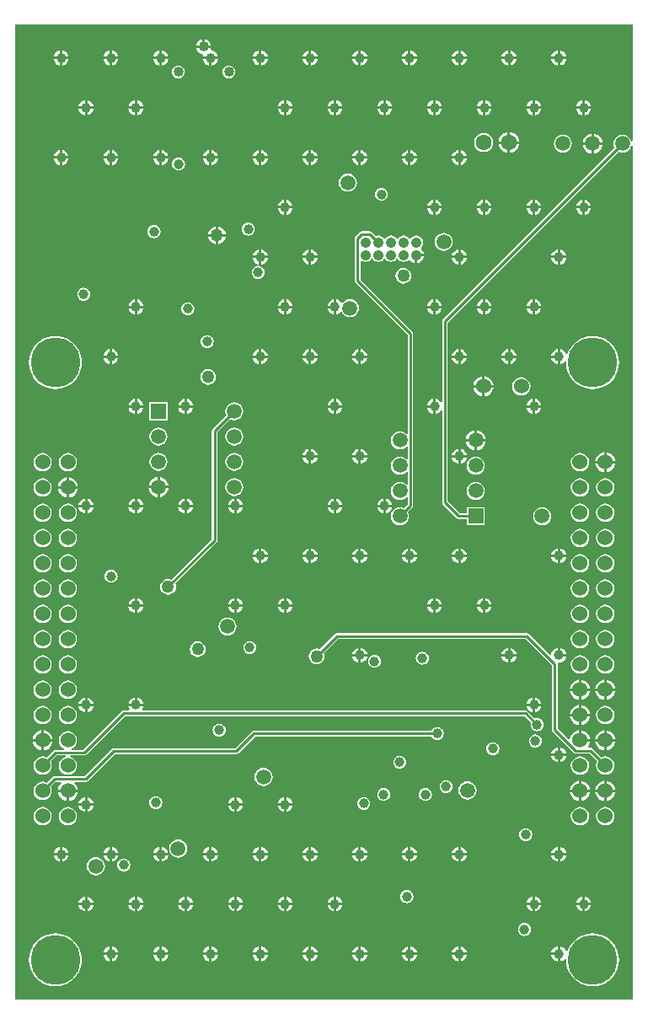
<source format=gbr>
G04 Layer_Physical_Order=4*
G04 Layer_Color=16440176*
%FSLAX26Y26*%
%MOIN*%
%TF.FileFunction,Copper,L4,Inr,Signal*%
%TF.Part,Single*%
G01*
G75*
%TA.AperFunction,Conductor*%
%ADD24C,0.010000*%
%TA.AperFunction,ComponentPad*%
%ADD25C,0.059055*%
%ADD26C,0.060000*%
%ADD27C,0.062992*%
%ADD28C,0.040000*%
%ADD29R,0.059055X0.059055*%
%TA.AperFunction,ViaPad*%
%ADD30C,0.196850*%
%TA.AperFunction,ComponentPad*%
%ADD31C,0.042000*%
%TA.AperFunction,ViaPad*%
%ADD32C,0.039370*%
%ADD33C,0.050000*%
G36*
X955945Y425914D02*
X951096Y425075D01*
X947525Y433694D01*
X941846Y441096D01*
X934444Y446775D01*
X925825Y450346D01*
X916575Y451563D01*
X907325Y450346D01*
X898705Y446775D01*
X891304Y441096D01*
X885624Y433694D01*
X882054Y425075D01*
X880836Y415825D01*
X882054Y406575D01*
X884850Y399825D01*
X205602Y-279423D01*
X203192Y-283030D01*
X202345Y-287285D01*
X202345Y-287286D01*
Y-605933D01*
X197345Y-607440D01*
X193542Y-602484D01*
X187341Y-597725D01*
X180120Y-594734D01*
X177370Y-594372D01*
Y-623655D01*
Y-652938D01*
X180120Y-652576D01*
X187341Y-649585D01*
X193542Y-644827D01*
X197345Y-639870D01*
X202345Y-641377D01*
Y-1002521D01*
X202345Y-1002522D01*
X203192Y-1006777D01*
X205602Y-1010384D01*
X260672Y-1065454D01*
X260672Y-1065455D01*
X264280Y-1067865D01*
X268535Y-1068711D01*
X268535Y-1068711D01*
X300283D01*
Y-1093025D01*
X371149D01*
Y-1022159D01*
X300283D01*
Y-1046473D01*
X273141D01*
X224584Y-997916D01*
Y-291891D01*
X900575Y384100D01*
X907325Y381304D01*
X916575Y380086D01*
X925825Y381304D01*
X934444Y384874D01*
X941846Y390554D01*
X947525Y397955D01*
X951096Y406575D01*
X955945Y405735D01*
Y-2970002D01*
X-1485000D01*
Y888266D01*
X955945D01*
Y425914D01*
D02*
G37*
%LPC*%
G36*
X-93622Y-1612907D02*
X-117905D01*
Y-1637190D01*
X-115156Y-1636828D01*
X-107935Y-1633837D01*
X-101734Y-1629079D01*
X-96975Y-1622878D01*
X-93984Y-1615657D01*
X-93622Y-1612907D01*
D02*
G37*
G36*
X462646D02*
X438363D01*
X438725Y-1615657D01*
X441716Y-1622878D01*
X446474Y-1629079D01*
X452675Y-1633837D01*
X459897Y-1636828D01*
X462646Y-1637190D01*
Y-1612907D01*
D02*
G37*
G36*
X-127905D02*
X-152188D01*
X-151826Y-1615657D01*
X-148835Y-1622878D01*
X-144077Y-1629079D01*
X-137876Y-1633837D01*
X-130655Y-1636828D01*
X-127905Y-1637190D01*
Y-1612907D01*
D02*
G37*
G36*
X124592Y-1594031D02*
X117912Y-1594910D01*
X111686Y-1597489D01*
X106341Y-1601591D01*
X102239Y-1606936D01*
X99660Y-1613161D01*
X98781Y-1619842D01*
X99660Y-1626523D01*
X102239Y-1632748D01*
X106341Y-1638093D01*
X111686Y-1642195D01*
X117912Y-1644774D01*
X124592Y-1645653D01*
X131273Y-1644774D01*
X137498Y-1642195D01*
X142843Y-1638093D01*
X146945Y-1632748D01*
X149524Y-1626523D01*
X150403Y-1619842D01*
X149524Y-1613161D01*
X146945Y-1606936D01*
X142843Y-1601591D01*
X137498Y-1597489D01*
X131273Y-1594910D01*
X124592Y-1594031D01*
D02*
G37*
G36*
X-127905Y-1578624D02*
X-130655Y-1578986D01*
X-137876Y-1581977D01*
X-144077Y-1586736D01*
X-148835Y-1592937D01*
X-151826Y-1600158D01*
X-152188Y-1602907D01*
X-127905D01*
Y-1578624D01*
D02*
G37*
G36*
X-117905D02*
Y-1602907D01*
X-93622D01*
X-93984Y-1600158D01*
X-96975Y-1592937D01*
X-101734Y-1586736D01*
X-107935Y-1581977D01*
X-115156Y-1578986D01*
X-117905Y-1578624D01*
D02*
G37*
G36*
X-558416Y-1551505D02*
X-565096Y-1552384D01*
X-571322Y-1554963D01*
X-576667Y-1559065D01*
X-580769Y-1564410D01*
X-583348Y-1570636D01*
X-584227Y-1577316D01*
X-583348Y-1583996D01*
X-580769Y-1590222D01*
X-576667Y-1595567D01*
X-571322Y-1599669D01*
X-565096Y-1602248D01*
X-558416Y-1603127D01*
X-551736Y-1602248D01*
X-545510Y-1599669D01*
X-540165Y-1595567D01*
X-536063Y-1590222D01*
X-533484Y-1583996D01*
X-532605Y-1577316D01*
X-533484Y-1570636D01*
X-536063Y-1564410D01*
X-540165Y-1559065D01*
X-545510Y-1554963D01*
X-551736Y-1552384D01*
X-558416Y-1551505D01*
D02*
G37*
G36*
X496929Y-1612907D02*
X472646D01*
Y-1637190D01*
X475395Y-1636828D01*
X482617Y-1633837D01*
X488818Y-1629079D01*
X493576Y-1622878D01*
X496567Y-1615657D01*
X496929Y-1612907D01*
D02*
G37*
G36*
X-764110Y-1553238D02*
X-772178Y-1554300D01*
X-779696Y-1557414D01*
X-786152Y-1562368D01*
X-791106Y-1568824D01*
X-794220Y-1576342D01*
X-795282Y-1584410D01*
X-794220Y-1592478D01*
X-791106Y-1599996D01*
X-786152Y-1606452D01*
X-779696Y-1611406D01*
X-772178Y-1614520D01*
X-764110Y-1615582D01*
X-756042Y-1614520D01*
X-748524Y-1611406D01*
X-742068Y-1606452D01*
X-737114Y-1599996D01*
X-734000Y-1592478D01*
X-732938Y-1584410D01*
X-734000Y-1576342D01*
X-737114Y-1568824D01*
X-742068Y-1562368D01*
X-748524Y-1557414D01*
X-756042Y-1554300D01*
X-764110Y-1553238D01*
D02*
G37*
G36*
X853464Y-1704331D02*
Y-1739018D01*
X888151D01*
X887434Y-1733576D01*
X883404Y-1723845D01*
X876992Y-1715490D01*
X868637Y-1709078D01*
X858906Y-1705048D01*
X853464Y-1704331D01*
D02*
G37*
G36*
X753464D02*
Y-1739018D01*
X788151D01*
X787434Y-1733576D01*
X783404Y-1723845D01*
X776992Y-1715490D01*
X768637Y-1709078D01*
X758906Y-1705048D01*
X753464Y-1704331D01*
D02*
G37*
G36*
X843464D02*
X838022Y-1705048D01*
X828291Y-1709078D01*
X819936Y-1715490D01*
X813524Y-1723845D01*
X809494Y-1733576D01*
X808777Y-1739018D01*
X843464D01*
Y-1704331D01*
D02*
G37*
G36*
X743464D02*
X738022Y-1705048D01*
X728291Y-1709078D01*
X719936Y-1715490D01*
X713524Y-1723845D01*
X709494Y-1733576D01*
X708777Y-1739018D01*
X743464D01*
Y-1704331D01*
D02*
G37*
G36*
X-1377520Y-1607803D02*
X-1386893Y-1609037D01*
X-1395628Y-1612655D01*
X-1403128Y-1618410D01*
X-1408883Y-1625910D01*
X-1412501Y-1634645D01*
X-1413735Y-1644018D01*
X-1412501Y-1653391D01*
X-1408883Y-1662126D01*
X-1403128Y-1669626D01*
X-1395628Y-1675381D01*
X-1386893Y-1678999D01*
X-1377520Y-1680233D01*
X-1368147Y-1678999D01*
X-1359412Y-1675381D01*
X-1351912Y-1669626D01*
X-1346157Y-1662126D01*
X-1342539Y-1653391D01*
X-1341305Y-1644018D01*
X-1342539Y-1634645D01*
X-1346157Y-1625910D01*
X-1351912Y-1618410D01*
X-1359412Y-1612655D01*
X-1368147Y-1609037D01*
X-1377520Y-1607803D01*
D02*
G37*
G36*
X848464D02*
X839091Y-1609037D01*
X830356Y-1612655D01*
X822856Y-1618410D01*
X817101Y-1625910D01*
X813483Y-1634645D01*
X812249Y-1644018D01*
X813483Y-1653391D01*
X817101Y-1662126D01*
X822856Y-1669626D01*
X830356Y-1675381D01*
X839091Y-1678999D01*
X848464Y-1680233D01*
X857837Y-1678999D01*
X866572Y-1675381D01*
X874072Y-1669626D01*
X879827Y-1662126D01*
X883445Y-1653391D01*
X884679Y-1644018D01*
X883445Y-1634645D01*
X879827Y-1625910D01*
X874072Y-1618410D01*
X866572Y-1612655D01*
X857837Y-1609037D01*
X848464Y-1607803D01*
D02*
G37*
G36*
X-64616Y-1606395D02*
X-71296Y-1607274D01*
X-77522Y-1609853D01*
X-82867Y-1613955D01*
X-86969Y-1619300D01*
X-89548Y-1625525D01*
X-90427Y-1632206D01*
X-89548Y-1638887D01*
X-86969Y-1645112D01*
X-82867Y-1650457D01*
X-77522Y-1654559D01*
X-71296Y-1657138D01*
X-64616Y-1658017D01*
X-57935Y-1657138D01*
X-51710Y-1654559D01*
X-46365Y-1650457D01*
X-42263Y-1645112D01*
X-39684Y-1638887D01*
X-38805Y-1632206D01*
X-39684Y-1625525D01*
X-42263Y-1619300D01*
X-46365Y-1613955D01*
X-51710Y-1609853D01*
X-57935Y-1607274D01*
X-64616Y-1606395D01*
D02*
G37*
G36*
X-1277520Y-1607803D02*
X-1286893Y-1609037D01*
X-1295628Y-1612655D01*
X-1303128Y-1618410D01*
X-1308883Y-1625910D01*
X-1312501Y-1634645D01*
X-1313735Y-1644018D01*
X-1312501Y-1653391D01*
X-1308883Y-1662126D01*
X-1303128Y-1669626D01*
X-1295628Y-1675381D01*
X-1286893Y-1678999D01*
X-1277520Y-1680233D01*
X-1268147Y-1678999D01*
X-1259412Y-1675381D01*
X-1251912Y-1669626D01*
X-1246157Y-1662126D01*
X-1242539Y-1653391D01*
X-1241305Y-1644018D01*
X-1242539Y-1634645D01*
X-1246157Y-1625910D01*
X-1251912Y-1618410D01*
X-1259412Y-1612655D01*
X-1268147Y-1609037D01*
X-1277520Y-1607803D01*
D02*
G37*
G36*
X748464D02*
X739091Y-1609037D01*
X730356Y-1612655D01*
X722856Y-1618410D01*
X717101Y-1625910D01*
X713483Y-1634645D01*
X712249Y-1644018D01*
X713483Y-1653391D01*
X717101Y-1662126D01*
X722856Y-1669626D01*
X730356Y-1675381D01*
X739091Y-1678999D01*
X748464Y-1680233D01*
X757837Y-1678999D01*
X766572Y-1675381D01*
X774072Y-1669626D01*
X779827Y-1662126D01*
X783445Y-1653391D01*
X784679Y-1644018D01*
X783445Y-1634645D01*
X779827Y-1625910D01*
X774072Y-1618410D01*
X766572Y-1612655D01*
X757837Y-1609037D01*
X748464Y-1607803D01*
D02*
G37*
G36*
X462646Y-1578624D02*
X459897Y-1578986D01*
X452675Y-1581977D01*
X446474Y-1586736D01*
X441716Y-1592937D01*
X438725Y-1600158D01*
X438363Y-1602907D01*
X462646D01*
Y-1578624D01*
D02*
G37*
G36*
X848464Y-1407803D02*
X839091Y-1409037D01*
X830356Y-1412655D01*
X822856Y-1418410D01*
X817101Y-1425910D01*
X813483Y-1434645D01*
X812249Y-1444018D01*
X813483Y-1453391D01*
X817101Y-1462126D01*
X822856Y-1469626D01*
X830356Y-1475381D01*
X839091Y-1478999D01*
X848464Y-1480233D01*
X857837Y-1478999D01*
X866572Y-1475381D01*
X874072Y-1469626D01*
X879827Y-1462126D01*
X883445Y-1453391D01*
X884679Y-1444018D01*
X883445Y-1434645D01*
X879827Y-1425910D01*
X874072Y-1418410D01*
X866572Y-1412655D01*
X857837Y-1409037D01*
X848464Y-1407803D01*
D02*
G37*
G36*
X-1013732Y-1416057D02*
X-1038015D01*
X-1037653Y-1418806D01*
X-1034662Y-1426027D01*
X-1029904Y-1432228D01*
X-1023703Y-1436987D01*
X-1016481Y-1439978D01*
X-1013732Y-1440340D01*
Y-1416057D01*
D02*
G37*
G36*
X-1277520Y-1407803D02*
X-1286893Y-1409037D01*
X-1295628Y-1412655D01*
X-1303128Y-1418410D01*
X-1308883Y-1425910D01*
X-1312501Y-1434645D01*
X-1313735Y-1444018D01*
X-1312501Y-1453391D01*
X-1308883Y-1462126D01*
X-1303128Y-1469626D01*
X-1295628Y-1475381D01*
X-1286893Y-1478999D01*
X-1277520Y-1480233D01*
X-1268147Y-1478999D01*
X-1259412Y-1475381D01*
X-1251912Y-1469626D01*
X-1246157Y-1462126D01*
X-1242539Y-1453391D01*
X-1241305Y-1444018D01*
X-1242539Y-1434645D01*
X-1246157Y-1425910D01*
X-1251912Y-1418410D01*
X-1259412Y-1412655D01*
X-1268147Y-1409037D01*
X-1277520Y-1407803D01*
D02*
G37*
G36*
X748464D02*
X739091Y-1409037D01*
X730356Y-1412655D01*
X722856Y-1418410D01*
X717101Y-1425910D01*
X713483Y-1434645D01*
X712249Y-1444018D01*
X713483Y-1453391D01*
X717101Y-1462126D01*
X722856Y-1469626D01*
X730356Y-1475381D01*
X739091Y-1478999D01*
X748464Y-1480233D01*
X757837Y-1478999D01*
X766572Y-1475381D01*
X774072Y-1469626D01*
X779827Y-1462126D01*
X783445Y-1453391D01*
X784679Y-1444018D01*
X783445Y-1434645D01*
X779827Y-1425910D01*
X774072Y-1418410D01*
X766572Y-1412655D01*
X757837Y-1409037D01*
X748464Y-1407803D01*
D02*
G37*
G36*
X-979449Y-1416057D02*
X-1003732D01*
Y-1440340D01*
X-1000983Y-1439978D01*
X-993761Y-1436987D01*
X-987560Y-1432228D01*
X-982802Y-1426027D01*
X-979811Y-1418806D01*
X-979449Y-1416057D01*
D02*
G37*
G36*
X-423181D02*
X-447464D01*
X-447102Y-1418806D01*
X-444111Y-1426027D01*
X-439352Y-1432228D01*
X-433151Y-1436987D01*
X-425930Y-1439978D01*
X-423181Y-1440340D01*
Y-1416057D01*
D02*
G37*
G36*
X-388898D02*
X-413181D01*
Y-1440340D01*
X-410431Y-1439978D01*
X-403210Y-1436987D01*
X-397009Y-1432228D01*
X-392251Y-1426027D01*
X-389260Y-1418806D01*
X-388898Y-1416057D01*
D02*
G37*
G36*
X-620031D02*
X-644314D01*
X-643952Y-1418806D01*
X-640961Y-1426027D01*
X-636203Y-1432228D01*
X-630002Y-1436987D01*
X-622781Y-1439978D01*
X-620031Y-1440340D01*
Y-1416057D01*
D02*
G37*
G36*
X-585748D02*
X-610031D01*
Y-1440340D01*
X-607282Y-1439978D01*
X-600061Y-1436987D01*
X-593860Y-1432228D01*
X-589101Y-1426027D01*
X-586110Y-1418806D01*
X-585748Y-1416057D01*
D02*
G37*
G36*
X-1377520Y-1507803D02*
X-1386893Y-1509037D01*
X-1395628Y-1512655D01*
X-1403128Y-1518410D01*
X-1408883Y-1525910D01*
X-1412501Y-1534645D01*
X-1413735Y-1544018D01*
X-1412501Y-1553391D01*
X-1408883Y-1562126D01*
X-1403128Y-1569626D01*
X-1395628Y-1575381D01*
X-1386893Y-1578999D01*
X-1377520Y-1580233D01*
X-1368147Y-1578999D01*
X-1359412Y-1575381D01*
X-1351912Y-1569626D01*
X-1346157Y-1562126D01*
X-1342539Y-1553391D01*
X-1341305Y-1544018D01*
X-1342539Y-1534645D01*
X-1346157Y-1525910D01*
X-1351912Y-1518410D01*
X-1359412Y-1512655D01*
X-1368147Y-1509037D01*
X-1377520Y-1507803D01*
D02*
G37*
G36*
X-1277520D02*
X-1286893Y-1509037D01*
X-1295628Y-1512655D01*
X-1303128Y-1518410D01*
X-1308883Y-1525910D01*
X-1312501Y-1534645D01*
X-1313735Y-1544018D01*
X-1312501Y-1553391D01*
X-1308883Y-1562126D01*
X-1303128Y-1569626D01*
X-1295628Y-1575381D01*
X-1286893Y-1578999D01*
X-1277520Y-1580233D01*
X-1268147Y-1578999D01*
X-1259412Y-1575381D01*
X-1251912Y-1569626D01*
X-1246157Y-1562126D01*
X-1242539Y-1553391D01*
X-1241305Y-1544018D01*
X-1242539Y-1534645D01*
X-1246157Y-1525910D01*
X-1251912Y-1518410D01*
X-1259412Y-1512655D01*
X-1268147Y-1509037D01*
X-1277520Y-1507803D01*
D02*
G37*
G36*
X472646Y-1578624D02*
Y-1602907D01*
X496929D01*
X496567Y-1600158D01*
X493576Y-1592937D01*
X488818Y-1586736D01*
X482617Y-1581977D01*
X475395Y-1578986D01*
X472646Y-1578624D01*
D02*
G37*
G36*
X669496D02*
Y-1602907D01*
X693779D01*
X693417Y-1600158D01*
X690426Y-1592937D01*
X685668Y-1586736D01*
X679467Y-1581977D01*
X672246Y-1578986D01*
X669496Y-1578624D01*
D02*
G37*
G36*
X748464Y-1507803D02*
X739091Y-1509037D01*
X730356Y-1512655D01*
X722856Y-1518410D01*
X717101Y-1525910D01*
X713483Y-1534645D01*
X712249Y-1544018D01*
X713483Y-1553391D01*
X717101Y-1562126D01*
X722856Y-1569626D01*
X730356Y-1575381D01*
X739091Y-1578999D01*
X748464Y-1580233D01*
X757837Y-1578999D01*
X766572Y-1575381D01*
X774072Y-1569626D01*
X779827Y-1562126D01*
X783445Y-1553391D01*
X784679Y-1544018D01*
X783445Y-1534645D01*
X779827Y-1525910D01*
X774072Y-1518410D01*
X766572Y-1512655D01*
X757837Y-1509037D01*
X748464Y-1507803D01*
D02*
G37*
G36*
X538464Y-1521403D02*
X538463Y-1521403D01*
X-213621D01*
X-213622Y-1521403D01*
X-217877Y-1522249D01*
X-221484Y-1524659D01*
X-280771Y-1583946D01*
X-285238Y-1582096D01*
X-293306Y-1581034D01*
X-301374Y-1582096D01*
X-308892Y-1585210D01*
X-315348Y-1590164D01*
X-320302Y-1596620D01*
X-323416Y-1604138D01*
X-324478Y-1612206D01*
X-323416Y-1620274D01*
X-320302Y-1627792D01*
X-315348Y-1634248D01*
X-308892Y-1639202D01*
X-301374Y-1642316D01*
X-293306Y-1643378D01*
X-285238Y-1642316D01*
X-277720Y-1639202D01*
X-271264Y-1634248D01*
X-266310Y-1627792D01*
X-263196Y-1620274D01*
X-262134Y-1612206D01*
X-263196Y-1604138D01*
X-265046Y-1599671D01*
X-209016Y-1543641D01*
X533858D01*
X637345Y-1647128D01*
Y-1901867D01*
X637345Y-1901867D01*
X638191Y-1906122D01*
X640601Y-1909730D01*
X723658Y-1992786D01*
X727265Y-1995196D01*
X731520Y-1996043D01*
X731521Y-1996043D01*
X784764D01*
X816377Y-2027657D01*
X813483Y-2034645D01*
X812249Y-2044018D01*
X813483Y-2053391D01*
X817101Y-2062126D01*
X822856Y-2069626D01*
X830356Y-2075381D01*
X839091Y-2078999D01*
X848464Y-2080233D01*
X857837Y-2078999D01*
X866572Y-2075381D01*
X874072Y-2069626D01*
X879827Y-2062126D01*
X883445Y-2053391D01*
X884679Y-2044018D01*
X883445Y-2034645D01*
X879827Y-2025910D01*
X874072Y-2018410D01*
X866572Y-2012655D01*
X857837Y-2009037D01*
X848464Y-2007803D01*
X839091Y-2009037D01*
X832102Y-2011931D01*
X797232Y-1977061D01*
X793625Y-1974651D01*
X789370Y-1973804D01*
X789369Y-1973804D01*
X782330D01*
X779864Y-1968804D01*
X783404Y-1964191D01*
X787434Y-1954460D01*
X788151Y-1949018D01*
X748464D01*
Y-1944018D01*
X743464D01*
Y-1904331D01*
X738022Y-1905048D01*
X728291Y-1909078D01*
X719936Y-1915490D01*
X713524Y-1923845D01*
X709494Y-1933576D01*
X708735Y-1939341D01*
X703455Y-1941134D01*
X659583Y-1897261D01*
Y-1642523D01*
X659583Y-1642522D01*
X659527Y-1642237D01*
X663732Y-1637748D01*
X664496Y-1637848D01*
X672246Y-1636828D01*
X679467Y-1633837D01*
X685668Y-1629079D01*
X690426Y-1622878D01*
X693417Y-1615657D01*
X693779Y-1612907D01*
X664496D01*
Y-1607907D01*
X659496D01*
Y-1578624D01*
X656747Y-1578986D01*
X649526Y-1581977D01*
X643325Y-1586736D01*
X638567Y-1592937D01*
X635575Y-1600158D01*
X634798Y-1606060D01*
X629846Y-1608178D01*
X546327Y-1524659D01*
X542719Y-1522249D01*
X538464Y-1521403D01*
D02*
G37*
G36*
X-1377520Y-1407803D02*
X-1386893Y-1409037D01*
X-1395628Y-1412655D01*
X-1403128Y-1418410D01*
X-1408883Y-1425910D01*
X-1412501Y-1434645D01*
X-1413735Y-1444018D01*
X-1412501Y-1453391D01*
X-1408883Y-1462126D01*
X-1403128Y-1469626D01*
X-1395628Y-1475381D01*
X-1386893Y-1478999D01*
X-1377520Y-1480233D01*
X-1368147Y-1478999D01*
X-1359412Y-1475381D01*
X-1351912Y-1469626D01*
X-1346157Y-1462126D01*
X-1342539Y-1453391D01*
X-1341305Y-1444018D01*
X-1342539Y-1434645D01*
X-1346157Y-1425910D01*
X-1351912Y-1418410D01*
X-1359412Y-1412655D01*
X-1368147Y-1409037D01*
X-1377520Y-1407803D01*
D02*
G37*
G36*
X848464Y-1507803D02*
X839091Y-1509037D01*
X830356Y-1512655D01*
X822856Y-1518410D01*
X817101Y-1525910D01*
X813483Y-1534645D01*
X812249Y-1544018D01*
X813483Y-1553391D01*
X817101Y-1562126D01*
X822856Y-1569626D01*
X830356Y-1575381D01*
X839091Y-1578999D01*
X848464Y-1580233D01*
X857837Y-1578999D01*
X866572Y-1575381D01*
X874072Y-1569626D01*
X879827Y-1562126D01*
X883445Y-1553391D01*
X884679Y-1544018D01*
X883445Y-1534645D01*
X879827Y-1525910D01*
X874072Y-1518410D01*
X866572Y-1512655D01*
X857837Y-1509037D01*
X848464Y-1507803D01*
D02*
G37*
G36*
X-646307Y-1458468D02*
X-655557Y-1459686D01*
X-664176Y-1463256D01*
X-671578Y-1468936D01*
X-677257Y-1476337D01*
X-680828Y-1484957D01*
X-682045Y-1494207D01*
X-680828Y-1503457D01*
X-677257Y-1512076D01*
X-671578Y-1519478D01*
X-664176Y-1525157D01*
X-655557Y-1528727D01*
X-646307Y-1529945D01*
X-637057Y-1528727D01*
X-628437Y-1525157D01*
X-621036Y-1519478D01*
X-615356Y-1512076D01*
X-611786Y-1503457D01*
X-610568Y-1494207D01*
X-611786Y-1484957D01*
X-615356Y-1476337D01*
X-621036Y-1468936D01*
X-628437Y-1463256D01*
X-637057Y-1459686D01*
X-646307Y-1458468D01*
D02*
G37*
G36*
X-1372520Y-1904331D02*
Y-1939018D01*
X-1337833D01*
X-1338550Y-1933576D01*
X-1342580Y-1923845D01*
X-1348992Y-1915490D01*
X-1357347Y-1909078D01*
X-1367078Y-1905048D01*
X-1372520Y-1904331D01*
D02*
G37*
G36*
X-679306Y-1878395D02*
X-685986Y-1879274D01*
X-692212Y-1881853D01*
X-697557Y-1885955D01*
X-701659Y-1891300D01*
X-704238Y-1897525D01*
X-705117Y-1904206D01*
X-704238Y-1910887D01*
X-701659Y-1917112D01*
X-697557Y-1922457D01*
X-692212Y-1926559D01*
X-685986Y-1929138D01*
X-679306Y-1930017D01*
X-672625Y-1929138D01*
X-666400Y-1926559D01*
X-661055Y-1922457D01*
X-656953Y-1917112D01*
X-654374Y-1910887D01*
X-653495Y-1904206D01*
X-654374Y-1897525D01*
X-656953Y-1891300D01*
X-661055Y-1885955D01*
X-666400Y-1881853D01*
X-672625Y-1879274D01*
X-679306Y-1878395D01*
D02*
G37*
G36*
X853464Y-1904331D02*
Y-1939018D01*
X888151D01*
X887434Y-1933576D01*
X883404Y-1923845D01*
X876992Y-1915490D01*
X868637Y-1909078D01*
X858906Y-1905048D01*
X853464Y-1904331D01*
D02*
G37*
G36*
X753464D02*
Y-1939018D01*
X788151D01*
X787434Y-1933576D01*
X783404Y-1923845D01*
X776992Y-1915490D01*
X768637Y-1909078D01*
X758906Y-1905048D01*
X753464Y-1904331D01*
D02*
G37*
G36*
X743464Y-1849018D02*
X708777D01*
X709494Y-1854460D01*
X713524Y-1864191D01*
X719936Y-1872546D01*
X728291Y-1878958D01*
X738022Y-1882989D01*
X743464Y-1883705D01*
Y-1849018D01*
D02*
G37*
G36*
X-1277520Y-1807803D02*
X-1286893Y-1809037D01*
X-1295628Y-1812655D01*
X-1303128Y-1818410D01*
X-1308883Y-1825910D01*
X-1312501Y-1834645D01*
X-1313735Y-1844018D01*
X-1312501Y-1853391D01*
X-1308883Y-1862126D01*
X-1303128Y-1869626D01*
X-1295628Y-1875381D01*
X-1286893Y-1878999D01*
X-1277520Y-1880233D01*
X-1268147Y-1878999D01*
X-1259412Y-1875381D01*
X-1251912Y-1869626D01*
X-1246157Y-1862126D01*
X-1242539Y-1853391D01*
X-1241305Y-1844018D01*
X-1242539Y-1834645D01*
X-1246157Y-1825910D01*
X-1251912Y-1818410D01*
X-1259412Y-1812655D01*
X-1268147Y-1809037D01*
X-1277520Y-1807803D01*
D02*
G37*
G36*
X848464D02*
X839091Y-1809037D01*
X830356Y-1812655D01*
X822856Y-1818410D01*
X817101Y-1825910D01*
X813483Y-1834645D01*
X812249Y-1844018D01*
X813483Y-1853391D01*
X817101Y-1862126D01*
X822856Y-1869626D01*
X830356Y-1875381D01*
X839091Y-1878999D01*
X848464Y-1880233D01*
X857837Y-1878999D01*
X866572Y-1875381D01*
X874072Y-1869626D01*
X879827Y-1862126D01*
X883445Y-1853391D01*
X884679Y-1844018D01*
X883445Y-1834645D01*
X879827Y-1825910D01*
X874072Y-1818410D01*
X866572Y-1812655D01*
X857837Y-1809037D01*
X848464Y-1807803D01*
D02*
G37*
G36*
X788151Y-1849018D02*
X753464D01*
Y-1883705D01*
X758906Y-1882989D01*
X768637Y-1878958D01*
X776992Y-1872546D01*
X783404Y-1864191D01*
X787434Y-1854460D01*
X788151Y-1849018D01*
D02*
G37*
G36*
X-1377520Y-1807803D02*
X-1386893Y-1809037D01*
X-1395628Y-1812655D01*
X-1403128Y-1818410D01*
X-1408883Y-1825910D01*
X-1412501Y-1834645D01*
X-1413735Y-1844018D01*
X-1412501Y-1853391D01*
X-1408883Y-1862126D01*
X-1403128Y-1869626D01*
X-1395628Y-1875381D01*
X-1386893Y-1878999D01*
X-1377520Y-1880233D01*
X-1368147Y-1878999D01*
X-1359412Y-1875381D01*
X-1351912Y-1869626D01*
X-1346157Y-1862126D01*
X-1342539Y-1853391D01*
X-1341305Y-1844018D01*
X-1342539Y-1834645D01*
X-1346157Y-1825910D01*
X-1351912Y-1818410D01*
X-1359412Y-1812655D01*
X-1368147Y-1809037D01*
X-1377520Y-1807803D01*
D02*
G37*
G36*
X-1382520Y-1904331D02*
X-1387962Y-1905048D01*
X-1397693Y-1909078D01*
X-1406048Y-1915490D01*
X-1412460Y-1923845D01*
X-1416491Y-1933576D01*
X-1417207Y-1939018D01*
X-1382520D01*
Y-1904331D01*
D02*
G37*
G36*
Y-1949018D02*
X-1417207D01*
X-1416491Y-1954460D01*
X-1412460Y-1964191D01*
X-1406048Y-1972546D01*
X-1397693Y-1978958D01*
X-1387962Y-1982989D01*
X-1382520Y-1983705D01*
Y-1949018D01*
D02*
G37*
G36*
X843464D02*
X808777D01*
X809494Y-1954460D01*
X813524Y-1964191D01*
X819936Y-1972546D01*
X828291Y-1978958D01*
X838022Y-1982989D01*
X843464Y-1983705D01*
Y-1949018D01*
D02*
G37*
G36*
X659496Y-1972325D02*
X656747Y-1972687D01*
X649526Y-1975678D01*
X643325Y-1980436D01*
X638567Y-1986637D01*
X635575Y-1993859D01*
X635213Y-1996608D01*
X659496D01*
Y-1972325D01*
D02*
G37*
G36*
X669496D02*
Y-1996608D01*
X693779D01*
X693417Y-1993859D01*
X690426Y-1986637D01*
X685668Y-1980436D01*
X679467Y-1975678D01*
X672246Y-1972687D01*
X669496Y-1972325D01*
D02*
G37*
G36*
X-1337833Y-1949018D02*
X-1372520D01*
Y-1983705D01*
X-1367078Y-1982989D01*
X-1357347Y-1978958D01*
X-1348992Y-1972546D01*
X-1342580Y-1964191D01*
X-1338550Y-1954460D01*
X-1337833Y-1949018D01*
D02*
G37*
G36*
X183464Y-1891711D02*
X176784Y-1892590D01*
X170558Y-1895169D01*
X165213Y-1899271D01*
X161111Y-1904616D01*
X160371Y-1906403D01*
X-541536D01*
X-545791Y-1907249D01*
X-549399Y-1909659D01*
X-549399Y-1909660D01*
X-616142Y-1976403D01*
X-1096535D01*
X-1096536Y-1976403D01*
X-1100791Y-1977249D01*
X-1104399Y-1979659D01*
X-1211142Y-2086403D01*
X-1331024D01*
X-1331024Y-2086403D01*
X-1335279Y-2087249D01*
X-1338887Y-2089660D01*
X-1338887Y-2089660D01*
X-1361158Y-2111932D01*
X-1368147Y-2109037D01*
X-1377520Y-2107803D01*
X-1386893Y-2109037D01*
X-1395628Y-2112655D01*
X-1403128Y-2118410D01*
X-1408883Y-2125910D01*
X-1412501Y-2134645D01*
X-1413735Y-2144018D01*
X-1412501Y-2153391D01*
X-1408883Y-2162126D01*
X-1403128Y-2169626D01*
X-1395628Y-2175381D01*
X-1386893Y-2178999D01*
X-1377520Y-2180233D01*
X-1368147Y-2178999D01*
X-1359412Y-2175381D01*
X-1351912Y-2169626D01*
X-1346157Y-2162126D01*
X-1342539Y-2153391D01*
X-1341305Y-2144018D01*
X-1342539Y-2134645D01*
X-1345433Y-2127656D01*
X-1326418Y-2108641D01*
X-1305337D01*
X-1303639Y-2113641D01*
X-1306048Y-2115490D01*
X-1312460Y-2123845D01*
X-1316491Y-2133576D01*
X-1317207Y-2139018D01*
X-1277520D01*
X-1237833D01*
X-1238550Y-2133576D01*
X-1242580Y-2123845D01*
X-1248992Y-2115490D01*
X-1251401Y-2113641D01*
X-1249703Y-2108641D01*
X-1206536D01*
X-1206536Y-2108641D01*
X-1202281Y-2107795D01*
X-1198674Y-2105385D01*
X-1091930Y-1998641D01*
X-611537D01*
X-611536Y-1998641D01*
X-607281Y-1997795D01*
X-603673Y-1995384D01*
X-536930Y-1928641D01*
X160371D01*
X161111Y-1930428D01*
X165213Y-1935773D01*
X170558Y-1939875D01*
X176784Y-1942454D01*
X183464Y-1943333D01*
X190144Y-1942454D01*
X196370Y-1939875D01*
X201715Y-1935773D01*
X205817Y-1930428D01*
X208396Y-1924203D01*
X209275Y-1917522D01*
X208396Y-1910841D01*
X205817Y-1904616D01*
X201715Y-1899271D01*
X196370Y-1895169D01*
X190144Y-1892590D01*
X183464Y-1891711D01*
D02*
G37*
G36*
X843464Y-1904331D02*
X838022Y-1905048D01*
X828291Y-1909078D01*
X819936Y-1915490D01*
X813524Y-1923845D01*
X809494Y-1933576D01*
X808777Y-1939018D01*
X843464D01*
Y-1904331D01*
D02*
G37*
G36*
X888151Y-1949018D02*
X853464D01*
Y-1983705D01*
X858906Y-1982989D01*
X868637Y-1978958D01*
X876992Y-1972546D01*
X883404Y-1964191D01*
X887434Y-1954460D01*
X888151Y-1949018D01*
D02*
G37*
G36*
X571694Y-1921395D02*
X565014Y-1922274D01*
X558788Y-1924853D01*
X553443Y-1928955D01*
X549341Y-1934300D01*
X546762Y-1940525D01*
X545883Y-1947206D01*
X546762Y-1953887D01*
X549341Y-1960112D01*
X553443Y-1965457D01*
X558788Y-1969559D01*
X565014Y-1972138D01*
X571694Y-1973017D01*
X578375Y-1972138D01*
X584600Y-1969559D01*
X589945Y-1965457D01*
X594047Y-1960112D01*
X596626Y-1953887D01*
X597505Y-1947206D01*
X596626Y-1940525D01*
X594047Y-1934300D01*
X589945Y-1928955D01*
X584600Y-1924853D01*
X578375Y-1922274D01*
X571694Y-1921395D01*
D02*
G37*
G36*
X571071Y-1775475D02*
Y-1799758D01*
X595354D01*
X594992Y-1797008D01*
X592001Y-1789787D01*
X587243Y-1783586D01*
X581042Y-1778828D01*
X573821Y-1775837D01*
X571071Y-1775475D01*
D02*
G37*
G36*
X743464Y-1749018D02*
X708777D01*
X709494Y-1754460D01*
X713524Y-1764191D01*
X719936Y-1772546D01*
X728291Y-1778958D01*
X738022Y-1782989D01*
X743464Y-1783705D01*
Y-1749018D01*
D02*
G37*
G36*
X-1003732Y-1775475D02*
Y-1799758D01*
X-979449D01*
X-979811Y-1797008D01*
X-982802Y-1789787D01*
X-987560Y-1783586D01*
X-993761Y-1778828D01*
X-1000983Y-1775837D01*
X-1003732Y-1775475D01*
D02*
G37*
G36*
X561071D02*
X558322Y-1775837D01*
X551101Y-1778828D01*
X544900Y-1783586D01*
X540141Y-1789787D01*
X537150Y-1797008D01*
X536788Y-1799758D01*
X561071D01*
Y-1775475D01*
D02*
G37*
G36*
X843464Y-1749018D02*
X808777D01*
X809494Y-1754460D01*
X813524Y-1764191D01*
X819936Y-1772546D01*
X828291Y-1778958D01*
X838022Y-1782989D01*
X843464Y-1783705D01*
Y-1749018D01*
D02*
G37*
G36*
X-1377520Y-1707803D02*
X-1386893Y-1709037D01*
X-1395628Y-1712655D01*
X-1403128Y-1718410D01*
X-1408883Y-1725910D01*
X-1412501Y-1734645D01*
X-1413735Y-1744018D01*
X-1412501Y-1753391D01*
X-1408883Y-1762126D01*
X-1403128Y-1769626D01*
X-1395628Y-1775381D01*
X-1386893Y-1778999D01*
X-1377520Y-1780233D01*
X-1368147Y-1778999D01*
X-1359412Y-1775381D01*
X-1351912Y-1769626D01*
X-1346157Y-1762126D01*
X-1342539Y-1753391D01*
X-1341305Y-1744018D01*
X-1342539Y-1734645D01*
X-1346157Y-1725910D01*
X-1351912Y-1718410D01*
X-1359412Y-1712655D01*
X-1368147Y-1709037D01*
X-1377520Y-1707803D01*
D02*
G37*
G36*
X-1277520D02*
X-1286893Y-1709037D01*
X-1295628Y-1712655D01*
X-1303128Y-1718410D01*
X-1308883Y-1725910D01*
X-1312501Y-1734645D01*
X-1313735Y-1744018D01*
X-1312501Y-1753391D01*
X-1308883Y-1762126D01*
X-1303128Y-1769626D01*
X-1295628Y-1775381D01*
X-1286893Y-1778999D01*
X-1277520Y-1780233D01*
X-1268147Y-1778999D01*
X-1259412Y-1775381D01*
X-1251912Y-1769626D01*
X-1246157Y-1762126D01*
X-1242539Y-1753391D01*
X-1241305Y-1744018D01*
X-1242539Y-1734645D01*
X-1246157Y-1725910D01*
X-1251912Y-1718410D01*
X-1259412Y-1712655D01*
X-1268147Y-1709037D01*
X-1277520Y-1707803D01*
D02*
G37*
G36*
X788151Y-1749018D02*
X753464D01*
Y-1783705D01*
X758906Y-1782989D01*
X768637Y-1778958D01*
X776992Y-1772546D01*
X783404Y-1764191D01*
X787434Y-1754460D01*
X788151Y-1749018D01*
D02*
G37*
G36*
X888151D02*
X853464D01*
Y-1783705D01*
X858906Y-1782989D01*
X868637Y-1778958D01*
X876992Y-1772546D01*
X883404Y-1764191D01*
X887434Y-1754460D01*
X888151Y-1749018D01*
D02*
G37*
G36*
X-1013732Y-1775475D02*
X-1016481Y-1775837D01*
X-1023703Y-1778828D01*
X-1029904Y-1783586D01*
X-1034662Y-1789787D01*
X-1037653Y-1797008D01*
X-1038015Y-1799758D01*
X-1013732D01*
Y-1775475D01*
D02*
G37*
G36*
X-1210582Y-1809758D02*
X-1234865D01*
X-1234503Y-1812507D01*
X-1231512Y-1819728D01*
X-1226754Y-1825929D01*
X-1220553Y-1830687D01*
X-1213332Y-1833679D01*
X-1210582Y-1834041D01*
Y-1809758D01*
D02*
G37*
G36*
X-1176299D02*
X-1200582D01*
Y-1834041D01*
X-1197833Y-1833679D01*
X-1190612Y-1830687D01*
X-1184411Y-1825929D01*
X-1179653Y-1819728D01*
X-1176661Y-1812507D01*
X-1176299Y-1809758D01*
D02*
G37*
G36*
X743464Y-1804331D02*
X738022Y-1805048D01*
X728291Y-1809078D01*
X719936Y-1815490D01*
X713524Y-1823845D01*
X709494Y-1833576D01*
X708777Y-1839018D01*
X743464D01*
Y-1804331D01*
D02*
G37*
G36*
X753464D02*
Y-1839018D01*
X788151D01*
X787434Y-1833576D01*
X783404Y-1823845D01*
X776992Y-1815490D01*
X768637Y-1809078D01*
X758906Y-1805048D01*
X753464Y-1804331D01*
D02*
G37*
G36*
X561071Y-1809758D02*
X536788D01*
X537150Y-1812507D01*
X540141Y-1819728D01*
X544900Y-1825929D01*
X551101Y-1830687D01*
X558322Y-1833679D01*
X561071Y-1834041D01*
Y-1809758D01*
D02*
G37*
G36*
X-1210582Y-1775475D02*
X-1213332Y-1775837D01*
X-1220553Y-1778828D01*
X-1226754Y-1783586D01*
X-1231512Y-1789787D01*
X-1234503Y-1797008D01*
X-1234865Y-1799758D01*
X-1210582D01*
Y-1775475D01*
D02*
G37*
G36*
X-1200582D02*
Y-1799758D01*
X-1176299D01*
X-1176661Y-1797008D01*
X-1179653Y-1789787D01*
X-1184411Y-1783586D01*
X-1190612Y-1778828D01*
X-1197833Y-1775837D01*
X-1200582Y-1775475D01*
D02*
G37*
G36*
X595354Y-1809758D02*
X571071D01*
Y-1834041D01*
X573821Y-1833679D01*
X581042Y-1830687D01*
X587243Y-1825929D01*
X592001Y-1819728D01*
X594992Y-1812507D01*
X595354Y-1809758D01*
D02*
G37*
G36*
X-979449D02*
X-1038015D01*
X-1037653Y-1812507D01*
X-1034662Y-1819728D01*
X-1033377Y-1821403D01*
X-1035843Y-1826403D01*
X-1056535D01*
X-1056536Y-1826403D01*
X-1060791Y-1827249D01*
X-1064399Y-1829659D01*
X-1064399Y-1829660D01*
X-1216654Y-1981915D01*
X-1262120D01*
X-1263114Y-1976915D01*
X-1259412Y-1975381D01*
X-1251912Y-1969626D01*
X-1246157Y-1962126D01*
X-1242539Y-1953391D01*
X-1241305Y-1944018D01*
X-1242539Y-1934645D01*
X-1246157Y-1925910D01*
X-1251912Y-1918410D01*
X-1259412Y-1912655D01*
X-1268147Y-1909037D01*
X-1277520Y-1907803D01*
X-1286893Y-1909037D01*
X-1295628Y-1912655D01*
X-1303128Y-1918410D01*
X-1308883Y-1925910D01*
X-1312501Y-1934645D01*
X-1313735Y-1944018D01*
X-1312501Y-1953391D01*
X-1308883Y-1962126D01*
X-1303128Y-1969626D01*
X-1295628Y-1975381D01*
X-1291926Y-1976915D01*
X-1292920Y-1981915D01*
X-1326535D01*
X-1326536Y-1981915D01*
X-1330791Y-1982761D01*
X-1334399Y-1985171D01*
X-1334399Y-1985172D01*
X-1361158Y-2011931D01*
X-1368147Y-2009037D01*
X-1377520Y-2007803D01*
X-1386893Y-2009037D01*
X-1395628Y-2012655D01*
X-1403128Y-2018410D01*
X-1408883Y-2025910D01*
X-1412501Y-2034645D01*
X-1413735Y-2044018D01*
X-1412501Y-2053391D01*
X-1408883Y-2062126D01*
X-1403128Y-2069626D01*
X-1395628Y-2075381D01*
X-1386893Y-2078999D01*
X-1377520Y-2080233D01*
X-1368147Y-2078999D01*
X-1359412Y-2075381D01*
X-1351912Y-2069626D01*
X-1346157Y-2062126D01*
X-1342539Y-2053391D01*
X-1341305Y-2044018D01*
X-1342539Y-2034645D01*
X-1345433Y-2027656D01*
X-1321930Y-2004153D01*
X-1287673D01*
X-1286893Y-2009037D01*
X-1295628Y-2012655D01*
X-1303128Y-2018410D01*
X-1308883Y-2025910D01*
X-1312501Y-2034645D01*
X-1313735Y-2044018D01*
X-1312501Y-2053391D01*
X-1308883Y-2062126D01*
X-1303128Y-2069626D01*
X-1295628Y-2075381D01*
X-1286893Y-2078999D01*
X-1277520Y-2080233D01*
X-1268147Y-2078999D01*
X-1259412Y-2075381D01*
X-1251912Y-2069626D01*
X-1246157Y-2062126D01*
X-1242539Y-2053391D01*
X-1241305Y-2044018D01*
X-1242539Y-2034645D01*
X-1246157Y-2025910D01*
X-1251912Y-2018410D01*
X-1259412Y-2012655D01*
X-1268147Y-2009037D01*
X-1267367Y-2004153D01*
X-1212049D01*
X-1212048Y-2004153D01*
X-1207793Y-2003307D01*
X-1204186Y-2000897D01*
X-1051930Y-1848641D01*
X528858D01*
X554272Y-1874055D01*
X553532Y-1875841D01*
X552653Y-1882522D01*
X553532Y-1889203D01*
X556111Y-1895428D01*
X560213Y-1900773D01*
X565558Y-1904875D01*
X571784Y-1907454D01*
X578464Y-1908333D01*
X585144Y-1907454D01*
X591370Y-1904875D01*
X596715Y-1900773D01*
X600817Y-1895428D01*
X603396Y-1889203D01*
X604275Y-1882522D01*
X603396Y-1875841D01*
X600817Y-1869616D01*
X596715Y-1864271D01*
X591370Y-1860169D01*
X585144Y-1857590D01*
X578464Y-1856711D01*
X571784Y-1857590D01*
X569997Y-1858330D01*
X541327Y-1829659D01*
X537719Y-1827249D01*
X533464Y-1826403D01*
X533463Y-1826403D01*
X-981621D01*
X-984087Y-1821403D01*
X-982802Y-1819728D01*
X-979811Y-1812507D01*
X-979449Y-1809758D01*
D02*
G37*
G36*
X848464Y-1107803D02*
X839091Y-1109037D01*
X830356Y-1112655D01*
X822856Y-1118410D01*
X817101Y-1125910D01*
X813483Y-1134645D01*
X812249Y-1144018D01*
X813483Y-1153391D01*
X817101Y-1162126D01*
X822856Y-1169626D01*
X830356Y-1175381D01*
X839091Y-1178999D01*
X848464Y-1180233D01*
X857837Y-1178999D01*
X866572Y-1175381D01*
X874072Y-1169626D01*
X879827Y-1162126D01*
X883445Y-1153391D01*
X884679Y-1144018D01*
X883445Y-1134645D01*
X879827Y-1125910D01*
X874072Y-1118410D01*
X866572Y-1112655D01*
X857837Y-1109037D01*
X848464Y-1107803D01*
D02*
G37*
G36*
X598465Y-1021783D02*
X589215Y-1023001D01*
X580595Y-1026571D01*
X573193Y-1032251D01*
X567514Y-1039652D01*
X563944Y-1048272D01*
X562726Y-1057522D01*
X563944Y-1066772D01*
X567514Y-1075391D01*
X573193Y-1082793D01*
X580595Y-1088472D01*
X589215Y-1092043D01*
X598465Y-1093260D01*
X607715Y-1092043D01*
X616334Y-1088472D01*
X623736Y-1082793D01*
X629415Y-1075391D01*
X632986Y-1066772D01*
X634203Y-1057522D01*
X632986Y-1048272D01*
X629415Y-1039652D01*
X623736Y-1032251D01*
X616334Y-1026571D01*
X607715Y-1023001D01*
X598465Y-1021783D01*
D02*
G37*
G36*
X-1277520Y-1107803D02*
X-1286893Y-1109037D01*
X-1295628Y-1112655D01*
X-1303128Y-1118410D01*
X-1308883Y-1125910D01*
X-1312501Y-1134645D01*
X-1313735Y-1144018D01*
X-1312501Y-1153391D01*
X-1308883Y-1162126D01*
X-1303128Y-1169626D01*
X-1295628Y-1175381D01*
X-1286893Y-1178999D01*
X-1277520Y-1180233D01*
X-1268147Y-1178999D01*
X-1259412Y-1175381D01*
X-1251912Y-1169626D01*
X-1246157Y-1162126D01*
X-1242539Y-1153391D01*
X-1241305Y-1144018D01*
X-1242539Y-1134645D01*
X-1246157Y-1125910D01*
X-1251912Y-1118410D01*
X-1259412Y-1112655D01*
X-1268147Y-1109037D01*
X-1277520Y-1107803D01*
D02*
G37*
G36*
X748464D02*
X739091Y-1109037D01*
X730356Y-1112655D01*
X722856Y-1118410D01*
X717101Y-1125910D01*
X713483Y-1134645D01*
X712249Y-1144018D01*
X713483Y-1153391D01*
X717101Y-1162126D01*
X722856Y-1169626D01*
X730356Y-1175381D01*
X739091Y-1178999D01*
X748464Y-1180233D01*
X757837Y-1178999D01*
X766572Y-1175381D01*
X774072Y-1169626D01*
X779827Y-1162126D01*
X783445Y-1153391D01*
X784679Y-1144018D01*
X783445Y-1134645D01*
X779827Y-1125910D01*
X774072Y-1118410D01*
X766572Y-1112655D01*
X757837Y-1109037D01*
X748464Y-1107803D01*
D02*
G37*
G36*
X-1377520Y-1007803D02*
X-1386893Y-1009037D01*
X-1395628Y-1012655D01*
X-1403128Y-1018410D01*
X-1408883Y-1025910D01*
X-1412501Y-1034645D01*
X-1413735Y-1044018D01*
X-1412501Y-1053391D01*
X-1408883Y-1062126D01*
X-1403128Y-1069626D01*
X-1395628Y-1075381D01*
X-1386893Y-1078999D01*
X-1377520Y-1080233D01*
X-1368147Y-1078999D01*
X-1359412Y-1075381D01*
X-1351912Y-1069626D01*
X-1346157Y-1062126D01*
X-1342539Y-1053391D01*
X-1341305Y-1044018D01*
X-1342539Y-1034645D01*
X-1346157Y-1025910D01*
X-1351912Y-1018410D01*
X-1359412Y-1012655D01*
X-1368147Y-1009037D01*
X-1377520Y-1007803D01*
D02*
G37*
G36*
X848464D02*
X839091Y-1009037D01*
X830356Y-1012655D01*
X822856Y-1018410D01*
X817101Y-1025910D01*
X813483Y-1034645D01*
X812249Y-1044018D01*
X813483Y-1053391D01*
X817101Y-1062126D01*
X822856Y-1069626D01*
X830356Y-1075381D01*
X839091Y-1078999D01*
X848464Y-1080233D01*
X857837Y-1078999D01*
X866572Y-1075381D01*
X874072Y-1069626D01*
X879827Y-1062126D01*
X883445Y-1053391D01*
X884679Y-1044018D01*
X883445Y-1034645D01*
X879827Y-1025910D01*
X874072Y-1018410D01*
X866572Y-1012655D01*
X857837Y-1009037D01*
X848464Y-1007803D01*
D02*
G37*
G36*
X-1210582Y-1022356D02*
X-1234865D01*
X-1234503Y-1025105D01*
X-1231512Y-1032327D01*
X-1226754Y-1038528D01*
X-1220553Y-1043286D01*
X-1213332Y-1046277D01*
X-1210582Y-1046639D01*
Y-1022356D01*
D02*
G37*
G36*
X-1277520Y-1007803D02*
X-1286893Y-1009037D01*
X-1295628Y-1012655D01*
X-1303128Y-1018410D01*
X-1308883Y-1025910D01*
X-1312501Y-1034645D01*
X-1313735Y-1044018D01*
X-1312501Y-1053391D01*
X-1308883Y-1062126D01*
X-1303128Y-1069626D01*
X-1295628Y-1075381D01*
X-1286893Y-1078999D01*
X-1277520Y-1080233D01*
X-1268147Y-1078999D01*
X-1259412Y-1075381D01*
X-1251912Y-1069626D01*
X-1246157Y-1062126D01*
X-1242539Y-1053391D01*
X-1241305Y-1044018D01*
X-1242539Y-1034645D01*
X-1246157Y-1025910D01*
X-1251912Y-1018410D01*
X-1259412Y-1012655D01*
X-1268147Y-1009037D01*
X-1277520Y-1007803D01*
D02*
G37*
G36*
X748464D02*
X739091Y-1009037D01*
X730356Y-1012655D01*
X722856Y-1018410D01*
X717101Y-1025910D01*
X713483Y-1034645D01*
X712249Y-1044018D01*
X713483Y-1053391D01*
X717101Y-1062126D01*
X722856Y-1069626D01*
X730356Y-1075381D01*
X739091Y-1078999D01*
X748464Y-1080233D01*
X757837Y-1078999D01*
X766572Y-1075381D01*
X774072Y-1069626D01*
X779827Y-1062126D01*
X783445Y-1053391D01*
X784679Y-1044018D01*
X783445Y-1034645D01*
X779827Y-1025910D01*
X774072Y-1018410D01*
X766572Y-1012655D01*
X757837Y-1009037D01*
X748464Y-1007803D01*
D02*
G37*
G36*
X-1377520Y-1107803D02*
X-1386893Y-1109037D01*
X-1395628Y-1112655D01*
X-1403128Y-1118410D01*
X-1408883Y-1125910D01*
X-1412501Y-1134645D01*
X-1413735Y-1144018D01*
X-1412501Y-1153391D01*
X-1408883Y-1162126D01*
X-1403128Y-1169626D01*
X-1395628Y-1175381D01*
X-1386893Y-1178999D01*
X-1377520Y-1180233D01*
X-1368147Y-1178999D01*
X-1359412Y-1175381D01*
X-1351912Y-1169626D01*
X-1346157Y-1162126D01*
X-1342539Y-1153391D01*
X-1341305Y-1144018D01*
X-1342539Y-1134645D01*
X-1346157Y-1125910D01*
X-1351912Y-1118410D01*
X-1359412Y-1112655D01*
X-1368147Y-1109037D01*
X-1377520Y-1107803D01*
D02*
G37*
G36*
X-117905Y-1184923D02*
Y-1209206D01*
X-93622D01*
X-93984Y-1206457D01*
X-96975Y-1199236D01*
X-101734Y-1193035D01*
X-107935Y-1188277D01*
X-115156Y-1185285D01*
X-117905Y-1184923D01*
D02*
G37*
G36*
X68945D02*
X66196Y-1185285D01*
X58975Y-1188277D01*
X52774Y-1193035D01*
X48015Y-1199236D01*
X45024Y-1206457D01*
X44662Y-1209206D01*
X68945D01*
Y-1184923D01*
D02*
G37*
G36*
X-314756D02*
Y-1209206D01*
X-290473D01*
X-290835Y-1206457D01*
X-293826Y-1199236D01*
X-298584Y-1193035D01*
X-304785Y-1188277D01*
X-312006Y-1185285D01*
X-314756Y-1184923D01*
D02*
G37*
G36*
X-127905D02*
X-130655Y-1185285D01*
X-137876Y-1188277D01*
X-144077Y-1193035D01*
X-148835Y-1199236D01*
X-151826Y-1206457D01*
X-152188Y-1209206D01*
X-127905D01*
Y-1184923D01*
D02*
G37*
G36*
X78945D02*
Y-1209206D01*
X103228D01*
X102866Y-1206457D01*
X99875Y-1199236D01*
X95117Y-1193035D01*
X88916Y-1188277D01*
X81695Y-1185285D01*
X78945Y-1184923D01*
D02*
G37*
G36*
X659496D02*
X656747Y-1185285D01*
X649526Y-1188277D01*
X643325Y-1193035D01*
X638567Y-1199236D01*
X635575Y-1206457D01*
X635213Y-1209206D01*
X659496D01*
Y-1184923D01*
D02*
G37*
G36*
X669496D02*
Y-1209206D01*
X693779D01*
X693417Y-1206457D01*
X690426Y-1199236D01*
X685668Y-1193035D01*
X679467Y-1188277D01*
X672246Y-1185285D01*
X669496Y-1184923D01*
D02*
G37*
G36*
X265796D02*
X263046Y-1185285D01*
X255825Y-1188277D01*
X249624Y-1193035D01*
X244866Y-1199236D01*
X241875Y-1206457D01*
X241513Y-1209206D01*
X265796D01*
Y-1184923D01*
D02*
G37*
G36*
X275796D02*
Y-1209206D01*
X300079D01*
X299717Y-1206457D01*
X296725Y-1199236D01*
X291967Y-1193035D01*
X285766Y-1188277D01*
X278545Y-1185285D01*
X275796Y-1184923D01*
D02*
G37*
G36*
X-1200582Y-988073D02*
Y-1012356D01*
X-1176299D01*
X-1176661Y-1009607D01*
X-1179653Y-1002385D01*
X-1184411Y-996184D01*
X-1190612Y-991426D01*
X-1197833Y-988435D01*
X-1200582Y-988073D01*
D02*
G37*
G36*
X-1013732D02*
X-1016481Y-988435D01*
X-1023703Y-991426D01*
X-1029904Y-996184D01*
X-1034662Y-1002385D01*
X-1037653Y-1009607D01*
X-1038015Y-1012356D01*
X-1013732D01*
Y-988073D01*
D02*
G37*
G36*
X4803Y-1022356D02*
X-19480D01*
Y-1046639D01*
X-16731Y-1046277D01*
X-9509Y-1043286D01*
X-3308Y-1038528D01*
X1450Y-1032327D01*
X4441Y-1025105D01*
X4803Y-1022356D01*
D02*
G37*
G36*
X-1210582Y-988073D02*
X-1213332Y-988435D01*
X-1220553Y-991426D01*
X-1226754Y-996184D01*
X-1231512Y-1002385D01*
X-1234503Y-1009607D01*
X-1234865Y-1012356D01*
X-1210582D01*
Y-988073D01*
D02*
G37*
G36*
X-1003732D02*
Y-1012356D01*
X-979449D01*
X-979811Y-1009607D01*
X-982802Y-1002385D01*
X-987560Y-996184D01*
X-993761Y-991426D01*
X-1000983Y-988435D01*
X-1003732Y-988073D01*
D02*
G37*
G36*
X-620031D02*
X-622781Y-988435D01*
X-630002Y-991426D01*
X-636203Y-996184D01*
X-640961Y-1002385D01*
X-643952Y-1009607D01*
X-644314Y-1012356D01*
X-620031D01*
Y-988073D01*
D02*
G37*
G36*
X-610031D02*
Y-1012356D01*
X-585748D01*
X-586110Y-1009607D01*
X-589101Y-1002385D01*
X-593860Y-996184D01*
X-600061Y-991426D01*
X-607282Y-988435D01*
X-610031Y-988073D01*
D02*
G37*
G36*
X-816882D02*
X-819631Y-988435D01*
X-826852Y-991426D01*
X-833053Y-996184D01*
X-837811Y-1002385D01*
X-840803Y-1009607D01*
X-841165Y-1012356D01*
X-816882D01*
Y-988073D01*
D02*
G37*
G36*
X-806882D02*
Y-1012356D01*
X-782599D01*
X-782961Y-1009607D01*
X-785952Y-1002385D01*
X-790710Y-996184D01*
X-796911Y-991426D01*
X-804132Y-988435D01*
X-806882Y-988073D01*
D02*
G37*
G36*
X-29480Y-1022356D02*
X-53763D01*
X-53401Y-1025105D01*
X-50410Y-1032327D01*
X-45652Y-1038528D01*
X-39451Y-1043286D01*
X-32229Y-1046277D01*
X-29480Y-1046639D01*
Y-1022356D01*
D02*
G37*
G36*
X-979449D02*
X-1003732D01*
Y-1046639D01*
X-1000983Y-1046277D01*
X-993761Y-1043286D01*
X-987560Y-1038528D01*
X-982802Y-1032327D01*
X-979811Y-1025105D01*
X-979449Y-1022356D01*
D02*
G37*
G36*
X-816882D02*
X-841165D01*
X-840803Y-1025105D01*
X-837811Y-1032327D01*
X-833053Y-1038528D01*
X-826852Y-1043286D01*
X-819631Y-1046277D01*
X-816882Y-1046639D01*
Y-1022356D01*
D02*
G37*
G36*
X-1176299D02*
X-1200582D01*
Y-1046639D01*
X-1197833Y-1046277D01*
X-1190612Y-1043286D01*
X-1184411Y-1038528D01*
X-1179653Y-1032327D01*
X-1176661Y-1025105D01*
X-1176299Y-1022356D01*
D02*
G37*
G36*
X-1013732D02*
X-1038015D01*
X-1037653Y-1025105D01*
X-1034662Y-1032327D01*
X-1029904Y-1038528D01*
X-1023703Y-1043286D01*
X-1016481Y-1046277D01*
X-1013732Y-1046639D01*
Y-1022356D01*
D02*
G37*
G36*
X-782599D02*
X-806882D01*
Y-1046639D01*
X-804132Y-1046277D01*
X-796911Y-1043286D01*
X-790710Y-1038528D01*
X-785952Y-1032327D01*
X-782961Y-1025105D01*
X-782599Y-1022356D01*
D02*
G37*
G36*
X-226330D02*
X-250613D01*
X-250251Y-1025105D01*
X-247260Y-1032327D01*
X-242502Y-1038528D01*
X-236301Y-1043286D01*
X-229080Y-1046277D01*
X-226330Y-1046639D01*
Y-1022356D01*
D02*
G37*
G36*
X-192047D02*
X-216330D01*
Y-1046639D01*
X-213581Y-1046277D01*
X-206360Y-1043286D01*
X-200159Y-1038528D01*
X-195401Y-1032327D01*
X-192409Y-1025105D01*
X-192047Y-1022356D01*
D02*
G37*
G36*
X-620031D02*
X-644314D01*
X-643952Y-1025105D01*
X-640961Y-1032327D01*
X-636203Y-1038528D01*
X-630002Y-1043286D01*
X-622781Y-1046277D01*
X-620031Y-1046639D01*
Y-1022356D01*
D02*
G37*
G36*
X-585748D02*
X-610031D01*
Y-1046639D01*
X-607282Y-1046277D01*
X-600061Y-1043286D01*
X-593860Y-1038528D01*
X-589101Y-1032327D01*
X-586110Y-1025105D01*
X-585748Y-1022356D01*
D02*
G37*
G36*
X364221Y-1381774D02*
X361471Y-1382136D01*
X354250Y-1385127D01*
X348049Y-1389885D01*
X343291Y-1396086D01*
X340300Y-1403307D01*
X339938Y-1406057D01*
X364221D01*
Y-1381774D01*
D02*
G37*
G36*
X374221D02*
Y-1406057D01*
X398504D01*
X398142Y-1403307D01*
X395151Y-1396086D01*
X390392Y-1389885D01*
X384191Y-1385127D01*
X376970Y-1382136D01*
X374221Y-1381774D01*
D02*
G37*
G36*
X167370D02*
X164621Y-1382136D01*
X157400Y-1385127D01*
X151199Y-1389885D01*
X146441Y-1396086D01*
X143449Y-1403307D01*
X143087Y-1406057D01*
X167370D01*
Y-1381774D01*
D02*
G37*
G36*
X177370D02*
Y-1406057D01*
X201653D01*
X201291Y-1403307D01*
X198300Y-1396086D01*
X193542Y-1389885D01*
X187341Y-1385127D01*
X180120Y-1382136D01*
X177370Y-1381774D01*
D02*
G37*
G36*
X-1377520Y-1307803D02*
X-1386893Y-1309037D01*
X-1395628Y-1312655D01*
X-1403128Y-1318410D01*
X-1408883Y-1325910D01*
X-1412501Y-1334645D01*
X-1413735Y-1344018D01*
X-1412501Y-1353391D01*
X-1408883Y-1362126D01*
X-1403128Y-1369626D01*
X-1395628Y-1375381D01*
X-1386893Y-1378999D01*
X-1377520Y-1380233D01*
X-1368147Y-1378999D01*
X-1359412Y-1375381D01*
X-1351912Y-1369626D01*
X-1346157Y-1362126D01*
X-1342539Y-1353391D01*
X-1341305Y-1344018D01*
X-1342539Y-1334645D01*
X-1346157Y-1325910D01*
X-1351912Y-1318410D01*
X-1359412Y-1312655D01*
X-1368147Y-1309037D01*
X-1377520Y-1307803D01*
D02*
G37*
G36*
X848464D02*
X839091Y-1309037D01*
X830356Y-1312655D01*
X822856Y-1318410D01*
X817101Y-1325910D01*
X813483Y-1334645D01*
X812249Y-1344018D01*
X813483Y-1353391D01*
X817101Y-1362126D01*
X822856Y-1369626D01*
X830356Y-1375381D01*
X839091Y-1378999D01*
X848464Y-1380233D01*
X857837Y-1378999D01*
X866572Y-1375381D01*
X874072Y-1369626D01*
X879827Y-1362126D01*
X883445Y-1353391D01*
X884679Y-1344018D01*
X883445Y-1334645D01*
X879827Y-1325910D01*
X874072Y-1318410D01*
X866572Y-1312655D01*
X857837Y-1309037D01*
X848464Y-1307803D01*
D02*
G37*
G36*
X-1106416Y-1269505D02*
X-1113097Y-1270384D01*
X-1119322Y-1272963D01*
X-1124667Y-1277065D01*
X-1128769Y-1282410D01*
X-1131348Y-1288636D01*
X-1132227Y-1295316D01*
X-1131348Y-1301996D01*
X-1128769Y-1308222D01*
X-1124667Y-1313567D01*
X-1119322Y-1317669D01*
X-1113097Y-1320248D01*
X-1106416Y-1321127D01*
X-1099736Y-1320248D01*
X-1093510Y-1317669D01*
X-1088165Y-1313567D01*
X-1084063Y-1308222D01*
X-1081484Y-1301996D01*
X-1080605Y-1295316D01*
X-1081484Y-1288636D01*
X-1084063Y-1282410D01*
X-1088165Y-1277065D01*
X-1093510Y-1272963D01*
X-1099736Y-1270384D01*
X-1106416Y-1269505D01*
D02*
G37*
G36*
X-1277520Y-1307803D02*
X-1286893Y-1309037D01*
X-1295628Y-1312655D01*
X-1303128Y-1318410D01*
X-1308883Y-1325910D01*
X-1312501Y-1334645D01*
X-1313735Y-1344018D01*
X-1312501Y-1353391D01*
X-1308883Y-1362126D01*
X-1303128Y-1369626D01*
X-1295628Y-1375381D01*
X-1286893Y-1378999D01*
X-1277520Y-1380233D01*
X-1268147Y-1378999D01*
X-1259412Y-1375381D01*
X-1251912Y-1369626D01*
X-1246157Y-1362126D01*
X-1242539Y-1353391D01*
X-1241305Y-1344018D01*
X-1242539Y-1334645D01*
X-1246157Y-1325910D01*
X-1251912Y-1318410D01*
X-1259412Y-1312655D01*
X-1268147Y-1309037D01*
X-1277520Y-1307803D01*
D02*
G37*
G36*
X748464D02*
X739091Y-1309037D01*
X730356Y-1312655D01*
X722856Y-1318410D01*
X717101Y-1325910D01*
X713483Y-1334645D01*
X712249Y-1344018D01*
X713483Y-1353391D01*
X717101Y-1362126D01*
X722856Y-1369626D01*
X730356Y-1375381D01*
X739091Y-1378999D01*
X748464Y-1380233D01*
X757837Y-1378999D01*
X766572Y-1375381D01*
X774072Y-1369626D01*
X779827Y-1362126D01*
X783445Y-1353391D01*
X784679Y-1344018D01*
X783445Y-1334645D01*
X779827Y-1325910D01*
X774072Y-1318410D01*
X766572Y-1312655D01*
X757837Y-1309037D01*
X748464Y-1307803D01*
D02*
G37*
G36*
X-413181Y-1381774D02*
Y-1406057D01*
X-388898D01*
X-389260Y-1403307D01*
X-392251Y-1396086D01*
X-397009Y-1389885D01*
X-403210Y-1385127D01*
X-410431Y-1382136D01*
X-413181Y-1381774D01*
D02*
G37*
G36*
X364221Y-1416057D02*
X339938D01*
X340300Y-1418806D01*
X343291Y-1426027D01*
X348049Y-1432228D01*
X354250Y-1436987D01*
X361471Y-1439978D01*
X364221Y-1440340D01*
Y-1416057D01*
D02*
G37*
G36*
X398504D02*
X374221D01*
Y-1440340D01*
X376970Y-1439978D01*
X384191Y-1436987D01*
X390392Y-1432228D01*
X395151Y-1426027D01*
X398142Y-1418806D01*
X398504Y-1416057D01*
D02*
G37*
G36*
X167370D02*
X143087D01*
X143449Y-1418806D01*
X146441Y-1426027D01*
X151199Y-1432228D01*
X157400Y-1436987D01*
X164621Y-1439978D01*
X167370Y-1440340D01*
Y-1416057D01*
D02*
G37*
G36*
X201653D02*
X177370D01*
Y-1440340D01*
X180120Y-1439978D01*
X187341Y-1436987D01*
X193542Y-1432228D01*
X198300Y-1426027D01*
X201291Y-1418806D01*
X201653Y-1416057D01*
D02*
G37*
G36*
X-1013732Y-1381774D02*
X-1016481Y-1382136D01*
X-1023703Y-1385127D01*
X-1029904Y-1389885D01*
X-1034662Y-1396086D01*
X-1037653Y-1403307D01*
X-1038015Y-1406057D01*
X-1013732D01*
Y-1381774D01*
D02*
G37*
G36*
X-610031D02*
Y-1406057D01*
X-585748D01*
X-586110Y-1403307D01*
X-589101Y-1396086D01*
X-593860Y-1389885D01*
X-600061Y-1385127D01*
X-607282Y-1382136D01*
X-610031Y-1381774D01*
D02*
G37*
G36*
X-423181D02*
X-425930Y-1382136D01*
X-433151Y-1385127D01*
X-439352Y-1389885D01*
X-444111Y-1396086D01*
X-447102Y-1403307D01*
X-447464Y-1406057D01*
X-423181D01*
Y-1381774D01*
D02*
G37*
G36*
X-1003732D02*
Y-1406057D01*
X-979449D01*
X-979811Y-1403307D01*
X-982802Y-1396086D01*
X-987560Y-1389885D01*
X-993761Y-1385127D01*
X-1000983Y-1382136D01*
X-1003732Y-1381774D01*
D02*
G37*
G36*
X-620031D02*
X-622781Y-1382136D01*
X-630002Y-1385127D01*
X-636203Y-1389885D01*
X-640961Y-1396086D01*
X-643952Y-1403307D01*
X-644314Y-1406057D01*
X-620031D01*
Y-1381774D01*
D02*
G37*
G36*
X265796Y-1219206D02*
X241513D01*
X241875Y-1221956D01*
X244866Y-1229177D01*
X249624Y-1235378D01*
X255825Y-1240136D01*
X263046Y-1243127D01*
X265796Y-1243489D01*
Y-1219206D01*
D02*
G37*
G36*
X300079D02*
X275796D01*
Y-1243489D01*
X278545Y-1243127D01*
X285766Y-1240136D01*
X291967Y-1235378D01*
X296725Y-1229177D01*
X299717Y-1221956D01*
X300079Y-1219206D01*
D02*
G37*
G36*
X68945D02*
X44662D01*
X45024Y-1221956D01*
X48015Y-1229177D01*
X52774Y-1235378D01*
X58975Y-1240136D01*
X66196Y-1243127D01*
X68945Y-1243489D01*
Y-1219206D01*
D02*
G37*
G36*
X103228D02*
X78945D01*
Y-1243489D01*
X81695Y-1243127D01*
X88916Y-1240136D01*
X95117Y-1235378D01*
X99875Y-1229177D01*
X102866Y-1221956D01*
X103228Y-1219206D01*
D02*
G37*
G36*
X659496D02*
X635213D01*
X635575Y-1221956D01*
X638567Y-1229177D01*
X643325Y-1235378D01*
X649526Y-1240136D01*
X656747Y-1243127D01*
X659496Y-1243489D01*
Y-1219206D01*
D02*
G37*
G36*
X-511606Y-1184923D02*
Y-1209206D01*
X-487323D01*
X-487685Y-1206457D01*
X-490676Y-1199236D01*
X-495434Y-1193035D01*
X-501635Y-1188277D01*
X-508857Y-1185285D01*
X-511606Y-1184923D01*
D02*
G37*
G36*
X-324756D02*
X-327505Y-1185285D01*
X-334726Y-1188277D01*
X-340927Y-1193035D01*
X-345685Y-1199236D01*
X-348677Y-1206457D01*
X-349039Y-1209206D01*
X-324756D01*
Y-1184923D01*
D02*
G37*
G36*
X693779Y-1219206D02*
X669496D01*
Y-1243489D01*
X672246Y-1243127D01*
X679467Y-1240136D01*
X685668Y-1235378D01*
X690426Y-1229177D01*
X693417Y-1221956D01*
X693779Y-1219206D01*
D02*
G37*
G36*
X-521606Y-1184923D02*
X-524355Y-1185285D01*
X-531577Y-1188277D01*
X-537778Y-1193035D01*
X-542536Y-1199236D01*
X-545527Y-1206457D01*
X-545889Y-1209206D01*
X-521606D01*
Y-1184923D01*
D02*
G37*
G36*
X-93622Y-1219206D02*
X-117905D01*
Y-1243489D01*
X-115156Y-1243127D01*
X-107935Y-1240136D01*
X-101734Y-1235378D01*
X-96975Y-1229177D01*
X-93984Y-1221956D01*
X-93622Y-1219206D01*
D02*
G37*
G36*
X748464Y-1207803D02*
X739091Y-1209037D01*
X730356Y-1212655D01*
X722856Y-1218410D01*
X717101Y-1225910D01*
X713483Y-1234645D01*
X712249Y-1244018D01*
X713483Y-1253391D01*
X717101Y-1262126D01*
X722856Y-1269626D01*
X730356Y-1275381D01*
X739091Y-1278999D01*
X748464Y-1280233D01*
X757837Y-1278999D01*
X766572Y-1275381D01*
X774072Y-1269626D01*
X779827Y-1262126D01*
X783445Y-1253391D01*
X784679Y-1244018D01*
X783445Y-1234645D01*
X779827Y-1225910D01*
X774072Y-1218410D01*
X766572Y-1212655D01*
X757837Y-1209037D01*
X748464Y-1207803D01*
D02*
G37*
G36*
X848464D02*
X839091Y-1209037D01*
X830356Y-1212655D01*
X822856Y-1218410D01*
X817101Y-1225910D01*
X813483Y-1234645D01*
X812249Y-1244018D01*
X813483Y-1253391D01*
X817101Y-1262126D01*
X822856Y-1269626D01*
X830356Y-1275381D01*
X839091Y-1278999D01*
X848464Y-1280233D01*
X857837Y-1278999D01*
X866572Y-1275381D01*
X874072Y-1269626D01*
X879827Y-1262126D01*
X883445Y-1253391D01*
X884679Y-1244018D01*
X883445Y-1234645D01*
X879827Y-1225910D01*
X874072Y-1218410D01*
X866572Y-1212655D01*
X857837Y-1209037D01*
X848464Y-1207803D01*
D02*
G37*
G36*
X-1377520D02*
X-1386893Y-1209037D01*
X-1395628Y-1212655D01*
X-1403128Y-1218410D01*
X-1408883Y-1225910D01*
X-1412501Y-1234645D01*
X-1413735Y-1244018D01*
X-1412501Y-1253391D01*
X-1408883Y-1262126D01*
X-1403128Y-1269626D01*
X-1395628Y-1275381D01*
X-1386893Y-1278999D01*
X-1377520Y-1280233D01*
X-1368147Y-1278999D01*
X-1359412Y-1275381D01*
X-1351912Y-1269626D01*
X-1346157Y-1262126D01*
X-1342539Y-1253391D01*
X-1341305Y-1244018D01*
X-1342539Y-1234645D01*
X-1346157Y-1225910D01*
X-1351912Y-1218410D01*
X-1359412Y-1212655D01*
X-1368147Y-1209037D01*
X-1377520Y-1207803D01*
D02*
G37*
G36*
X-1277520D02*
X-1286893Y-1209037D01*
X-1295628Y-1212655D01*
X-1303128Y-1218410D01*
X-1308883Y-1225910D01*
X-1312501Y-1234645D01*
X-1313735Y-1244018D01*
X-1312501Y-1253391D01*
X-1308883Y-1262126D01*
X-1303128Y-1269626D01*
X-1295628Y-1275381D01*
X-1286893Y-1278999D01*
X-1277520Y-1280233D01*
X-1268147Y-1278999D01*
X-1259412Y-1275381D01*
X-1251912Y-1269626D01*
X-1246157Y-1262126D01*
X-1242539Y-1253391D01*
X-1241305Y-1244018D01*
X-1242539Y-1234645D01*
X-1246157Y-1225910D01*
X-1251912Y-1218410D01*
X-1259412Y-1212655D01*
X-1268147Y-1209037D01*
X-1277520Y-1207803D01*
D02*
G37*
G36*
X-521606Y-1219206D02*
X-545889D01*
X-545527Y-1221956D01*
X-542536Y-1229177D01*
X-537778Y-1235378D01*
X-531577Y-1240136D01*
X-524355Y-1243127D01*
X-521606Y-1243489D01*
Y-1219206D01*
D02*
G37*
G36*
X-290473D02*
X-314756D01*
Y-1243489D01*
X-312006Y-1243127D01*
X-304785Y-1240136D01*
X-298584Y-1235378D01*
X-293826Y-1229177D01*
X-290835Y-1221956D01*
X-290473Y-1219206D01*
D02*
G37*
G36*
X-127905D02*
X-152188D01*
X-151826Y-1221956D01*
X-148835Y-1229177D01*
X-144077Y-1235378D01*
X-137876Y-1240136D01*
X-130655Y-1243127D01*
X-127905Y-1243489D01*
Y-1219206D01*
D02*
G37*
G36*
X-487323D02*
X-511606D01*
Y-1243489D01*
X-508857Y-1243127D01*
X-501635Y-1240136D01*
X-495434Y-1235378D01*
X-490676Y-1229177D01*
X-487685Y-1221956D01*
X-487323Y-1219206D01*
D02*
G37*
G36*
X-324756D02*
X-349039D01*
X-348677Y-1221956D01*
X-345685Y-1229177D01*
X-340927Y-1235378D01*
X-334726Y-1240136D01*
X-327505Y-1243127D01*
X-324756Y-1243489D01*
Y-1219206D01*
D02*
G37*
G36*
X403464Y-1951711D02*
X396784Y-1952590D01*
X390558Y-1955169D01*
X385213Y-1959271D01*
X381111Y-1964616D01*
X378532Y-1970841D01*
X377653Y-1977522D01*
X378532Y-1984203D01*
X381111Y-1990428D01*
X385213Y-1995773D01*
X390558Y-1999875D01*
X396784Y-2002454D01*
X403464Y-2003333D01*
X410144Y-2002454D01*
X416370Y-1999875D01*
X421715Y-1995773D01*
X425817Y-1990428D01*
X428396Y-1984203D01*
X429275Y-1977522D01*
X428396Y-1970841D01*
X425817Y-1964616D01*
X421715Y-1959271D01*
X416370Y-1955169D01*
X410144Y-1952590D01*
X403464Y-1951711D01*
D02*
G37*
G36*
X561071Y-2597159D02*
X536788D01*
X537150Y-2599909D01*
X540141Y-2607130D01*
X544900Y-2613331D01*
X551101Y-2618089D01*
X558322Y-2621080D01*
X561071Y-2621442D01*
Y-2597159D01*
D02*
G37*
G36*
X595354D02*
X571071D01*
Y-2621442D01*
X573821Y-2621080D01*
X581042Y-2618089D01*
X587243Y-2613331D01*
X592001Y-2607130D01*
X594992Y-2599909D01*
X595354Y-2597159D01*
D02*
G37*
G36*
X-226330D02*
X-250613D01*
X-250251Y-2599909D01*
X-247260Y-2607130D01*
X-242502Y-2613331D01*
X-236301Y-2618089D01*
X-229080Y-2621080D01*
X-226330Y-2621442D01*
Y-2597159D01*
D02*
G37*
G36*
X-192047D02*
X-216330D01*
Y-2621442D01*
X-213581Y-2621080D01*
X-206360Y-2618089D01*
X-200159Y-2613331D01*
X-195401Y-2607130D01*
X-192409Y-2599909D01*
X-192047Y-2597159D01*
D02*
G37*
G36*
X757922D02*
X733639D01*
X734001Y-2599909D01*
X736992Y-2607130D01*
X741750Y-2613331D01*
X747951Y-2618089D01*
X755172Y-2621080D01*
X757922Y-2621442D01*
Y-2597159D01*
D02*
G37*
G36*
X-1210582Y-2562876D02*
X-1213332Y-2563238D01*
X-1220553Y-2566229D01*
X-1226754Y-2570988D01*
X-1231512Y-2577189D01*
X-1234503Y-2584410D01*
X-1234865Y-2587159D01*
X-1210582D01*
Y-2562876D01*
D02*
G37*
G36*
X-1200582D02*
Y-2587159D01*
X-1176299D01*
X-1176661Y-2584410D01*
X-1179653Y-2577189D01*
X-1184411Y-2570988D01*
X-1190612Y-2566229D01*
X-1197833Y-2563238D01*
X-1200582Y-2562876D01*
D02*
G37*
G36*
X792205Y-2597159D02*
X767922D01*
Y-2621442D01*
X770671Y-2621080D01*
X777892Y-2618089D01*
X784093Y-2613331D01*
X788851Y-2607130D01*
X791843Y-2599909D01*
X792205Y-2597159D01*
D02*
G37*
G36*
X63464Y-2536711D02*
X56783Y-2537590D01*
X50558Y-2540169D01*
X45213Y-2544271D01*
X41111Y-2549616D01*
X38532Y-2555841D01*
X37653Y-2562522D01*
X38532Y-2569202D01*
X41111Y-2575428D01*
X45213Y-2580773D01*
X50558Y-2584875D01*
X56783Y-2587454D01*
X63464Y-2588333D01*
X70144Y-2587454D01*
X76370Y-2584875D01*
X81715Y-2580773D01*
X85817Y-2575428D01*
X88396Y-2569202D01*
X89275Y-2562522D01*
X88396Y-2555841D01*
X85817Y-2549616D01*
X81715Y-2544271D01*
X76370Y-2540169D01*
X70144Y-2537590D01*
X63464Y-2536711D01*
D02*
G37*
G36*
X-979449Y-2597159D02*
X-1003732D01*
Y-2621442D01*
X-1000983Y-2621080D01*
X-993761Y-2618089D01*
X-987560Y-2613331D01*
X-982802Y-2607130D01*
X-979811Y-2599909D01*
X-979449Y-2597159D01*
D02*
G37*
G36*
X-816882D02*
X-841165D01*
X-840803Y-2599909D01*
X-837811Y-2607130D01*
X-833053Y-2613331D01*
X-826852Y-2618089D01*
X-819631Y-2621080D01*
X-816882Y-2621442D01*
Y-2597159D01*
D02*
G37*
G36*
X-1176299D02*
X-1200582D01*
Y-2621442D01*
X-1197833Y-2621080D01*
X-1190612Y-2618089D01*
X-1184411Y-2613331D01*
X-1179653Y-2607130D01*
X-1176661Y-2599909D01*
X-1176299Y-2597159D01*
D02*
G37*
G36*
X-1013732D02*
X-1038015D01*
X-1037653Y-2599909D01*
X-1034662Y-2607130D01*
X-1029904Y-2613331D01*
X-1023703Y-2618089D01*
X-1016481Y-2621080D01*
X-1013732Y-2621442D01*
Y-2597159D01*
D02*
G37*
G36*
X-782599D02*
X-806882D01*
Y-2621442D01*
X-804132Y-2621080D01*
X-796911Y-2618089D01*
X-790710Y-2613331D01*
X-785952Y-2607130D01*
X-782961Y-2599909D01*
X-782599Y-2597159D01*
D02*
G37*
G36*
X-423181D02*
X-447464D01*
X-447102Y-2599909D01*
X-444111Y-2607130D01*
X-439352Y-2613331D01*
X-433151Y-2618089D01*
X-425930Y-2621080D01*
X-423181Y-2621442D01*
Y-2597159D01*
D02*
G37*
G36*
X-388898D02*
X-413181D01*
Y-2621442D01*
X-410431Y-2621080D01*
X-403210Y-2618089D01*
X-397009Y-2613331D01*
X-392251Y-2607130D01*
X-389260Y-2599909D01*
X-388898Y-2597159D01*
D02*
G37*
G36*
X-620031D02*
X-644314D01*
X-643952Y-2599909D01*
X-640961Y-2607130D01*
X-636203Y-2613331D01*
X-630002Y-2618089D01*
X-622781Y-2621080D01*
X-620031Y-2621442D01*
Y-2597159D01*
D02*
G37*
G36*
X-585748D02*
X-610031D01*
Y-2621442D01*
X-607282Y-2621080D01*
X-600061Y-2618089D01*
X-593860Y-2613331D01*
X-589101Y-2607130D01*
X-586110Y-2599909D01*
X-585748Y-2597159D01*
D02*
G37*
G36*
X-1013732Y-2562876D02*
X-1016481Y-2563238D01*
X-1023703Y-2566229D01*
X-1029904Y-2570988D01*
X-1034662Y-2577189D01*
X-1037653Y-2584410D01*
X-1038015Y-2587159D01*
X-1013732D01*
Y-2562876D01*
D02*
G37*
G36*
X757922D02*
X755172Y-2563238D01*
X747951Y-2566229D01*
X741750Y-2570988D01*
X736992Y-2577189D01*
X734001Y-2584410D01*
X733639Y-2587159D01*
X757922D01*
Y-2562876D01*
D02*
G37*
G36*
X767922D02*
Y-2587159D01*
X792205D01*
X791843Y-2584410D01*
X788851Y-2577189D01*
X784093Y-2570988D01*
X777892Y-2566229D01*
X770671Y-2563238D01*
X767922Y-2562876D01*
D02*
G37*
G36*
X561071D02*
X558322Y-2563238D01*
X551101Y-2566229D01*
X544900Y-2570988D01*
X540141Y-2577189D01*
X537150Y-2584410D01*
X536788Y-2587159D01*
X561071D01*
Y-2562876D01*
D02*
G37*
G36*
X571071D02*
Y-2587159D01*
X595354D01*
X594992Y-2584410D01*
X592001Y-2577189D01*
X587243Y-2570988D01*
X581042Y-2566229D01*
X573821Y-2563238D01*
X571071Y-2562876D01*
D02*
G37*
G36*
X-1166535Y-2406783D02*
X-1175785Y-2408001D01*
X-1184405Y-2411571D01*
X-1191806Y-2417251D01*
X-1197486Y-2424652D01*
X-1201056Y-2433272D01*
X-1202274Y-2442522D01*
X-1201056Y-2451772D01*
X-1197486Y-2460391D01*
X-1191806Y-2467793D01*
X-1184405Y-2473472D01*
X-1175785Y-2477043D01*
X-1166535Y-2478260D01*
X-1157285Y-2477043D01*
X-1148666Y-2473472D01*
X-1141264Y-2467793D01*
X-1135585Y-2460391D01*
X-1132014Y-2451772D01*
X-1130797Y-2442522D01*
X-1132014Y-2433272D01*
X-1135585Y-2424652D01*
X-1141264Y-2417251D01*
X-1148666Y-2411571D01*
X-1157285Y-2408001D01*
X-1166535Y-2406783D01*
D02*
G37*
G36*
X-1274725Y-2400309D02*
X-1299008D01*
Y-2424592D01*
X-1296258Y-2424230D01*
X-1289037Y-2421239D01*
X-1282836Y-2416480D01*
X-1278078Y-2410279D01*
X-1275087Y-2403058D01*
X-1274725Y-2400309D01*
D02*
G37*
G36*
X-1112157D02*
X-1136440D01*
X-1136078Y-2403058D01*
X-1133087Y-2410279D01*
X-1128329Y-2416480D01*
X-1122128Y-2421239D01*
X-1114907Y-2424230D01*
X-1112157Y-2424592D01*
Y-2400309D01*
D02*
G37*
G36*
X-1056536Y-2411711D02*
X-1063216Y-2412590D01*
X-1069442Y-2415169D01*
X-1074787Y-2419271D01*
X-1078889Y-2424616D01*
X-1081468Y-2430841D01*
X-1082347Y-2437522D01*
X-1081468Y-2444202D01*
X-1078889Y-2450428D01*
X-1074787Y-2455773D01*
X-1069442Y-2459875D01*
X-1063216Y-2462454D01*
X-1056536Y-2463333D01*
X-1049855Y-2462454D01*
X-1043630Y-2459875D01*
X-1038285Y-2455773D01*
X-1034183Y-2450428D01*
X-1031604Y-2444202D01*
X-1030725Y-2437522D01*
X-1031604Y-2430841D01*
X-1034183Y-2424616D01*
X-1038285Y-2419271D01*
X-1043630Y-2415169D01*
X-1049855Y-2412590D01*
X-1056536Y-2411711D01*
D02*
G37*
G36*
X-1309008Y-2400309D02*
X-1333291D01*
X-1332929Y-2403058D01*
X-1329937Y-2410279D01*
X-1325179Y-2416480D01*
X-1318978Y-2421239D01*
X-1311757Y-2424230D01*
X-1309008Y-2424592D01*
Y-2400309D01*
D02*
G37*
G36*
X-806882Y-2562876D02*
Y-2587159D01*
X-782599D01*
X-782961Y-2584410D01*
X-785952Y-2577189D01*
X-790710Y-2570988D01*
X-796911Y-2566229D01*
X-804132Y-2563238D01*
X-806882Y-2562876D01*
D02*
G37*
G36*
X-620031D02*
X-622781Y-2563238D01*
X-630002Y-2566229D01*
X-636203Y-2570988D01*
X-640961Y-2577189D01*
X-643952Y-2584410D01*
X-644314Y-2587159D01*
X-620031D01*
Y-2562876D01*
D02*
G37*
G36*
X-1003732D02*
Y-2587159D01*
X-979449D01*
X-979811Y-2584410D01*
X-982802Y-2577189D01*
X-987560Y-2570988D01*
X-993761Y-2566229D01*
X-1000983Y-2563238D01*
X-1003732Y-2562876D01*
D02*
G37*
G36*
X-816882D02*
X-819631Y-2563238D01*
X-826852Y-2566229D01*
X-833053Y-2570988D01*
X-837811Y-2577189D01*
X-840803Y-2584410D01*
X-841165Y-2587159D01*
X-816882D01*
Y-2562876D01*
D02*
G37*
G36*
X-610031D02*
Y-2587159D01*
X-585748D01*
X-586110Y-2584410D01*
X-589101Y-2577189D01*
X-593860Y-2570988D01*
X-600061Y-2566229D01*
X-607282Y-2563238D01*
X-610031Y-2562876D01*
D02*
G37*
G36*
X-226330D02*
X-229080Y-2563238D01*
X-236301Y-2566229D01*
X-242502Y-2570988D01*
X-247260Y-2577189D01*
X-250251Y-2584410D01*
X-250613Y-2587159D01*
X-226330D01*
Y-2562876D01*
D02*
G37*
G36*
X-216330D02*
Y-2587159D01*
X-192047D01*
X-192409Y-2584410D01*
X-195401Y-2577189D01*
X-200159Y-2570988D01*
X-206360Y-2566229D01*
X-213581Y-2563238D01*
X-216330Y-2562876D01*
D02*
G37*
G36*
X-423181D02*
X-425930Y-2563238D01*
X-433151Y-2566229D01*
X-439352Y-2570988D01*
X-444111Y-2577189D01*
X-447102Y-2584410D01*
X-447464Y-2587159D01*
X-423181D01*
Y-2562876D01*
D02*
G37*
G36*
X-413181D02*
Y-2587159D01*
X-388898D01*
X-389260Y-2584410D01*
X-392251Y-2577189D01*
X-397009Y-2570988D01*
X-403210Y-2566229D01*
X-410431Y-2563238D01*
X-413181Y-2562876D01*
D02*
G37*
G36*
X-1210582Y-2597159D02*
X-1234865D01*
X-1234503Y-2599909D01*
X-1231512Y-2607130D01*
X-1226754Y-2613331D01*
X-1220553Y-2618089D01*
X-1213332Y-2621080D01*
X-1210582Y-2621442D01*
Y-2597159D01*
D02*
G37*
G36*
X-127905Y-2794010D02*
X-152188D01*
X-151826Y-2796759D01*
X-148835Y-2803980D01*
X-144077Y-2810181D01*
X-137876Y-2814939D01*
X-130655Y-2817931D01*
X-127905Y-2818293D01*
Y-2794010D01*
D02*
G37*
G36*
X-93622D02*
X-117905D01*
Y-2818293D01*
X-115156Y-2817931D01*
X-107935Y-2814939D01*
X-101734Y-2810181D01*
X-96975Y-2803980D01*
X-93984Y-2796759D01*
X-93622Y-2794010D01*
D02*
G37*
G36*
X-324756D02*
X-349039D01*
X-348677Y-2796759D01*
X-345685Y-2803980D01*
X-340927Y-2810181D01*
X-334726Y-2814939D01*
X-327505Y-2817931D01*
X-324756Y-2818293D01*
Y-2794010D01*
D02*
G37*
G36*
X-290473D02*
X-314756D01*
Y-2818293D01*
X-312006Y-2817931D01*
X-304785Y-2814939D01*
X-298584Y-2810181D01*
X-293826Y-2803980D01*
X-290835Y-2796759D01*
X-290473Y-2794010D01*
D02*
G37*
G36*
X68945D02*
X44662D01*
X45024Y-2796759D01*
X48015Y-2803980D01*
X52774Y-2810181D01*
X58975Y-2814939D01*
X66196Y-2817931D01*
X68945Y-2818293D01*
Y-2794010D01*
D02*
G37*
G36*
X300079D02*
X275796D01*
Y-2818293D01*
X278545Y-2817931D01*
X285766Y-2814939D01*
X291967Y-2810181D01*
X296725Y-2803980D01*
X299717Y-2796759D01*
X300079Y-2794010D01*
D02*
G37*
G36*
X659496D02*
X635213D01*
X635575Y-2796759D01*
X638567Y-2803980D01*
X643325Y-2810181D01*
X649526Y-2814939D01*
X656747Y-2817931D01*
X659496Y-2818293D01*
Y-2794010D01*
D02*
G37*
G36*
X103228D02*
X78945D01*
Y-2818293D01*
X81695Y-2817931D01*
X88916Y-2814939D01*
X95117Y-2810181D01*
X99875Y-2803980D01*
X102866Y-2796759D01*
X103228Y-2794010D01*
D02*
G37*
G36*
X265796D02*
X241513D01*
X241875Y-2796759D01*
X244866Y-2803980D01*
X249624Y-2810181D01*
X255825Y-2814939D01*
X263046Y-2817931D01*
X265796Y-2818293D01*
Y-2794010D01*
D02*
G37*
G36*
X-1077874D02*
X-1102157D01*
Y-2818293D01*
X-1099408Y-2817931D01*
X-1092187Y-2814939D01*
X-1085986Y-2810181D01*
X-1081227Y-2803980D01*
X-1078236Y-2796759D01*
X-1077874Y-2794010D01*
D02*
G37*
G36*
X-915307D02*
X-939590D01*
X-939228Y-2796759D01*
X-936237Y-2803980D01*
X-931478Y-2810181D01*
X-925277Y-2814939D01*
X-918056Y-2817931D01*
X-915307Y-2818293D01*
Y-2794010D01*
D02*
G37*
G36*
X-1327520Y-2707869D02*
X-1343891Y-2709157D01*
X-1359860Y-2712991D01*
X-1375032Y-2719275D01*
X-1389034Y-2727856D01*
X-1401521Y-2738521D01*
X-1412186Y-2751008D01*
X-1420767Y-2765010D01*
X-1427051Y-2780182D01*
X-1430885Y-2796151D01*
X-1432173Y-2812522D01*
X-1430885Y-2828893D01*
X-1427051Y-2844862D01*
X-1420767Y-2860034D01*
X-1412186Y-2874036D01*
X-1401521Y-2886523D01*
X-1389034Y-2897188D01*
X-1375032Y-2905769D01*
X-1359860Y-2912053D01*
X-1343891Y-2915887D01*
X-1327520Y-2917175D01*
X-1311149Y-2915887D01*
X-1295180Y-2912053D01*
X-1280008Y-2905769D01*
X-1266006Y-2897188D01*
X-1253519Y-2886523D01*
X-1242854Y-2874036D01*
X-1234273Y-2860034D01*
X-1227989Y-2844862D01*
X-1224155Y-2828893D01*
X-1222867Y-2812522D01*
X-1224155Y-2796151D01*
X-1227989Y-2780182D01*
X-1234273Y-2765010D01*
X-1242854Y-2751008D01*
X-1253519Y-2738521D01*
X-1266006Y-2727856D01*
X-1280008Y-2719275D01*
X-1295180Y-2712991D01*
X-1311149Y-2709157D01*
X-1327520Y-2707869D01*
D02*
G37*
G36*
X-1112157Y-2794010D02*
X-1136440D01*
X-1136078Y-2796759D01*
X-1133087Y-2803980D01*
X-1128329Y-2810181D01*
X-1122128Y-2814939D01*
X-1114907Y-2817931D01*
X-1112157Y-2818293D01*
Y-2794010D01*
D02*
G37*
G36*
X-881024D02*
X-905307D01*
Y-2818293D01*
X-902557Y-2817931D01*
X-895336Y-2814939D01*
X-889135Y-2810181D01*
X-884377Y-2803980D01*
X-881386Y-2796759D01*
X-881024Y-2794010D01*
D02*
G37*
G36*
X-521606D02*
X-545889D01*
X-545527Y-2796759D01*
X-542536Y-2803980D01*
X-537778Y-2810181D01*
X-531577Y-2814939D01*
X-524355Y-2817931D01*
X-521606Y-2818293D01*
Y-2794010D01*
D02*
G37*
G36*
X-487323D02*
X-511606D01*
Y-2818293D01*
X-508857Y-2817931D01*
X-501635Y-2814939D01*
X-495434Y-2810181D01*
X-490676Y-2803980D01*
X-487685Y-2796759D01*
X-487323Y-2794010D01*
D02*
G37*
G36*
X-718456D02*
X-742739D01*
X-742377Y-2796759D01*
X-739386Y-2803980D01*
X-734628Y-2810181D01*
X-728427Y-2814939D01*
X-721206Y-2817931D01*
X-718456Y-2818293D01*
Y-2794010D01*
D02*
G37*
G36*
X-684173D02*
X-708456D01*
Y-2818293D01*
X-705707Y-2817931D01*
X-698486Y-2814939D01*
X-692285Y-2810181D01*
X-687527Y-2803980D01*
X-684535Y-2796759D01*
X-684173Y-2794010D01*
D02*
G37*
G36*
X-1112157Y-2759727D02*
X-1114907Y-2760089D01*
X-1122128Y-2763080D01*
X-1128329Y-2767838D01*
X-1133087Y-2774039D01*
X-1136078Y-2781260D01*
X-1136440Y-2784010D01*
X-1112157D01*
Y-2759727D01*
D02*
G37*
G36*
X68945D02*
X66196Y-2760089D01*
X58975Y-2763080D01*
X52774Y-2767838D01*
X48015Y-2774039D01*
X45024Y-2781260D01*
X44662Y-2784010D01*
X68945D01*
Y-2759727D01*
D02*
G37*
G36*
X78945D02*
Y-2784010D01*
X103228D01*
X102866Y-2781260D01*
X99875Y-2774039D01*
X95117Y-2767838D01*
X88916Y-2763080D01*
X81695Y-2760089D01*
X78945Y-2759727D01*
D02*
G37*
G36*
X-127905D02*
X-130655Y-2760089D01*
X-137876Y-2763080D01*
X-144077Y-2767838D01*
X-148835Y-2774039D01*
X-151826Y-2781260D01*
X-152188Y-2784010D01*
X-127905D01*
Y-2759727D01*
D02*
G37*
G36*
X-117905D02*
Y-2784010D01*
X-93622D01*
X-93984Y-2781260D01*
X-96975Y-2774039D01*
X-101734Y-2767838D01*
X-107935Y-2763080D01*
X-115156Y-2760089D01*
X-117905Y-2759727D01*
D02*
G37*
G36*
X265796D02*
X263046Y-2760089D01*
X255825Y-2763080D01*
X249624Y-2767838D01*
X244866Y-2774039D01*
X241875Y-2781260D01*
X241513Y-2784010D01*
X265796D01*
Y-2759727D01*
D02*
G37*
G36*
X798464Y-2707869D02*
X782093Y-2709157D01*
X766124Y-2712991D01*
X750952Y-2719275D01*
X736950Y-2727856D01*
X724463Y-2738521D01*
X713798Y-2751008D01*
X705217Y-2765010D01*
X698933Y-2780182D01*
X698536Y-2781834D01*
X693458Y-2781568D01*
X693417Y-2781260D01*
X690426Y-2774039D01*
X685668Y-2767838D01*
X679467Y-2763080D01*
X672246Y-2760089D01*
X669496Y-2759727D01*
Y-2789010D01*
Y-2818293D01*
X672246Y-2817931D01*
X679467Y-2814939D01*
X685668Y-2810181D01*
X689358Y-2805372D01*
X694226Y-2807241D01*
X693811Y-2812522D01*
X695099Y-2828893D01*
X698933Y-2844862D01*
X705217Y-2860034D01*
X713798Y-2874036D01*
X724463Y-2886523D01*
X736950Y-2897188D01*
X750952Y-2905769D01*
X766124Y-2912053D01*
X782093Y-2915887D01*
X798464Y-2917175D01*
X814835Y-2915887D01*
X830804Y-2912053D01*
X845976Y-2905769D01*
X859978Y-2897188D01*
X872465Y-2886523D01*
X883130Y-2874036D01*
X891711Y-2860034D01*
X897995Y-2844862D01*
X901829Y-2828893D01*
X903117Y-2812522D01*
X901829Y-2796151D01*
X897995Y-2780182D01*
X891711Y-2765010D01*
X883130Y-2751008D01*
X872465Y-2738521D01*
X859978Y-2727856D01*
X845976Y-2719275D01*
X830804Y-2712991D01*
X814835Y-2709157D01*
X798464Y-2707869D01*
D02*
G37*
G36*
X528464Y-2666711D02*
X521784Y-2667590D01*
X515558Y-2670169D01*
X510213Y-2674271D01*
X506111Y-2679616D01*
X503532Y-2685841D01*
X502653Y-2692522D01*
X503532Y-2699202D01*
X506111Y-2705428D01*
X510213Y-2710773D01*
X515558Y-2714875D01*
X521784Y-2717454D01*
X528464Y-2718333D01*
X535144Y-2717454D01*
X541370Y-2714875D01*
X546715Y-2710773D01*
X550817Y-2705428D01*
X553396Y-2699202D01*
X554275Y-2692522D01*
X553396Y-2685841D01*
X550817Y-2679616D01*
X546715Y-2674271D01*
X541370Y-2670169D01*
X535144Y-2667590D01*
X528464Y-2666711D01*
D02*
G37*
G36*
X275796Y-2759727D02*
Y-2784010D01*
X300079D01*
X299717Y-2781260D01*
X296725Y-2774039D01*
X291967Y-2767838D01*
X285766Y-2763080D01*
X278545Y-2760089D01*
X275796Y-2759727D01*
D02*
G37*
G36*
X659496D02*
X656747Y-2760089D01*
X649526Y-2763080D01*
X643325Y-2767838D01*
X638567Y-2774039D01*
X635575Y-2781260D01*
X635213Y-2784010D01*
X659496D01*
Y-2759727D01*
D02*
G37*
G36*
X-905307D02*
Y-2784010D01*
X-881024D01*
X-881386Y-2781260D01*
X-884377Y-2774039D01*
X-889135Y-2767838D01*
X-895336Y-2763080D01*
X-902557Y-2760089D01*
X-905307Y-2759727D01*
D02*
G37*
G36*
X-718456D02*
X-721206Y-2760089D01*
X-728427Y-2763080D01*
X-734628Y-2767838D01*
X-739386Y-2774039D01*
X-742377Y-2781260D01*
X-742739Y-2784010D01*
X-718456D01*
Y-2759727D01*
D02*
G37*
G36*
X-1102157D02*
Y-2784010D01*
X-1077874D01*
X-1078236Y-2781260D01*
X-1081227Y-2774039D01*
X-1085986Y-2767838D01*
X-1092187Y-2763080D01*
X-1099408Y-2760089D01*
X-1102157Y-2759727D01*
D02*
G37*
G36*
X-915307D02*
X-918056Y-2760089D01*
X-925277Y-2763080D01*
X-931478Y-2767838D01*
X-936237Y-2774039D01*
X-939228Y-2781260D01*
X-939590Y-2784010D01*
X-915307D01*
Y-2759727D01*
D02*
G37*
G36*
X-708456D02*
Y-2784010D01*
X-684173D01*
X-684535Y-2781260D01*
X-687527Y-2774039D01*
X-692285Y-2767838D01*
X-698486Y-2763080D01*
X-705707Y-2760089D01*
X-708456Y-2759727D01*
D02*
G37*
G36*
X-324756D02*
X-327505Y-2760089D01*
X-334726Y-2763080D01*
X-340927Y-2767838D01*
X-345685Y-2774039D01*
X-348677Y-2781260D01*
X-349039Y-2784010D01*
X-324756D01*
Y-2759727D01*
D02*
G37*
G36*
X-314756D02*
Y-2784010D01*
X-290473D01*
X-290835Y-2781260D01*
X-293826Y-2774039D01*
X-298584Y-2767838D01*
X-304785Y-2763080D01*
X-312006Y-2760089D01*
X-314756Y-2759727D01*
D02*
G37*
G36*
X-521606D02*
X-524355Y-2760089D01*
X-531577Y-2763080D01*
X-537778Y-2767838D01*
X-542536Y-2774039D01*
X-545527Y-2781260D01*
X-545889Y-2784010D01*
X-521606D01*
Y-2759727D01*
D02*
G37*
G36*
X-511606D02*
Y-2784010D01*
X-487323D01*
X-487685Y-2781260D01*
X-490676Y-2774039D01*
X-495434Y-2767838D01*
X-501635Y-2763080D01*
X-508857Y-2760089D01*
X-511606Y-2759727D01*
D02*
G37*
G36*
X-1077874Y-2400309D02*
X-1102157D01*
Y-2424592D01*
X-1099408Y-2424230D01*
X-1092187Y-2421239D01*
X-1085986Y-2416480D01*
X-1081227Y-2410279D01*
X-1078236Y-2403058D01*
X-1077874Y-2400309D01*
D02*
G37*
G36*
X-929518Y-2165231D02*
X-936198Y-2166110D01*
X-942424Y-2168689D01*
X-947769Y-2172791D01*
X-951871Y-2178136D01*
X-954450Y-2184361D01*
X-955329Y-2191042D01*
X-954450Y-2197722D01*
X-951871Y-2203948D01*
X-947769Y-2209293D01*
X-942424Y-2213395D01*
X-936198Y-2215974D01*
X-929518Y-2216853D01*
X-922837Y-2215974D01*
X-916612Y-2213395D01*
X-911267Y-2209293D01*
X-907165Y-2203948D01*
X-904586Y-2197722D01*
X-903707Y-2191042D01*
X-904586Y-2184361D01*
X-907165Y-2178136D01*
X-911267Y-2172791D01*
X-916612Y-2168689D01*
X-922837Y-2166110D01*
X-929518Y-2165231D01*
D02*
G37*
G36*
X-1210582Y-2169175D02*
X-1213332Y-2169537D01*
X-1220553Y-2172529D01*
X-1226754Y-2177287D01*
X-1231512Y-2183488D01*
X-1234503Y-2190709D01*
X-1234865Y-2193458D01*
X-1210582D01*
Y-2169175D01*
D02*
G37*
G36*
X-388898Y-2203458D02*
X-413181D01*
Y-2227741D01*
X-410431Y-2227379D01*
X-403210Y-2224388D01*
X-397009Y-2219630D01*
X-392251Y-2213429D01*
X-389260Y-2206208D01*
X-388898Y-2203458D01*
D02*
G37*
G36*
X-107048Y-2168601D02*
X-113728Y-2169480D01*
X-119953Y-2172059D01*
X-125299Y-2176160D01*
X-129401Y-2181506D01*
X-131979Y-2187731D01*
X-132859Y-2194412D01*
X-131979Y-2201092D01*
X-129401Y-2207317D01*
X-125299Y-2212663D01*
X-119953Y-2216765D01*
X-113728Y-2219344D01*
X-107048Y-2220223D01*
X-100367Y-2219344D01*
X-94142Y-2216765D01*
X-88796Y-2212663D01*
X-84694Y-2207317D01*
X-82116Y-2201092D01*
X-81236Y-2194412D01*
X-82116Y-2187731D01*
X-84694Y-2181506D01*
X-88796Y-2176160D01*
X-94142Y-2172059D01*
X-100367Y-2169480D01*
X-107048Y-2168601D01*
D02*
G37*
G36*
X-1200582Y-2169175D02*
Y-2193458D01*
X-1176299D01*
X-1176661Y-2190709D01*
X-1179653Y-2183488D01*
X-1184411Y-2177287D01*
X-1190612Y-2172529D01*
X-1197833Y-2169537D01*
X-1200582Y-2169175D01*
D02*
G37*
G36*
X-423181D02*
X-425930Y-2169537D01*
X-433151Y-2172529D01*
X-439352Y-2177287D01*
X-444111Y-2183488D01*
X-447102Y-2190709D01*
X-447464Y-2193458D01*
X-423181D01*
Y-2169175D01*
D02*
G37*
G36*
X-413181D02*
Y-2193458D01*
X-388898D01*
X-389260Y-2190709D01*
X-392251Y-2183488D01*
X-397009Y-2177287D01*
X-403210Y-2172529D01*
X-410431Y-2169537D01*
X-413181Y-2169175D01*
D02*
G37*
G36*
X-620031D02*
X-622781Y-2169537D01*
X-630002Y-2172529D01*
X-636203Y-2177287D01*
X-640961Y-2183488D01*
X-643952Y-2190709D01*
X-644314Y-2193458D01*
X-620031D01*
Y-2169175D01*
D02*
G37*
G36*
X-610031D02*
Y-2193458D01*
X-585748D01*
X-586110Y-2190709D01*
X-589101Y-2183488D01*
X-593860Y-2177287D01*
X-600061Y-2172529D01*
X-607282Y-2169537D01*
X-610031Y-2169175D01*
D02*
G37*
G36*
X748464Y-2207803D02*
X739091Y-2209037D01*
X730356Y-2212655D01*
X722856Y-2218410D01*
X717101Y-2225910D01*
X713483Y-2234645D01*
X712249Y-2244018D01*
X713483Y-2253391D01*
X717101Y-2262126D01*
X722856Y-2269626D01*
X730356Y-2275381D01*
X739091Y-2278999D01*
X748464Y-2280233D01*
X757837Y-2278999D01*
X766572Y-2275381D01*
X774072Y-2269626D01*
X779827Y-2262126D01*
X783445Y-2253391D01*
X784679Y-2244018D01*
X783445Y-2234645D01*
X779827Y-2225910D01*
X774072Y-2218410D01*
X766572Y-2212655D01*
X757837Y-2209037D01*
X748464Y-2207803D01*
D02*
G37*
G36*
X848464D02*
X839091Y-2209037D01*
X830356Y-2212655D01*
X822856Y-2218410D01*
X817101Y-2225910D01*
X813483Y-2234645D01*
X812249Y-2244018D01*
X813483Y-2253391D01*
X817101Y-2262126D01*
X822856Y-2269626D01*
X830356Y-2275381D01*
X839091Y-2278999D01*
X848464Y-2280233D01*
X857837Y-2278999D01*
X866572Y-2275381D01*
X874072Y-2269626D01*
X879827Y-2262126D01*
X883445Y-2253391D01*
X884679Y-2244018D01*
X883445Y-2234645D01*
X879827Y-2225910D01*
X874072Y-2218410D01*
X866572Y-2212655D01*
X857837Y-2209037D01*
X848464Y-2207803D01*
D02*
G37*
G36*
X-1377520D02*
X-1386893Y-2209037D01*
X-1395628Y-2212655D01*
X-1403128Y-2218410D01*
X-1408883Y-2225910D01*
X-1412501Y-2234645D01*
X-1413735Y-2244018D01*
X-1412501Y-2253391D01*
X-1408883Y-2262126D01*
X-1403128Y-2269626D01*
X-1395628Y-2275381D01*
X-1386893Y-2278999D01*
X-1377520Y-2280233D01*
X-1368147Y-2278999D01*
X-1359412Y-2275381D01*
X-1351912Y-2269626D01*
X-1346157Y-2262126D01*
X-1342539Y-2253391D01*
X-1341305Y-2244018D01*
X-1342539Y-2234645D01*
X-1346157Y-2225910D01*
X-1351912Y-2218410D01*
X-1359412Y-2212655D01*
X-1368147Y-2209037D01*
X-1377520Y-2207803D01*
D02*
G37*
G36*
X-1277520D02*
X-1286893Y-2209037D01*
X-1295628Y-2212655D01*
X-1303128Y-2218410D01*
X-1308883Y-2225910D01*
X-1312501Y-2234645D01*
X-1313735Y-2244018D01*
X-1312501Y-2253391D01*
X-1308883Y-2262126D01*
X-1303128Y-2269626D01*
X-1295628Y-2275381D01*
X-1286893Y-2278999D01*
X-1277520Y-2280233D01*
X-1268147Y-2278999D01*
X-1259412Y-2275381D01*
X-1251912Y-2269626D01*
X-1246157Y-2262126D01*
X-1242539Y-2253391D01*
X-1241305Y-2244018D01*
X-1242539Y-2234645D01*
X-1246157Y-2225910D01*
X-1251912Y-2218410D01*
X-1259412Y-2212655D01*
X-1268147Y-2209037D01*
X-1277520Y-2207803D01*
D02*
G37*
G36*
X-1210582Y-2203458D02*
X-1234865D01*
X-1234503Y-2206208D01*
X-1231512Y-2213429D01*
X-1226754Y-2219630D01*
X-1220553Y-2224388D01*
X-1213332Y-2227379D01*
X-1210582Y-2227741D01*
Y-2203458D01*
D02*
G37*
G36*
X-585748D02*
X-610031D01*
Y-2227741D01*
X-607282Y-2227379D01*
X-600061Y-2224388D01*
X-593860Y-2219630D01*
X-589101Y-2213429D01*
X-586110Y-2206208D01*
X-585748Y-2203458D01*
D02*
G37*
G36*
X-423181D02*
X-447464D01*
X-447102Y-2206208D01*
X-444111Y-2213429D01*
X-439352Y-2219630D01*
X-433151Y-2224388D01*
X-425930Y-2227379D01*
X-423181Y-2227741D01*
Y-2203458D01*
D02*
G37*
G36*
X-1176299D02*
X-1200582D01*
Y-2227741D01*
X-1197833Y-2227379D01*
X-1190612Y-2224388D01*
X-1184411Y-2219630D01*
X-1179653Y-2213429D01*
X-1176661Y-2206208D01*
X-1176299Y-2203458D01*
D02*
G37*
G36*
X-620031D02*
X-644314D01*
X-643952Y-2206208D01*
X-640961Y-2213429D01*
X-636203Y-2219630D01*
X-630002Y-2224388D01*
X-622781Y-2227379D01*
X-620031Y-2227741D01*
Y-2203458D01*
D02*
G37*
G36*
X-28307Y-2133167D02*
X-34988Y-2134047D01*
X-41213Y-2136626D01*
X-46559Y-2140727D01*
X-50661Y-2146073D01*
X-53239Y-2152298D01*
X-54119Y-2158979D01*
X-53239Y-2165659D01*
X-50661Y-2171884D01*
X-46559Y-2177230D01*
X-41213Y-2181332D01*
X-34988Y-2183910D01*
X-28307Y-2184790D01*
X-21627Y-2183910D01*
X-15402Y-2181332D01*
X-10056Y-2177230D01*
X-5954Y-2171884D01*
X-3376Y-2165659D01*
X-2496Y-2158979D01*
X-3376Y-2152298D01*
X-5954Y-2146073D01*
X-10056Y-2140727D01*
X-15402Y-2136626D01*
X-21627Y-2134047D01*
X-28307Y-2133167D01*
D02*
G37*
G36*
X853464Y-2104331D02*
Y-2139018D01*
X888151D01*
X887434Y-2133576D01*
X883404Y-2123845D01*
X876992Y-2115490D01*
X868637Y-2109078D01*
X858906Y-2105048D01*
X853464Y-2104331D01*
D02*
G37*
G36*
X753464D02*
Y-2139018D01*
X788151D01*
X787434Y-2133576D01*
X783404Y-2123845D01*
X776992Y-2115490D01*
X768637Y-2109078D01*
X758906Y-2105048D01*
X753464Y-2104331D01*
D02*
G37*
G36*
X843464D02*
X838022Y-2105048D01*
X828291Y-2109078D01*
X819936Y-2115490D01*
X813524Y-2123845D01*
X809494Y-2133576D01*
X808777Y-2139018D01*
X843464D01*
Y-2104331D01*
D02*
G37*
G36*
X743464D02*
X738022Y-2105048D01*
X728291Y-2109078D01*
X719936Y-2115490D01*
X713524Y-2123845D01*
X709494Y-2133576D01*
X708777Y-2139018D01*
X743464D01*
Y-2104331D01*
D02*
G37*
G36*
X-503307Y-2053468D02*
X-512557Y-2054686D01*
X-521176Y-2058256D01*
X-528578Y-2063936D01*
X-534257Y-2071337D01*
X-537828Y-2079957D01*
X-539045Y-2089207D01*
X-537828Y-2098456D01*
X-534257Y-2107076D01*
X-528578Y-2114478D01*
X-521176Y-2120157D01*
X-512557Y-2123727D01*
X-503307Y-2124945D01*
X-494057Y-2123727D01*
X-485437Y-2120157D01*
X-478036Y-2114478D01*
X-472356Y-2107076D01*
X-468786Y-2098456D01*
X-467568Y-2089207D01*
X-468786Y-2079957D01*
X-472356Y-2071337D01*
X-478036Y-2063936D01*
X-485437Y-2058256D01*
X-494057Y-2054686D01*
X-503307Y-2053468D01*
D02*
G37*
G36*
X659496Y-2006608D02*
X635213D01*
X635575Y-2009357D01*
X638567Y-2016579D01*
X643325Y-2022780D01*
X649526Y-2027538D01*
X656747Y-2030529D01*
X659496Y-2030891D01*
Y-2006608D01*
D02*
G37*
G36*
X693779D02*
X669496D01*
Y-2030891D01*
X672246Y-2030529D01*
X679467Y-2027538D01*
X685668Y-2022780D01*
X690426Y-2016579D01*
X693417Y-2009357D01*
X693779Y-2006608D01*
D02*
G37*
G36*
X748464Y-2007803D02*
X739091Y-2009037D01*
X730356Y-2012655D01*
X722856Y-2018410D01*
X717101Y-2025910D01*
X713483Y-2034645D01*
X712249Y-2044018D01*
X713483Y-2053391D01*
X717101Y-2062126D01*
X722856Y-2069626D01*
X730356Y-2075381D01*
X739091Y-2078999D01*
X748464Y-2080233D01*
X757837Y-2078999D01*
X766572Y-2075381D01*
X774072Y-2069626D01*
X779827Y-2062126D01*
X783445Y-2053391D01*
X784679Y-2044018D01*
X783445Y-2034645D01*
X779827Y-2025910D01*
X774072Y-2018410D01*
X766572Y-2012655D01*
X757837Y-2009037D01*
X748464Y-2007803D01*
D02*
G37*
G36*
X34836Y-2005395D02*
X28155Y-2006274D01*
X21930Y-2008853D01*
X16585Y-2012955D01*
X12483Y-2018300D01*
X9904Y-2024525D01*
X9025Y-2031206D01*
X9904Y-2037887D01*
X12483Y-2044112D01*
X16585Y-2049457D01*
X21930Y-2053559D01*
X28155Y-2056138D01*
X34836Y-2057017D01*
X41517Y-2056138D01*
X47742Y-2053559D01*
X53087Y-2049457D01*
X57189Y-2044112D01*
X59768Y-2037887D01*
X60647Y-2031206D01*
X59768Y-2024525D01*
X57189Y-2018300D01*
X53087Y-2012955D01*
X47742Y-2008853D01*
X41517Y-2006274D01*
X34836Y-2005395D01*
D02*
G37*
G36*
X743464Y-2149018D02*
X708777D01*
X709494Y-2154460D01*
X713524Y-2164191D01*
X719936Y-2172546D01*
X728291Y-2178958D01*
X738022Y-2182989D01*
X743464Y-2183705D01*
Y-2149018D01*
D02*
G37*
G36*
X843464D02*
X808777D01*
X809494Y-2154460D01*
X813524Y-2164191D01*
X819936Y-2172546D01*
X828291Y-2178958D01*
X838022Y-2182989D01*
X843464Y-2183705D01*
Y-2149018D01*
D02*
G37*
G36*
X137047Y-2133167D02*
X130366Y-2134047D01*
X124141Y-2136626D01*
X118796Y-2140727D01*
X114694Y-2146073D01*
X112115Y-2152298D01*
X111236Y-2158979D01*
X112115Y-2165659D01*
X114694Y-2171884D01*
X118796Y-2177230D01*
X124141Y-2181332D01*
X130366Y-2183910D01*
X137047Y-2184790D01*
X143727Y-2183910D01*
X149953Y-2181332D01*
X155298Y-2177230D01*
X159400Y-2171884D01*
X161979Y-2165659D01*
X162858Y-2158979D01*
X161979Y-2152298D01*
X159400Y-2146073D01*
X155298Y-2140727D01*
X149953Y-2136626D01*
X143727Y-2134047D01*
X137047Y-2133167D01*
D02*
G37*
G36*
X-1282520Y-2149018D02*
X-1317207D01*
X-1316491Y-2154460D01*
X-1312460Y-2164191D01*
X-1306048Y-2172546D01*
X-1297693Y-2178958D01*
X-1287962Y-2182989D01*
X-1282520Y-2183705D01*
Y-2149018D01*
D02*
G37*
G36*
X-1237833D02*
X-1272520D01*
Y-2183705D01*
X-1267078Y-2182989D01*
X-1257347Y-2178958D01*
X-1248992Y-2172546D01*
X-1242580Y-2164191D01*
X-1238550Y-2154460D01*
X-1237833Y-2149018D01*
D02*
G37*
G36*
X303465Y-2106783D02*
X294215Y-2108001D01*
X285595Y-2111571D01*
X278193Y-2117251D01*
X272514Y-2124652D01*
X268944Y-2133272D01*
X267726Y-2142522D01*
X268944Y-2151772D01*
X272514Y-2160391D01*
X278193Y-2167793D01*
X285595Y-2173472D01*
X294215Y-2177043D01*
X303465Y-2178260D01*
X312714Y-2177043D01*
X321334Y-2173472D01*
X328736Y-2167793D01*
X334415Y-2160391D01*
X337986Y-2151772D01*
X339203Y-2142522D01*
X337986Y-2133272D01*
X334415Y-2124652D01*
X328736Y-2117251D01*
X321334Y-2111571D01*
X312714Y-2108001D01*
X303465Y-2106783D01*
D02*
G37*
G36*
X218464Y-2101711D02*
X211784Y-2102590D01*
X205558Y-2105169D01*
X200213Y-2109271D01*
X196111Y-2114616D01*
X193532Y-2120841D01*
X192653Y-2127522D01*
X193532Y-2134202D01*
X196111Y-2140428D01*
X200213Y-2145773D01*
X205558Y-2149875D01*
X211784Y-2152454D01*
X218464Y-2153333D01*
X225144Y-2152454D01*
X231370Y-2149875D01*
X236715Y-2145773D01*
X240817Y-2140428D01*
X243396Y-2134202D01*
X244275Y-2127522D01*
X243396Y-2120841D01*
X240817Y-2114616D01*
X236715Y-2109271D01*
X231370Y-2105169D01*
X225144Y-2102590D01*
X218464Y-2101711D01*
D02*
G37*
G36*
X788151Y-2149018D02*
X753464D01*
Y-2183705D01*
X758906Y-2182989D01*
X768637Y-2178958D01*
X776992Y-2172546D01*
X783404Y-2164191D01*
X787434Y-2154460D01*
X788151Y-2149018D01*
D02*
G37*
G36*
X888151D02*
X853464D01*
Y-2183705D01*
X858906Y-2182989D01*
X868637Y-2178958D01*
X876992Y-2172546D01*
X883404Y-2164191D01*
X887434Y-2154460D01*
X888151Y-2149018D01*
D02*
G37*
G36*
X533464Y-2291711D02*
X526784Y-2292590D01*
X520558Y-2295169D01*
X515213Y-2299271D01*
X511111Y-2304616D01*
X508532Y-2310841D01*
X507653Y-2317522D01*
X508532Y-2324202D01*
X511111Y-2330428D01*
X515213Y-2335773D01*
X520558Y-2339875D01*
X526784Y-2342454D01*
X533464Y-2343333D01*
X540144Y-2342454D01*
X546370Y-2339875D01*
X551715Y-2335773D01*
X555817Y-2330428D01*
X558396Y-2324202D01*
X559275Y-2317522D01*
X558396Y-2310841D01*
X555817Y-2304616D01*
X551715Y-2299271D01*
X546370Y-2295169D01*
X540144Y-2292590D01*
X533464Y-2291711D01*
D02*
G37*
G36*
X103228Y-2400309D02*
X78945D01*
Y-2424592D01*
X81695Y-2424230D01*
X88916Y-2421239D01*
X95117Y-2416480D01*
X99875Y-2410279D01*
X102866Y-2403058D01*
X103228Y-2400309D01*
D02*
G37*
G36*
X265796D02*
X241513D01*
X241875Y-2403058D01*
X244866Y-2410279D01*
X249624Y-2416480D01*
X255825Y-2421239D01*
X263046Y-2424230D01*
X265796Y-2424592D01*
Y-2400309D01*
D02*
G37*
G36*
X-93622D02*
X-117905D01*
Y-2424592D01*
X-115156Y-2424230D01*
X-107935Y-2421239D01*
X-101734Y-2416480D01*
X-96975Y-2410279D01*
X-93984Y-2403058D01*
X-93622Y-2400309D01*
D02*
G37*
G36*
X68945D02*
X44662D01*
X45024Y-2403058D01*
X48015Y-2410279D01*
X52774Y-2416480D01*
X58975Y-2421239D01*
X66196Y-2424230D01*
X68945Y-2424592D01*
Y-2400309D01*
D02*
G37*
G36*
X300079D02*
X275796D01*
Y-2424592D01*
X278545Y-2424230D01*
X285766Y-2421239D01*
X291967Y-2416480D01*
X296725Y-2410279D01*
X299717Y-2403058D01*
X300079Y-2400309D01*
D02*
G37*
G36*
X-841535Y-2336783D02*
X-850785Y-2338001D01*
X-859405Y-2341571D01*
X-866807Y-2347251D01*
X-872486Y-2354652D01*
X-876056Y-2363272D01*
X-877274Y-2372522D01*
X-876056Y-2381772D01*
X-872486Y-2390391D01*
X-866807Y-2397793D01*
X-859405Y-2403472D01*
X-850785Y-2407043D01*
X-841535Y-2408260D01*
X-832285Y-2407043D01*
X-823666Y-2403472D01*
X-816264Y-2397793D01*
X-810585Y-2390391D01*
X-807014Y-2381772D01*
X-805797Y-2372522D01*
X-807014Y-2363272D01*
X-810585Y-2354652D01*
X-816264Y-2347251D01*
X-823666Y-2341571D01*
X-832285Y-2338001D01*
X-841535Y-2336783D01*
D02*
G37*
G36*
X-1309008Y-2366026D02*
X-1311757Y-2366388D01*
X-1318978Y-2369379D01*
X-1325179Y-2374137D01*
X-1329937Y-2380338D01*
X-1332929Y-2387559D01*
X-1333291Y-2390309D01*
X-1309008D01*
Y-2366026D01*
D02*
G37*
G36*
X659496Y-2400309D02*
X635213D01*
X635575Y-2403058D01*
X638567Y-2410279D01*
X643325Y-2416480D01*
X649526Y-2421239D01*
X656747Y-2424230D01*
X659496Y-2424592D01*
Y-2400309D01*
D02*
G37*
G36*
X693779D02*
X669496D01*
Y-2424592D01*
X672246Y-2424230D01*
X679467Y-2421239D01*
X685668Y-2416480D01*
X690426Y-2410279D01*
X693417Y-2403058D01*
X693779Y-2400309D01*
D02*
G37*
G36*
X-718456D02*
X-742739D01*
X-742377Y-2403058D01*
X-739386Y-2410279D01*
X-734628Y-2416480D01*
X-728427Y-2421239D01*
X-721206Y-2424230D01*
X-718456Y-2424592D01*
Y-2400309D01*
D02*
G37*
G36*
X-684173D02*
X-708456D01*
Y-2424592D01*
X-705707Y-2424230D01*
X-698486Y-2421239D01*
X-692285Y-2416480D01*
X-687527Y-2410279D01*
X-684535Y-2403058D01*
X-684173Y-2400309D01*
D02*
G37*
G36*
X-915307D02*
X-939590D01*
X-939228Y-2403058D01*
X-936237Y-2410279D01*
X-931478Y-2416480D01*
X-925277Y-2421239D01*
X-918056Y-2424230D01*
X-915307Y-2424592D01*
Y-2400309D01*
D02*
G37*
G36*
X-881024D02*
X-905307D01*
Y-2424592D01*
X-902557Y-2424230D01*
X-895336Y-2421239D01*
X-889135Y-2416480D01*
X-884377Y-2410279D01*
X-881386Y-2403058D01*
X-881024Y-2400309D01*
D02*
G37*
G36*
X-521606D02*
X-545889D01*
X-545527Y-2403058D01*
X-542536Y-2410279D01*
X-537778Y-2416480D01*
X-531577Y-2421239D01*
X-524355Y-2424230D01*
X-521606Y-2424592D01*
Y-2400309D01*
D02*
G37*
G36*
X-290473D02*
X-314756D01*
Y-2424592D01*
X-312006Y-2424230D01*
X-304785Y-2421239D01*
X-298584Y-2416480D01*
X-293826Y-2410279D01*
X-290835Y-2403058D01*
X-290473Y-2400309D01*
D02*
G37*
G36*
X-127905D02*
X-152188D01*
X-151826Y-2403058D01*
X-148835Y-2410279D01*
X-144077Y-2416480D01*
X-137876Y-2421239D01*
X-130655Y-2424230D01*
X-127905Y-2424592D01*
Y-2400309D01*
D02*
G37*
G36*
X-487323D02*
X-511606D01*
Y-2424592D01*
X-508857Y-2424230D01*
X-501635Y-2421239D01*
X-495434Y-2416480D01*
X-490676Y-2410279D01*
X-487685Y-2403058D01*
X-487323Y-2400309D01*
D02*
G37*
G36*
X-324756D02*
X-349039D01*
X-348677Y-2403058D01*
X-345685Y-2410279D01*
X-340927Y-2416480D01*
X-334726Y-2421239D01*
X-327505Y-2424230D01*
X-324756Y-2424592D01*
Y-2400309D01*
D02*
G37*
G36*
X-1299008Y-2366026D02*
Y-2390309D01*
X-1274725D01*
X-1275087Y-2387559D01*
X-1278078Y-2380338D01*
X-1282836Y-2374137D01*
X-1289037Y-2369379D01*
X-1296258Y-2366388D01*
X-1299008Y-2366026D01*
D02*
G37*
G36*
X-117905D02*
Y-2390309D01*
X-93622D01*
X-93984Y-2387559D01*
X-96975Y-2380338D01*
X-101734Y-2374137D01*
X-107935Y-2369379D01*
X-115156Y-2366388D01*
X-117905Y-2366026D01*
D02*
G37*
G36*
X68945D02*
X66196Y-2366388D01*
X58975Y-2369379D01*
X52774Y-2374137D01*
X48015Y-2380338D01*
X45024Y-2387559D01*
X44662Y-2390309D01*
X68945D01*
Y-2366026D01*
D02*
G37*
G36*
X-314756D02*
Y-2390309D01*
X-290473D01*
X-290835Y-2387559D01*
X-293826Y-2380338D01*
X-298584Y-2374137D01*
X-304785Y-2369379D01*
X-312006Y-2366388D01*
X-314756Y-2366026D01*
D02*
G37*
G36*
X-127905D02*
X-130655Y-2366388D01*
X-137876Y-2369379D01*
X-144077Y-2374137D01*
X-148835Y-2380338D01*
X-151826Y-2387559D01*
X-152188Y-2390309D01*
X-127905D01*
Y-2366026D01*
D02*
G37*
G36*
X78945D02*
Y-2390309D01*
X103228D01*
X102866Y-2387559D01*
X99875Y-2380338D01*
X95117Y-2374137D01*
X88916Y-2369379D01*
X81695Y-2366388D01*
X78945Y-2366026D01*
D02*
G37*
G36*
X659496D02*
X656747Y-2366388D01*
X649526Y-2369379D01*
X643325Y-2374137D01*
X638567Y-2380338D01*
X635575Y-2387559D01*
X635213Y-2390309D01*
X659496D01*
Y-2366026D01*
D02*
G37*
G36*
X669496D02*
Y-2390309D01*
X693779D01*
X693417Y-2387559D01*
X690426Y-2380338D01*
X685668Y-2374137D01*
X679467Y-2369379D01*
X672246Y-2366388D01*
X669496Y-2366026D01*
D02*
G37*
G36*
X265796D02*
X263046Y-2366388D01*
X255825Y-2369379D01*
X249624Y-2374137D01*
X244866Y-2380338D01*
X241875Y-2387559D01*
X241513Y-2390309D01*
X265796D01*
Y-2366026D01*
D02*
G37*
G36*
X275796D02*
Y-2390309D01*
X300079D01*
X299717Y-2387559D01*
X296725Y-2380338D01*
X291967Y-2374137D01*
X285766Y-2369379D01*
X278545Y-2366388D01*
X275796Y-2366026D01*
D02*
G37*
G36*
X-915307D02*
X-918056Y-2366388D01*
X-925277Y-2369379D01*
X-931478Y-2374137D01*
X-936237Y-2380338D01*
X-939228Y-2387559D01*
X-939590Y-2390309D01*
X-915307D01*
Y-2366026D01*
D02*
G37*
G36*
X-905307D02*
Y-2390309D01*
X-881024D01*
X-881386Y-2387559D01*
X-884377Y-2380338D01*
X-889135Y-2374137D01*
X-895336Y-2369379D01*
X-902557Y-2366388D01*
X-905307Y-2366026D01*
D02*
G37*
G36*
X-1112157D02*
X-1114907Y-2366388D01*
X-1122128Y-2369379D01*
X-1128329Y-2374137D01*
X-1133087Y-2380338D01*
X-1136078Y-2387559D01*
X-1136440Y-2390309D01*
X-1112157D01*
Y-2366026D01*
D02*
G37*
G36*
X-1102157D02*
Y-2390309D01*
X-1077874D01*
X-1078236Y-2387559D01*
X-1081227Y-2380338D01*
X-1085986Y-2374137D01*
X-1092187Y-2369379D01*
X-1099408Y-2366388D01*
X-1102157Y-2366026D01*
D02*
G37*
G36*
X-718456D02*
X-721206Y-2366388D01*
X-728427Y-2369379D01*
X-734628Y-2374137D01*
X-739386Y-2380338D01*
X-742377Y-2387559D01*
X-742739Y-2390309D01*
X-718456D01*
Y-2366026D01*
D02*
G37*
G36*
X-511606D02*
Y-2390309D01*
X-487323D01*
X-487685Y-2387559D01*
X-490676Y-2380338D01*
X-495434Y-2374137D01*
X-501635Y-2369379D01*
X-508857Y-2366388D01*
X-511606Y-2366026D01*
D02*
G37*
G36*
X-324756D02*
X-327505Y-2366388D01*
X-334726Y-2369379D01*
X-340927Y-2374137D01*
X-345685Y-2380338D01*
X-348677Y-2387559D01*
X-349039Y-2390309D01*
X-324756D01*
Y-2366026D01*
D02*
G37*
G36*
X-708456D02*
Y-2390309D01*
X-684173D01*
X-684535Y-2387559D01*
X-687527Y-2380338D01*
X-692285Y-2374137D01*
X-698486Y-2369379D01*
X-705707Y-2366388D01*
X-708456Y-2366026D01*
D02*
G37*
G36*
X-521606D02*
X-524355Y-2366388D01*
X-531577Y-2369379D01*
X-537778Y-2374137D01*
X-542536Y-2380338D01*
X-545527Y-2387559D01*
X-545889Y-2390309D01*
X-521606D01*
Y-2366026D01*
D02*
G37*
G36*
X-226330Y-988073D02*
X-229080Y-988435D01*
X-236301Y-991426D01*
X-242502Y-996184D01*
X-247260Y-1002385D01*
X-250251Y-1009607D01*
X-250613Y-1012356D01*
X-226330D01*
Y-988073D01*
D02*
G37*
G36*
X-511606Y389880D02*
Y365597D01*
X-487323D01*
X-487685Y368346D01*
X-490676Y375567D01*
X-495434Y381768D01*
X-501635Y386527D01*
X-508857Y389518D01*
X-511606Y389880D01*
D02*
G37*
G36*
X-324756D02*
X-327505Y389518D01*
X-334726Y386527D01*
X-340927Y381768D01*
X-345685Y375567D01*
X-348677Y368346D01*
X-349039Y365597D01*
X-324756D01*
Y389880D01*
D02*
G37*
G36*
X-708456D02*
Y365597D01*
X-684173D01*
X-684535Y368346D01*
X-687527Y375567D01*
X-692285Y381768D01*
X-698486Y386527D01*
X-705707Y389518D01*
X-708456Y389880D01*
D02*
G37*
G36*
X-521606D02*
X-524355Y389518D01*
X-531577Y386527D01*
X-537778Y381768D01*
X-542536Y375567D01*
X-545527Y368346D01*
X-545889Y365597D01*
X-521606D01*
Y389880D01*
D02*
G37*
G36*
X-314756D02*
Y365597D01*
X-290473D01*
X-290835Y368346D01*
X-293826Y375567D01*
X-298584Y381768D01*
X-304785Y386527D01*
X-312006Y389518D01*
X-314756Y389880D01*
D02*
G37*
G36*
X68945D02*
X66196Y389518D01*
X58975Y386527D01*
X52774Y381768D01*
X48015Y375567D01*
X45024Y368346D01*
X44662Y365597D01*
X68945D01*
Y389880D01*
D02*
G37*
G36*
X78945D02*
Y365597D01*
X103228D01*
X102866Y368346D01*
X99875Y375567D01*
X95117Y381768D01*
X88916Y386527D01*
X81695Y389518D01*
X78945Y389880D01*
D02*
G37*
G36*
X-127905D02*
X-130655Y389518D01*
X-137876Y386527D01*
X-144077Y381768D01*
X-148835Y375567D01*
X-151826Y368346D01*
X-152188Y365597D01*
X-127905D01*
Y389880D01*
D02*
G37*
G36*
X-117905D02*
Y365597D01*
X-93622D01*
X-93984Y368346D01*
X-96975Y375567D01*
X-101734Y381768D01*
X-107935Y386527D01*
X-115156Y389518D01*
X-117905Y389880D01*
D02*
G37*
G36*
X-1309008D02*
X-1311757Y389518D01*
X-1318978Y386527D01*
X-1325179Y381768D01*
X-1329937Y375567D01*
X-1332929Y368346D01*
X-1333291Y365597D01*
X-1309008D01*
Y389880D01*
D02*
G37*
G36*
X-1299008D02*
Y365597D01*
X-1274725D01*
X-1275087Y368346D01*
X-1278078Y375567D01*
X-1282836Y381768D01*
X-1289037Y386527D01*
X-1296258Y389518D01*
X-1299008Y389880D01*
D02*
G37*
G36*
X265796Y355597D02*
X241513D01*
X241875Y352847D01*
X244866Y345626D01*
X249624Y339425D01*
X255825Y334667D01*
X263046Y331676D01*
X265796Y331314D01*
Y355597D01*
D02*
G37*
G36*
X300079D02*
X275796D01*
Y331314D01*
X278545Y331676D01*
X285766Y334667D01*
X291967Y339425D01*
X296725Y345626D01*
X299717Y352847D01*
X300079Y355597D01*
D02*
G37*
G36*
X-1112157Y389880D02*
X-1114907Y389518D01*
X-1122128Y386527D01*
X-1128329Y381768D01*
X-1133087Y375567D01*
X-1136078Y368346D01*
X-1136440Y365597D01*
X-1112157D01*
Y389880D01*
D02*
G37*
G36*
X-905307D02*
Y365597D01*
X-881024D01*
X-881386Y368346D01*
X-884377Y375567D01*
X-889135Y381768D01*
X-895336Y386527D01*
X-902557Y389518D01*
X-905307Y389880D01*
D02*
G37*
G36*
X-718456D02*
X-721206Y389518D01*
X-728427Y386527D01*
X-734628Y381768D01*
X-739386Y375567D01*
X-742377Y368346D01*
X-742739Y365597D01*
X-718456D01*
Y389880D01*
D02*
G37*
G36*
X-1102157D02*
Y365597D01*
X-1077874D01*
X-1078236Y368346D01*
X-1081227Y375567D01*
X-1085986Y381768D01*
X-1092187Y386527D01*
X-1099408Y389518D01*
X-1102157Y389880D01*
D02*
G37*
G36*
X-915307D02*
X-918056Y389518D01*
X-925277Y386527D01*
X-931478Y381768D01*
X-936237Y375567D01*
X-939228Y368346D01*
X-939590Y365597D01*
X-915307D01*
Y389880D01*
D02*
G37*
G36*
X265796D02*
X263046Y389518D01*
X255825Y386527D01*
X249624Y381768D01*
X244866Y375567D01*
X241875Y368346D01*
X241513Y365597D01*
X265796D01*
Y389880D01*
D02*
G37*
G36*
X-1210582Y552447D02*
X-1234865D01*
X-1234503Y549698D01*
X-1231512Y542477D01*
X-1226754Y536276D01*
X-1220553Y531517D01*
X-1213332Y528526D01*
X-1210582Y528164D01*
Y552447D01*
D02*
G37*
G36*
X-1176299D02*
X-1200582D01*
Y528164D01*
X-1197833Y528526D01*
X-1190612Y531517D01*
X-1184411Y536276D01*
X-1179653Y542477D01*
X-1176661Y549698D01*
X-1176299Y552447D01*
D02*
G37*
G36*
X462000Y461194D02*
X456167Y460426D01*
X446073Y456245D01*
X437405Y449593D01*
X430753Y440925D01*
X426572Y430831D01*
X425804Y424998D01*
X462000D01*
Y461194D01*
D02*
G37*
G36*
X472000D02*
Y424998D01*
X508196D01*
X507428Y430831D01*
X503247Y440925D01*
X496595Y449593D01*
X487927Y456245D01*
X477833Y460426D01*
X472000Y461194D01*
D02*
G37*
G36*
X-1013732Y552447D02*
X-1038015D01*
X-1037653Y549698D01*
X-1034662Y542477D01*
X-1029904Y536276D01*
X-1023703Y531517D01*
X-1016481Y528526D01*
X-1013732Y528164D01*
Y552447D01*
D02*
G37*
G36*
X-388898D02*
X-413181D01*
Y528164D01*
X-410431Y528526D01*
X-403210Y531517D01*
X-397009Y536276D01*
X-392251Y542477D01*
X-389260Y549698D01*
X-388898Y552447D01*
D02*
G37*
G36*
X-226330D02*
X-250613D01*
X-250251Y549698D01*
X-247260Y542477D01*
X-242502Y536276D01*
X-236301Y531517D01*
X-229080Y528526D01*
X-226330Y528164D01*
Y552447D01*
D02*
G37*
G36*
X-979449D02*
X-1003732D01*
Y528164D01*
X-1000983Y528526D01*
X-993761Y531517D01*
X-987560Y536276D01*
X-982802Y542477D01*
X-979811Y549698D01*
X-979449Y552447D01*
D02*
G37*
G36*
X-423181D02*
X-447464D01*
X-447102Y549698D01*
X-444111Y542477D01*
X-439352Y536276D01*
X-433151Y531517D01*
X-425930Y528526D01*
X-423181Y528164D01*
Y552447D01*
D02*
G37*
G36*
X837675Y410825D02*
X803465D01*
Y376615D01*
X808783Y377315D01*
X818399Y381298D01*
X826656Y387633D01*
X832992Y395890D01*
X836975Y405506D01*
X837675Y410825D01*
D02*
G37*
G36*
X462000Y414998D02*
X425804D01*
X426572Y409165D01*
X430753Y399071D01*
X437405Y390403D01*
X446073Y383751D01*
X456167Y379570D01*
X462000Y378802D01*
Y414998D01*
D02*
G37*
G36*
X275796Y389880D02*
Y365597D01*
X300079D01*
X299717Y368346D01*
X296725Y375567D01*
X291967Y381768D01*
X285766Y386527D01*
X278545Y389518D01*
X275796Y389880D01*
D02*
G37*
G36*
X793465Y410825D02*
X759254D01*
X759955Y405506D01*
X763937Y395890D01*
X770273Y387633D01*
X778530Y381298D01*
X788146Y377315D01*
X793465Y376615D01*
Y410825D01*
D02*
G37*
G36*
X508196Y414998D02*
X472000D01*
Y378802D01*
X477833Y379570D01*
X487927Y383751D01*
X496595Y390403D01*
X503247Y399071D01*
X507428Y409165D01*
X508196Y414998D01*
D02*
G37*
G36*
X793465Y455035D02*
X788146Y454335D01*
X778530Y450352D01*
X770273Y444016D01*
X763937Y435759D01*
X759955Y426144D01*
X759254Y420825D01*
X793465D01*
Y455035D01*
D02*
G37*
G36*
X803465D02*
Y420825D01*
X837675D01*
X836975Y426144D01*
X832992Y435759D01*
X826656Y444016D01*
X818399Y450352D01*
X808783Y454335D01*
X803465Y455035D01*
D02*
G37*
G36*
X680354Y451563D02*
X671104Y450346D01*
X662485Y446775D01*
X655083Y441096D01*
X649404Y433694D01*
X645833Y425075D01*
X644616Y415825D01*
X645833Y406575D01*
X649404Y397955D01*
X655083Y390554D01*
X662485Y384874D01*
X671104Y381304D01*
X680354Y380086D01*
X689604Y381304D01*
X698224Y384874D01*
X705625Y390554D01*
X711305Y397955D01*
X714875Y406575D01*
X716093Y415825D01*
X714875Y425075D01*
X711305Y433694D01*
X705625Y441096D01*
X698224Y446775D01*
X689604Y450346D01*
X680354Y451563D01*
D02*
G37*
G36*
X367000Y457722D02*
X357236Y456437D01*
X348138Y452668D01*
X340325Y446673D01*
X334330Y438860D01*
X330561Y429762D01*
X329276Y419998D01*
X330561Y410234D01*
X334330Y401136D01*
X340325Y393323D01*
X348138Y387328D01*
X357236Y383559D01*
X367000Y382274D01*
X376764Y383559D01*
X385862Y387328D01*
X393675Y393323D01*
X399670Y401136D01*
X403439Y410234D01*
X404724Y419998D01*
X403439Y429762D01*
X399670Y438860D01*
X393675Y446673D01*
X385862Y452668D01*
X376764Y456437D01*
X367000Y457722D01*
D02*
G37*
G36*
X103228Y355597D02*
X78945D01*
Y331314D01*
X81695Y331676D01*
X88916Y334667D01*
X95117Y339425D01*
X99875Y345626D01*
X102866Y352847D01*
X103228Y355597D01*
D02*
G37*
G36*
X167370Y193029D02*
X164621Y192667D01*
X157400Y189676D01*
X151199Y184918D01*
X146441Y178717D01*
X143449Y171496D01*
X143087Y168746D01*
X167370D01*
Y193029D01*
D02*
G37*
G36*
X177370D02*
Y168746D01*
X201653D01*
X201291Y171496D01*
X198300Y178717D01*
X193542Y184918D01*
X187341Y189676D01*
X180120Y192667D01*
X177370Y193029D01*
D02*
G37*
G36*
X-423181D02*
X-425930Y192667D01*
X-433151Y189676D01*
X-439352Y184918D01*
X-444111Y178717D01*
X-447102Y171496D01*
X-447464Y168746D01*
X-423181D01*
Y193029D01*
D02*
G37*
G36*
X-413181D02*
Y168746D01*
X-388898D01*
X-389260Y171496D01*
X-392251Y178717D01*
X-397009Y184918D01*
X-403210Y189676D01*
X-410431Y192667D01*
X-413181Y193029D01*
D02*
G37*
G36*
X364221D02*
X361471Y192667D01*
X354250Y189676D01*
X348049Y184918D01*
X343291Y178717D01*
X340300Y171496D01*
X339938Y168746D01*
X364221D01*
Y193029D01*
D02*
G37*
G36*
X571071D02*
Y168746D01*
X595354D01*
X594992Y171496D01*
X592001Y178717D01*
X587243Y184918D01*
X581042Y189676D01*
X573821Y192667D01*
X571071Y193029D01*
D02*
G37*
G36*
X757922D02*
X755172Y192667D01*
X747951Y189676D01*
X741750Y184918D01*
X736992Y178717D01*
X734001Y171496D01*
X733639Y168746D01*
X757922D01*
Y193029D01*
D02*
G37*
G36*
X374221D02*
Y168746D01*
X398504D01*
X398142Y171496D01*
X395151Y178717D01*
X390392Y184918D01*
X384191Y189676D01*
X376970Y192667D01*
X374221Y193029D01*
D02*
G37*
G36*
X561071D02*
X558322Y192667D01*
X551101Y189676D01*
X544900Y184918D01*
X540141Y178717D01*
X537150Y171496D01*
X536788Y168746D01*
X561071D01*
Y193029D01*
D02*
G37*
G36*
X201653Y158746D02*
X177370D01*
Y134463D01*
X180120Y134825D01*
X187341Y137817D01*
X193542Y142575D01*
X198300Y148776D01*
X201291Y155997D01*
X201653Y158746D01*
D02*
G37*
G36*
X364221D02*
X339938D01*
X340300Y155997D01*
X343291Y148776D01*
X348049Y142575D01*
X354250Y137817D01*
X361471Y134825D01*
X364221Y134463D01*
Y158746D01*
D02*
G37*
G36*
X-388898D02*
X-413181D01*
Y134463D01*
X-410431Y134825D01*
X-403210Y137817D01*
X-397009Y142575D01*
X-392251Y148776D01*
X-389260Y155997D01*
X-388898Y158746D01*
D02*
G37*
G36*
X167370D02*
X143087D01*
X143449Y155997D01*
X146441Y148776D01*
X151199Y142575D01*
X157400Y137817D01*
X164621Y134825D01*
X167370Y134463D01*
Y158746D01*
D02*
G37*
G36*
X398504D02*
X374221D01*
Y134463D01*
X376970Y134825D01*
X384191Y137817D01*
X390392Y142575D01*
X395151Y148776D01*
X398142Y155997D01*
X398504Y158746D01*
D02*
G37*
G36*
X757922D02*
X733639D01*
X734001Y155997D01*
X736992Y148776D01*
X741750Y142575D01*
X747951Y137817D01*
X755172Y134825D01*
X757922Y134463D01*
Y158746D01*
D02*
G37*
G36*
X792205D02*
X767922D01*
Y134463D01*
X770671Y134825D01*
X777892Y137817D01*
X784093Y142575D01*
X788851Y148776D01*
X791843Y155997D01*
X792205Y158746D01*
D02*
G37*
G36*
X561071D02*
X536788D01*
X537150Y155997D01*
X540141Y148776D01*
X544900Y142575D01*
X551101Y137817D01*
X558322Y134825D01*
X561071Y134463D01*
Y158746D01*
D02*
G37*
G36*
X595354D02*
X571071D01*
Y134463D01*
X573821Y134825D01*
X581042Y137817D01*
X587243Y142575D01*
X592001Y148776D01*
X594992Y155997D01*
X595354Y158746D01*
D02*
G37*
G36*
X767922Y193029D02*
Y168746D01*
X792205D01*
X791843Y171496D01*
X788851Y178717D01*
X784093Y184918D01*
X777892Y189676D01*
X770671Y192667D01*
X767922Y193029D01*
D02*
G37*
G36*
X-521606Y355597D02*
X-545889D01*
X-545527Y352847D01*
X-542536Y345626D01*
X-537778Y339425D01*
X-531577Y334667D01*
X-524355Y331676D01*
X-521606Y331314D01*
Y355597D01*
D02*
G37*
G36*
X-487323D02*
X-511606D01*
Y331314D01*
X-508857Y331676D01*
X-501635Y334667D01*
X-495434Y339425D01*
X-490676Y345626D01*
X-487685Y352847D01*
X-487323Y355597D01*
D02*
G37*
G36*
X-718456D02*
X-742739D01*
X-742377Y352847D01*
X-739386Y345626D01*
X-734628Y339425D01*
X-728427Y334667D01*
X-721206Y331676D01*
X-718456Y331314D01*
Y355597D01*
D02*
G37*
G36*
X-684173D02*
X-708456D01*
Y331314D01*
X-705707Y331676D01*
X-698486Y334667D01*
X-692285Y339425D01*
X-687527Y345626D01*
X-684535Y352847D01*
X-684173Y355597D01*
D02*
G37*
G36*
X-324756D02*
X-349039D01*
X-348677Y352847D01*
X-345685Y345626D01*
X-340927Y339425D01*
X-334726Y334667D01*
X-327505Y331676D01*
X-324756Y331314D01*
Y355597D01*
D02*
G37*
G36*
X-93622D02*
X-117905D01*
Y331314D01*
X-115156Y331676D01*
X-107935Y334667D01*
X-101734Y339425D01*
X-96975Y345626D01*
X-93984Y352847D01*
X-93622Y355597D01*
D02*
G37*
G36*
X68945D02*
X44662D01*
X45024Y352847D01*
X48015Y345626D01*
X52774Y339425D01*
X58975Y334667D01*
X66196Y331676D01*
X68945Y331314D01*
Y355597D01*
D02*
G37*
G36*
X-290473D02*
X-314756D01*
Y331314D01*
X-312006Y331676D01*
X-304785Y334667D01*
X-298584Y339425D01*
X-293826Y345626D01*
X-290835Y352847D01*
X-290473Y355597D01*
D02*
G37*
G36*
X-127905D02*
X-152188D01*
X-151826Y352847D01*
X-148835Y345626D01*
X-144077Y339425D01*
X-137876Y334667D01*
X-130655Y331676D01*
X-127905Y331314D01*
Y355597D01*
D02*
G37*
G36*
X-840000Y360809D02*
X-846681Y359930D01*
X-852906Y357351D01*
X-858251Y353249D01*
X-862353Y347904D01*
X-864932Y341678D01*
X-865811Y334998D01*
X-864932Y328317D01*
X-862353Y322092D01*
X-858251Y316747D01*
X-852906Y312645D01*
X-846681Y310066D01*
X-840000Y309187D01*
X-833319Y310066D01*
X-827094Y312645D01*
X-821749Y316747D01*
X-817647Y322092D01*
X-815068Y328317D01*
X-814189Y334998D01*
X-815068Y341678D01*
X-817647Y347904D01*
X-821749Y353249D01*
X-827094Y357351D01*
X-833319Y359930D01*
X-840000Y360809D01*
D02*
G37*
G36*
X-1309008Y355597D02*
X-1333291D01*
X-1332929Y352847D01*
X-1329937Y345626D01*
X-1325179Y339425D01*
X-1318978Y334667D01*
X-1311757Y331676D01*
X-1309008Y331314D01*
Y355597D01*
D02*
G37*
G36*
X-37494Y240809D02*
X-44175Y239930D01*
X-50400Y237351D01*
X-55745Y233249D01*
X-59847Y227904D01*
X-62426Y221679D01*
X-63305Y214998D01*
X-62426Y208317D01*
X-59847Y202092D01*
X-55745Y196747D01*
X-50400Y192645D01*
X-44175Y190066D01*
X-37494Y189187D01*
X-30814Y190066D01*
X-24588Y192645D01*
X-19243Y196747D01*
X-15141Y202092D01*
X-12562Y208317D01*
X-11683Y214998D01*
X-12562Y221679D01*
X-15141Y227904D01*
X-19243Y233249D01*
X-24588Y237351D01*
X-30814Y239930D01*
X-37494Y240809D01*
D02*
G37*
G36*
X-170000Y296737D02*
X-179250Y295519D01*
X-187869Y291949D01*
X-195271Y286269D01*
X-200950Y278868D01*
X-204521Y270248D01*
X-205738Y260998D01*
X-204521Y251748D01*
X-200950Y243129D01*
X-195271Y235727D01*
X-187869Y230048D01*
X-179250Y226477D01*
X-170000Y225260D01*
X-160750Y226477D01*
X-152130Y230048D01*
X-144729Y235727D01*
X-139049Y243129D01*
X-135479Y251748D01*
X-134261Y260998D01*
X-135479Y270248D01*
X-139049Y278868D01*
X-144729Y286269D01*
X-152130Y291949D01*
X-160750Y295519D01*
X-170000Y296737D01*
D02*
G37*
G36*
X-1274725Y355597D02*
X-1299008D01*
Y331314D01*
X-1296258Y331676D01*
X-1289037Y334667D01*
X-1282836Y339425D01*
X-1278078Y345626D01*
X-1275087Y352847D01*
X-1274725Y355597D01*
D02*
G37*
G36*
X-915307D02*
X-939590D01*
X-939228Y352847D01*
X-936237Y345626D01*
X-931478Y339425D01*
X-925277Y334667D01*
X-918056Y331676D01*
X-915307Y331314D01*
Y355597D01*
D02*
G37*
G36*
X-881024D02*
X-905307D01*
Y331314D01*
X-902557Y331676D01*
X-895336Y334667D01*
X-889135Y339425D01*
X-884377Y345626D01*
X-881386Y352847D01*
X-881024Y355597D01*
D02*
G37*
G36*
X-1112157D02*
X-1136440D01*
X-1136078Y352847D01*
X-1133087Y345626D01*
X-1128329Y339425D01*
X-1122128Y334667D01*
X-1114907Y331676D01*
X-1112157Y331314D01*
Y355597D01*
D02*
G37*
G36*
X-1077874D02*
X-1102157D01*
Y331314D01*
X-1099408Y331676D01*
X-1092187Y334667D01*
X-1085986Y339425D01*
X-1081227Y345626D01*
X-1078236Y352847D01*
X-1077874Y355597D01*
D02*
G37*
G36*
X-192047Y552447D02*
X-216330D01*
Y528164D01*
X-213581Y528526D01*
X-206360Y531517D01*
X-200159Y536276D01*
X-195401Y542477D01*
X-192409Y549698D01*
X-192047Y552447D01*
D02*
G37*
G36*
X496929Y749298D02*
X472646D01*
Y725015D01*
X475395Y725377D01*
X482617Y728368D01*
X488818Y733126D01*
X493576Y739327D01*
X496567Y746548D01*
X496929Y749298D01*
D02*
G37*
G36*
X659496D02*
X635213D01*
X635575Y746548D01*
X638567Y739327D01*
X643325Y733126D01*
X649526Y728368D01*
X656747Y725377D01*
X659496Y725015D01*
Y749298D01*
D02*
G37*
G36*
X300079D02*
X275796D01*
Y725015D01*
X278545Y725377D01*
X285766Y728368D01*
X291967Y733126D01*
X296725Y739327D01*
X299717Y746548D01*
X300079Y749298D01*
D02*
G37*
G36*
X462646D02*
X438363D01*
X438725Y746548D01*
X441716Y739327D01*
X446474Y733126D01*
X452675Y728368D01*
X459897Y725377D01*
X462646Y725015D01*
Y749298D01*
D02*
G37*
G36*
X693779D02*
X669496D01*
Y725015D01*
X672246Y725377D01*
X679467Y728368D01*
X685668Y733126D01*
X690426Y739327D01*
X693417Y746548D01*
X693779Y749298D01*
D02*
G37*
G36*
X-1112157Y783581D02*
X-1114907Y783219D01*
X-1122128Y780227D01*
X-1128329Y775469D01*
X-1133087Y769268D01*
X-1136078Y762047D01*
X-1136440Y759298D01*
X-1112157D01*
Y783581D01*
D02*
G37*
G36*
X-1102157D02*
Y759298D01*
X-1077874D01*
X-1078236Y762047D01*
X-1081227Y769268D01*
X-1085986Y775469D01*
X-1092187Y780227D01*
X-1099408Y783219D01*
X-1102157Y783581D01*
D02*
G37*
G36*
X-1309008D02*
X-1311757Y783219D01*
X-1318978Y780227D01*
X-1325179Y775469D01*
X-1329937Y769268D01*
X-1332929Y762047D01*
X-1333291Y759298D01*
X-1309008D01*
Y783581D01*
D02*
G37*
G36*
X-1299008D02*
Y759298D01*
X-1274725D01*
X-1275087Y762047D01*
X-1278078Y769268D01*
X-1282836Y775469D01*
X-1289037Y780227D01*
X-1296258Y783219D01*
X-1299008Y783581D01*
D02*
G37*
G36*
X-324756Y749298D02*
X-349039D01*
X-348677Y746548D01*
X-345685Y739327D01*
X-340927Y733126D01*
X-334726Y728368D01*
X-327505Y725377D01*
X-324756Y725015D01*
Y749298D01*
D02*
G37*
G36*
X-290473D02*
X-314756D01*
Y725015D01*
X-312006Y725377D01*
X-304785Y728368D01*
X-298584Y733126D01*
X-293826Y739327D01*
X-290835Y746548D01*
X-290473Y749298D01*
D02*
G37*
G36*
X-521606D02*
X-545889D01*
X-545527Y746548D01*
X-542536Y739327D01*
X-537778Y733126D01*
X-531577Y728368D01*
X-524355Y725377D01*
X-521606Y725015D01*
Y749298D01*
D02*
G37*
G36*
X-487323D02*
X-511606D01*
Y725015D01*
X-508857Y725377D01*
X-501635Y728368D01*
X-495434Y733126D01*
X-490676Y739327D01*
X-487685Y746548D01*
X-487323Y749298D01*
D02*
G37*
G36*
X-127905D02*
X-152188D01*
X-151826Y746548D01*
X-148835Y739327D01*
X-144077Y733126D01*
X-137876Y728368D01*
X-130655Y725377D01*
X-127905Y725015D01*
Y749298D01*
D02*
G37*
G36*
X103228D02*
X78945D01*
Y725015D01*
X81695Y725377D01*
X88916Y728368D01*
X95117Y733126D01*
X99875Y739327D01*
X102866Y746548D01*
X103228Y749298D01*
D02*
G37*
G36*
X265796D02*
X241513D01*
X241875Y746548D01*
X244866Y739327D01*
X249624Y733126D01*
X255825Y728368D01*
X263046Y725377D01*
X265796Y725015D01*
Y749298D01*
D02*
G37*
G36*
X-93622D02*
X-117905D01*
Y725015D01*
X-115156Y725377D01*
X-107935Y728368D01*
X-101734Y733126D01*
X-96975Y739327D01*
X-93984Y746548D01*
X-93622Y749298D01*
D02*
G37*
G36*
X68945D02*
X44662D01*
X45024Y746548D01*
X48015Y739327D01*
X52774Y733126D01*
X58975Y728368D01*
X66196Y725377D01*
X68945Y725015D01*
Y749298D01*
D02*
G37*
G36*
X-915307Y783581D02*
X-918056Y783219D01*
X-925277Y780227D01*
X-931478Y775469D01*
X-936237Y769268D01*
X-939228Y762047D01*
X-939590Y759298D01*
X-915307D01*
Y783581D01*
D02*
G37*
G36*
X275796D02*
Y759298D01*
X300079D01*
X299717Y762047D01*
X296725Y769268D01*
X291967Y775469D01*
X285766Y780227D01*
X278545Y783219D01*
X275796Y783581D01*
D02*
G37*
G36*
X462646D02*
X459897Y783219D01*
X452675Y780227D01*
X446474Y775469D01*
X441716Y769268D01*
X438725Y762047D01*
X438363Y759298D01*
X462646D01*
Y783581D01*
D02*
G37*
G36*
X78945D02*
Y759298D01*
X103228D01*
X102866Y762047D01*
X99875Y769268D01*
X95117Y775469D01*
X88916Y780227D01*
X81695Y783219D01*
X78945Y783581D01*
D02*
G37*
G36*
X265796D02*
X263046Y783219D01*
X255825Y780227D01*
X249624Y775469D01*
X244866Y769268D01*
X241875Y762047D01*
X241513Y759298D01*
X265796D01*
Y783581D01*
D02*
G37*
G36*
X472646D02*
Y759298D01*
X496929D01*
X496567Y762047D01*
X493576Y769268D01*
X488818Y775469D01*
X482617Y780227D01*
X475395Y783219D01*
X472646Y783581D01*
D02*
G37*
G36*
X-746000Y828599D02*
X-748832Y828226D01*
X-756129Y825203D01*
X-762396Y820394D01*
X-767205Y814127D01*
X-770228Y806830D01*
X-770601Y803998D01*
X-746000D01*
Y828599D01*
D02*
G37*
G36*
X-736000D02*
Y803998D01*
X-711399D01*
X-711772Y806830D01*
X-714795Y814127D01*
X-719604Y820394D01*
X-725871Y825203D01*
X-733168Y828226D01*
X-736000Y828599D01*
D02*
G37*
G36*
X659496Y783581D02*
X656747Y783219D01*
X649526Y780227D01*
X643325Y775469D01*
X638567Y769268D01*
X635575Y762047D01*
X635213Y759298D01*
X659496D01*
Y783581D01*
D02*
G37*
G36*
X669496D02*
Y759298D01*
X693779D01*
X693417Y762047D01*
X690426Y769268D01*
X685668Y775469D01*
X679467Y780227D01*
X672246Y783219D01*
X669496Y783581D01*
D02*
G37*
G36*
X-521606D02*
X-524355Y783219D01*
X-531577Y780227D01*
X-537778Y775469D01*
X-542536Y769268D01*
X-545527Y762047D01*
X-545889Y759298D01*
X-521606D01*
Y783581D01*
D02*
G37*
G36*
X-511606D02*
Y759298D01*
X-487323D01*
X-487685Y762047D01*
X-490676Y769268D01*
X-495434Y775469D01*
X-501635Y780227D01*
X-508857Y783219D01*
X-511606Y783581D01*
D02*
G37*
G36*
X-905307D02*
Y759298D01*
X-881024D01*
X-881386Y762047D01*
X-884377Y769268D01*
X-889135Y775469D01*
X-895336Y780227D01*
X-902557Y783219D01*
X-905307Y783581D01*
D02*
G37*
G36*
X-711399Y793998D02*
X-770601D01*
X-770228Y791166D01*
X-767205Y783869D01*
X-762396Y777602D01*
X-756129Y772793D01*
X-748832Y769770D01*
X-744810Y769241D01*
X-741659Y763783D01*
X-742377Y762047D01*
X-742739Y759298D01*
X-684173D01*
X-684535Y762047D01*
X-687527Y769268D01*
X-692285Y775469D01*
X-698486Y780227D01*
X-705707Y783219D01*
X-709448Y783711D01*
X-712599Y789169D01*
X-711772Y791166D01*
X-711399Y793998D01*
D02*
G37*
G36*
X-324756Y783581D02*
X-327505Y783219D01*
X-334726Y780227D01*
X-340927Y775469D01*
X-345685Y769268D01*
X-348677Y762047D01*
X-349039Y759298D01*
X-324756D01*
Y783581D01*
D02*
G37*
G36*
X-117905D02*
Y759298D01*
X-93622D01*
X-93984Y762047D01*
X-96975Y769268D01*
X-101734Y775469D01*
X-107935Y780227D01*
X-115156Y783219D01*
X-117905Y783581D01*
D02*
G37*
G36*
X68945D02*
X66196Y783219D01*
X58975Y780227D01*
X52774Y775469D01*
X48015Y769268D01*
X45024Y762047D01*
X44662Y759298D01*
X68945D01*
Y783581D01*
D02*
G37*
G36*
X-314756D02*
Y759298D01*
X-290473D01*
X-290835Y762047D01*
X-293826Y769268D01*
X-298584Y775469D01*
X-304785Y780227D01*
X-312006Y783219D01*
X-314756Y783581D01*
D02*
G37*
G36*
X-127905D02*
X-130655Y783219D01*
X-137876Y780227D01*
X-144077Y775469D01*
X-148835Y769268D01*
X-151826Y762047D01*
X-152188Y759298D01*
X-127905D01*
Y783581D01*
D02*
G37*
G36*
X-684173Y749298D02*
X-708456D01*
Y725015D01*
X-705707Y725377D01*
X-698486Y728368D01*
X-692285Y733126D01*
X-687527Y739327D01*
X-684535Y746548D01*
X-684173Y749298D01*
D02*
G37*
G36*
X-1200582Y586730D02*
Y562447D01*
X-1176299D01*
X-1176661Y565197D01*
X-1179653Y572418D01*
X-1184411Y578619D01*
X-1190612Y583377D01*
X-1197833Y586368D01*
X-1200582Y586730D01*
D02*
G37*
G36*
X-1013732D02*
X-1016481Y586368D01*
X-1023703Y583377D01*
X-1029904Y578619D01*
X-1034662Y572418D01*
X-1037653Y565197D01*
X-1038015Y562447D01*
X-1013732D01*
Y586730D01*
D02*
G37*
G36*
X792205Y552447D02*
X767922D01*
Y528164D01*
X770671Y528526D01*
X777892Y531517D01*
X784093Y536276D01*
X788851Y542477D01*
X791843Y549698D01*
X792205Y552447D01*
D02*
G37*
G36*
X-1210582Y586730D02*
X-1213332Y586368D01*
X-1220553Y583377D01*
X-1226754Y578619D01*
X-1231512Y572418D01*
X-1234503Y565197D01*
X-1234865Y562447D01*
X-1210582D01*
Y586730D01*
D02*
G37*
G36*
X-1003732D02*
Y562447D01*
X-979449D01*
X-979811Y565197D01*
X-982802Y572418D01*
X-987560Y578619D01*
X-993761Y583377D01*
X-1000983Y586368D01*
X-1003732Y586730D01*
D02*
G37*
G36*
X-226330D02*
X-229080Y586368D01*
X-236301Y583377D01*
X-242502Y578619D01*
X-247260Y572418D01*
X-250251Y565197D01*
X-250613Y562447D01*
X-226330D01*
Y586730D01*
D02*
G37*
G36*
X-216330D02*
Y562447D01*
X-192047D01*
X-192409Y565197D01*
X-195401Y572418D01*
X-200159Y578619D01*
X-206360Y583377D01*
X-213581Y586368D01*
X-216330Y586730D01*
D02*
G37*
G36*
X-423181D02*
X-425930Y586368D01*
X-433151Y583377D01*
X-439352Y578619D01*
X-444111Y572418D01*
X-447102Y565197D01*
X-447464Y562447D01*
X-423181D01*
Y586730D01*
D02*
G37*
G36*
X-413181D02*
Y562447D01*
X-388898D01*
X-389260Y565197D01*
X-392251Y572418D01*
X-397009Y578619D01*
X-403210Y583377D01*
X-410431Y586368D01*
X-413181Y586730D01*
D02*
G37*
G36*
X167370Y552447D02*
X143087D01*
X143449Y549698D01*
X146441Y542477D01*
X151199Y536276D01*
X157400Y531517D01*
X164621Y528526D01*
X167370Y528164D01*
Y552447D01*
D02*
G37*
G36*
X201653D02*
X177370D01*
Y528164D01*
X180120Y528526D01*
X187341Y531517D01*
X193542Y536276D01*
X198300Y542477D01*
X201291Y549698D01*
X201653Y552447D01*
D02*
G37*
G36*
X-29480D02*
X-53763D01*
X-53401Y549698D01*
X-50410Y542477D01*
X-45652Y536276D01*
X-39451Y531517D01*
X-32229Y528526D01*
X-29480Y528164D01*
Y552447D01*
D02*
G37*
G36*
X4803D02*
X-19480D01*
Y528164D01*
X-16731Y528526D01*
X-9509Y531517D01*
X-3308Y536276D01*
X1450Y542477D01*
X4441Y549698D01*
X4803Y552447D01*
D02*
G37*
G36*
X364221D02*
X339938D01*
X340300Y549698D01*
X343291Y542477D01*
X348049Y536276D01*
X354250Y531517D01*
X361471Y528526D01*
X364221Y528164D01*
Y552447D01*
D02*
G37*
G36*
X595354D02*
X571071D01*
Y528164D01*
X573821Y528526D01*
X581042Y531517D01*
X587243Y536276D01*
X592001Y542477D01*
X594992Y549698D01*
X595354Y552447D01*
D02*
G37*
G36*
X757922D02*
X733639D01*
X734001Y549698D01*
X736992Y542477D01*
X741750Y536276D01*
X747951Y531517D01*
X755172Y528526D01*
X757922Y528164D01*
Y552447D01*
D02*
G37*
G36*
X398504D02*
X374221D01*
Y528164D01*
X376970Y528526D01*
X384191Y531517D01*
X390392Y536276D01*
X395151Y542477D01*
X398142Y549698D01*
X398504Y552447D01*
D02*
G37*
G36*
X561071D02*
X536788D01*
X537150Y549698D01*
X540141Y542477D01*
X544900Y536276D01*
X551101Y531517D01*
X558322Y528526D01*
X561071Y528164D01*
Y552447D01*
D02*
G37*
G36*
X-29480Y586730D02*
X-32229Y586368D01*
X-39451Y583377D01*
X-45652Y578619D01*
X-50410Y572418D01*
X-53401Y565197D01*
X-53763Y562447D01*
X-29480D01*
Y586730D01*
D02*
G37*
G36*
X-1309008Y749298D02*
X-1333291D01*
X-1332929Y746548D01*
X-1329937Y739327D01*
X-1325179Y733126D01*
X-1318978Y728368D01*
X-1311757Y725377D01*
X-1309008Y725015D01*
Y749298D01*
D02*
G37*
G36*
X-1274725D02*
X-1299008D01*
Y725015D01*
X-1296258Y725377D01*
X-1289037Y728368D01*
X-1282836Y733126D01*
X-1278078Y739327D01*
X-1275087Y746548D01*
X-1274725Y749298D01*
D02*
G37*
G36*
X-841000Y725127D02*
X-847763Y724237D01*
X-854064Y721626D01*
X-859476Y717474D01*
X-863628Y712062D01*
X-866239Y705761D01*
X-867129Y698998D01*
X-866239Y692235D01*
X-863628Y685933D01*
X-859476Y680522D01*
X-854064Y676370D01*
X-847763Y673759D01*
X-841000Y672869D01*
X-834237Y673759D01*
X-827936Y676370D01*
X-822524Y680522D01*
X-818372Y685933D01*
X-815761Y692235D01*
X-814871Y698998D01*
X-815761Y705761D01*
X-818372Y712062D01*
X-822524Y717474D01*
X-827936Y721626D01*
X-834237Y724237D01*
X-841000Y725127D01*
D02*
G37*
G36*
X-641000D02*
X-647763Y724237D01*
X-654064Y721626D01*
X-659476Y717474D01*
X-663628Y712062D01*
X-666239Y705761D01*
X-667129Y698998D01*
X-666239Y692235D01*
X-663628Y685933D01*
X-659476Y680522D01*
X-654064Y676370D01*
X-647763Y673759D01*
X-641000Y672869D01*
X-634237Y673759D01*
X-627936Y676370D01*
X-622524Y680522D01*
X-618372Y685933D01*
X-615761Y692235D01*
X-614871Y698998D01*
X-615761Y705761D01*
X-618372Y712062D01*
X-622524Y717474D01*
X-627936Y721626D01*
X-634237Y724237D01*
X-641000Y725127D01*
D02*
G37*
G36*
X-1112157Y749298D02*
X-1136440D01*
X-1136078Y746548D01*
X-1133087Y739327D01*
X-1128329Y733126D01*
X-1122128Y728368D01*
X-1114907Y725377D01*
X-1112157Y725015D01*
Y749298D01*
D02*
G37*
G36*
X-881024D02*
X-905307D01*
Y725015D01*
X-902557Y725377D01*
X-895336Y728368D01*
X-889135Y733126D01*
X-884377Y739327D01*
X-881386Y746548D01*
X-881024Y749298D01*
D02*
G37*
G36*
X-718456D02*
X-742739D01*
X-742377Y746548D01*
X-739386Y739327D01*
X-734628Y733126D01*
X-728427Y728368D01*
X-721206Y725377D01*
X-718456Y725015D01*
Y749298D01*
D02*
G37*
G36*
X-1077874D02*
X-1102157D01*
Y725015D01*
X-1099408Y725377D01*
X-1092187Y728368D01*
X-1085986Y733126D01*
X-1081227Y739327D01*
X-1078236Y746548D01*
X-1077874Y749298D01*
D02*
G37*
G36*
X-915307D02*
X-939590D01*
X-939228Y746548D01*
X-936237Y739327D01*
X-931478Y733126D01*
X-925277Y728368D01*
X-918056Y725377D01*
X-915307Y725015D01*
Y749298D01*
D02*
G37*
G36*
X177370Y586730D02*
Y562447D01*
X201653D01*
X201291Y565197D01*
X198300Y572418D01*
X193542Y578619D01*
X187341Y583377D01*
X180120Y586368D01*
X177370Y586730D01*
D02*
G37*
G36*
X364221D02*
X361471Y586368D01*
X354250Y583377D01*
X348049Y578619D01*
X343291Y572418D01*
X340300Y565197D01*
X339938Y562447D01*
X364221D01*
Y586730D01*
D02*
G37*
G36*
X-19480D02*
Y562447D01*
X4803D01*
X4441Y565197D01*
X1450Y572418D01*
X-3308Y578619D01*
X-9509Y583377D01*
X-16731Y586368D01*
X-19480Y586730D01*
D02*
G37*
G36*
X167370D02*
X164621Y586368D01*
X157400Y583377D01*
X151199Y578619D01*
X146441Y572418D01*
X143449Y565197D01*
X143087Y562447D01*
X167370D01*
Y586730D01*
D02*
G37*
G36*
X374221D02*
Y562447D01*
X398504D01*
X398142Y565197D01*
X395151Y572418D01*
X390392Y578619D01*
X384191Y583377D01*
X376970Y586368D01*
X374221Y586730D01*
D02*
G37*
G36*
X757922D02*
X755172Y586368D01*
X747951Y583377D01*
X741750Y578619D01*
X736992Y572418D01*
X734001Y565197D01*
X733639Y562447D01*
X757922D01*
Y586730D01*
D02*
G37*
G36*
X767922D02*
Y562447D01*
X792205D01*
X791843Y565197D01*
X788851Y572418D01*
X784093Y578619D01*
X777892Y583377D01*
X770671Y586368D01*
X767922Y586730D01*
D02*
G37*
G36*
X561071D02*
X558322Y586368D01*
X551101Y583377D01*
X544900Y578619D01*
X540141Y572418D01*
X537150Y565197D01*
X536788Y562447D01*
X561071D01*
Y586730D01*
D02*
G37*
G36*
X571071D02*
Y562447D01*
X595354D01*
X594992Y565197D01*
X592001Y572418D01*
X587243Y578619D01*
X581042Y583377D01*
X573821Y586368D01*
X571071Y586730D01*
D02*
G37*
G36*
X-423181Y158746D02*
X-447464D01*
X-447102Y155997D01*
X-444111Y148776D01*
X-439352Y142575D01*
X-433151Y137817D01*
X-425930Y134825D01*
X-423181Y134463D01*
Y158746D01*
D02*
G37*
G36*
X-782599Y-628655D02*
X-806882D01*
Y-652938D01*
X-804132Y-652576D01*
X-796911Y-649585D01*
X-790710Y-644827D01*
X-785952Y-638626D01*
X-782961Y-631405D01*
X-782599Y-628655D01*
D02*
G37*
G36*
X-226330D02*
X-250613D01*
X-250251Y-631405D01*
X-247260Y-638626D01*
X-242502Y-644827D01*
X-236301Y-649585D01*
X-229080Y-652576D01*
X-226330Y-652938D01*
Y-628655D01*
D02*
G37*
G36*
X-979449D02*
X-1003732D01*
Y-652938D01*
X-1000983Y-652576D01*
X-993761Y-649585D01*
X-987560Y-644827D01*
X-982802Y-638626D01*
X-979811Y-631405D01*
X-979449Y-628655D01*
D02*
G37*
G36*
X-816882D02*
X-841165D01*
X-840803Y-631405D01*
X-837811Y-638626D01*
X-833053Y-644827D01*
X-826852Y-649585D01*
X-819631Y-652576D01*
X-816882Y-652938D01*
Y-628655D01*
D02*
G37*
G36*
X-192047D02*
X-216330D01*
Y-652938D01*
X-213581Y-652576D01*
X-206360Y-649585D01*
X-200159Y-644827D01*
X-195401Y-638626D01*
X-192409Y-631405D01*
X-192047Y-628655D01*
D02*
G37*
G36*
X595354D02*
X571071D01*
Y-652938D01*
X573821Y-652576D01*
X581042Y-649585D01*
X587243Y-644827D01*
X592001Y-638626D01*
X594992Y-631405D01*
X595354Y-628655D01*
D02*
G37*
G36*
X-1013732Y-594372D02*
X-1016481Y-594734D01*
X-1023703Y-597725D01*
X-1029904Y-602484D01*
X-1034662Y-608685D01*
X-1037653Y-615906D01*
X-1038015Y-618655D01*
X-1013732D01*
Y-594372D01*
D02*
G37*
G36*
X167370Y-628655D02*
X143087D01*
X143449Y-631405D01*
X146441Y-638626D01*
X151199Y-644827D01*
X157400Y-649585D01*
X164621Y-652576D01*
X167370Y-652938D01*
Y-628655D01*
D02*
G37*
G36*
X561071D02*
X536788D01*
X537150Y-631405D01*
X540141Y-638626D01*
X544900Y-644827D01*
X551101Y-649585D01*
X558322Y-652576D01*
X561071Y-652938D01*
Y-628655D01*
D02*
G37*
G36*
X-919000Y-707263D02*
X-928250Y-708481D01*
X-936869Y-712051D01*
X-944271Y-717731D01*
X-949951Y-725133D01*
X-953521Y-733752D01*
X-954739Y-743002D01*
X-953521Y-752252D01*
X-949951Y-760871D01*
X-944271Y-768273D01*
X-936869Y-773953D01*
X-928250Y-777523D01*
X-919000Y-778741D01*
X-909750Y-777523D01*
X-901131Y-773953D01*
X-893729Y-768273D01*
X-888049Y-760871D01*
X-884479Y-752252D01*
X-883261Y-743002D01*
X-884479Y-733752D01*
X-888049Y-725133D01*
X-893729Y-717731D01*
X-901131Y-712051D01*
X-909750Y-708481D01*
X-919000Y-707263D01*
D02*
G37*
G36*
X-619000D02*
X-628250Y-708481D01*
X-636869Y-712051D01*
X-644271Y-717731D01*
X-649951Y-725133D01*
X-653521Y-733752D01*
X-654739Y-743002D01*
X-653521Y-752252D01*
X-649951Y-760871D01*
X-644271Y-768273D01*
X-636869Y-773953D01*
X-628250Y-777523D01*
X-619000Y-778741D01*
X-609750Y-777523D01*
X-601131Y-773953D01*
X-593729Y-768273D01*
X-588049Y-760871D01*
X-584479Y-752252D01*
X-583261Y-743002D01*
X-584479Y-733752D01*
X-588049Y-725133D01*
X-593729Y-717731D01*
X-601131Y-712051D01*
X-609750Y-708481D01*
X-619000Y-707263D01*
D02*
G37*
G36*
X330716Y-762592D02*
X296506D01*
X297206Y-767911D01*
X301189Y-777526D01*
X307525Y-785783D01*
X315782Y-792119D01*
X325397Y-796102D01*
X330716Y-796802D01*
Y-762592D01*
D02*
G37*
G36*
X374926D02*
X340716D01*
Y-796802D01*
X346035Y-796102D01*
X355650Y-792119D01*
X363907Y-785783D01*
X370243Y-777526D01*
X374226Y-767911D01*
X374926Y-762592D01*
D02*
G37*
G36*
X330716Y-718382D02*
X325397Y-719082D01*
X315782Y-723065D01*
X307525Y-729401D01*
X301189Y-737658D01*
X297206Y-747273D01*
X296506Y-752592D01*
X330716D01*
Y-718382D01*
D02*
G37*
G36*
X-883567Y-607569D02*
X-954433D01*
Y-678435D01*
X-883567D01*
Y-607569D01*
D02*
G37*
G36*
X-1013732Y-628655D02*
X-1038015D01*
X-1037653Y-631405D01*
X-1034662Y-638626D01*
X-1029904Y-644827D01*
X-1023703Y-649585D01*
X-1016481Y-652576D01*
X-1013732Y-652938D01*
Y-628655D01*
D02*
G37*
G36*
X340716Y-718382D02*
Y-752592D01*
X374926D01*
X374226Y-747273D01*
X370243Y-737658D01*
X363907Y-729401D01*
X355650Y-723065D01*
X346035Y-719082D01*
X340716Y-718382D01*
D02*
G37*
G36*
X-619000Y-607263D02*
X-628250Y-608481D01*
X-636869Y-612051D01*
X-644271Y-617731D01*
X-649951Y-625133D01*
X-653521Y-633752D01*
X-654739Y-643002D01*
X-653521Y-652252D01*
X-650725Y-659002D01*
X-704972Y-713250D01*
X-707383Y-716857D01*
X-708229Y-721112D01*
X-708229Y-721112D01*
Y-1148506D01*
X-868575Y-1308852D01*
X-873042Y-1307002D01*
X-881110Y-1305940D01*
X-889178Y-1307002D01*
X-896696Y-1310116D01*
X-903152Y-1315070D01*
X-908106Y-1321526D01*
X-911220Y-1329044D01*
X-912282Y-1337112D01*
X-911220Y-1345180D01*
X-908106Y-1352698D01*
X-903152Y-1359154D01*
X-896696Y-1364108D01*
X-889178Y-1367222D01*
X-881110Y-1368284D01*
X-873042Y-1367222D01*
X-865524Y-1364108D01*
X-859068Y-1359154D01*
X-854114Y-1352698D01*
X-851000Y-1345180D01*
X-849938Y-1337112D01*
X-851000Y-1329044D01*
X-852850Y-1324577D01*
X-689247Y-1160975D01*
X-686837Y-1157367D01*
X-685991Y-1153112D01*
X-685991Y-1153111D01*
Y-725718D01*
X-635000Y-674727D01*
X-628250Y-677523D01*
X-619000Y-678741D01*
X-609750Y-677523D01*
X-601131Y-673953D01*
X-593729Y-668273D01*
X-588049Y-660871D01*
X-584479Y-652252D01*
X-583261Y-643002D01*
X-584479Y-633752D01*
X-588049Y-625133D01*
X-593729Y-617731D01*
X-601131Y-612051D01*
X-609750Y-608481D01*
X-619000Y-607263D01*
D02*
G37*
G36*
X-1003732Y-594372D02*
Y-618655D01*
X-979449D01*
X-979811Y-615906D01*
X-982802Y-608685D01*
X-987560Y-602484D01*
X-993761Y-597725D01*
X-1000983Y-594734D01*
X-1003732Y-594372D01*
D02*
G37*
G36*
X361536Y-504213D02*
X356094Y-504930D01*
X346363Y-508960D01*
X338008Y-515372D01*
X331596Y-523727D01*
X327565Y-533458D01*
X326849Y-538900D01*
X361536D01*
Y-504213D01*
D02*
G37*
G36*
X371536D02*
Y-538900D01*
X406223D01*
X405507Y-533458D01*
X401476Y-523727D01*
X395064Y-515372D01*
X386709Y-508960D01*
X376978Y-504930D01*
X371536Y-504213D01*
D02*
G37*
G36*
X516142Y-507685D02*
X506769Y-508919D01*
X498034Y-512537D01*
X490534Y-518292D01*
X484779Y-525792D01*
X481161Y-534527D01*
X479927Y-543900D01*
X481161Y-553273D01*
X484779Y-562008D01*
X490534Y-569508D01*
X498034Y-575263D01*
X506769Y-578881D01*
X516142Y-580115D01*
X525515Y-578881D01*
X534250Y-575263D01*
X541750Y-569508D01*
X547505Y-562008D01*
X551123Y-553273D01*
X552357Y-543900D01*
X551123Y-534527D01*
X547505Y-525792D01*
X541750Y-518292D01*
X534250Y-512537D01*
X525515Y-508919D01*
X516142Y-507685D01*
D02*
G37*
G36*
X-1327520Y-345663D02*
X-1343891Y-346951D01*
X-1359860Y-350785D01*
X-1375032Y-357069D01*
X-1389034Y-365650D01*
X-1401521Y-376315D01*
X-1412186Y-388802D01*
X-1420767Y-402804D01*
X-1427051Y-417976D01*
X-1430885Y-433945D01*
X-1432173Y-450316D01*
X-1430885Y-466687D01*
X-1427051Y-482656D01*
X-1420767Y-497828D01*
X-1412186Y-511830D01*
X-1401521Y-524317D01*
X-1389034Y-534982D01*
X-1375032Y-543563D01*
X-1359860Y-549847D01*
X-1343891Y-553681D01*
X-1327520Y-554969D01*
X-1311149Y-553681D01*
X-1295180Y-549847D01*
X-1280008Y-543563D01*
X-1266006Y-534982D01*
X-1253519Y-524317D01*
X-1242854Y-511830D01*
X-1234273Y-497828D01*
X-1227989Y-482656D01*
X-1224155Y-466687D01*
X-1222867Y-450316D01*
X-1224155Y-433945D01*
X-1227989Y-417976D01*
X-1234273Y-402804D01*
X-1242854Y-388802D01*
X-1253519Y-376315D01*
X-1266006Y-365650D01*
X-1280008Y-357069D01*
X-1295180Y-350785D01*
X-1311149Y-346951D01*
X-1327520Y-345663D01*
D02*
G37*
G36*
X-723000Y-475830D02*
X-731068Y-476892D01*
X-738586Y-480006D01*
X-745042Y-484960D01*
X-749996Y-491416D01*
X-753110Y-498934D01*
X-754172Y-507002D01*
X-753110Y-515070D01*
X-749996Y-522588D01*
X-745042Y-529044D01*
X-738586Y-533998D01*
X-731068Y-537112D01*
X-723000Y-538174D01*
X-714932Y-537112D01*
X-707414Y-533998D01*
X-700958Y-529044D01*
X-696004Y-522588D01*
X-692890Y-515070D01*
X-691828Y-507002D01*
X-692890Y-498934D01*
X-696004Y-491416D01*
X-700958Y-484960D01*
X-707414Y-480006D01*
X-714932Y-476892D01*
X-723000Y-475830D01*
D02*
G37*
G36*
X-521606Y-431805D02*
X-545889D01*
X-545527Y-434554D01*
X-542536Y-441775D01*
X-537778Y-447976D01*
X-531577Y-452735D01*
X-524355Y-455726D01*
X-521606Y-456088D01*
Y-431805D01*
D02*
G37*
G36*
X-487323D02*
X-511606D01*
Y-456088D01*
X-508857Y-455726D01*
X-501635Y-452735D01*
X-495434Y-447976D01*
X-490676Y-441775D01*
X-487685Y-434554D01*
X-487323Y-431805D01*
D02*
G37*
G36*
X-1112157D02*
X-1136440D01*
X-1136078Y-434554D01*
X-1133087Y-441775D01*
X-1128329Y-447976D01*
X-1122128Y-452735D01*
X-1114907Y-455726D01*
X-1112157Y-456088D01*
Y-431805D01*
D02*
G37*
G36*
X-1077874D02*
X-1102157D01*
Y-456088D01*
X-1099408Y-455726D01*
X-1092187Y-452735D01*
X-1085986Y-447976D01*
X-1081227Y-441775D01*
X-1078236Y-434554D01*
X-1077874Y-431805D01*
D02*
G37*
G36*
X-226330Y-594372D02*
X-229080Y-594734D01*
X-236301Y-597725D01*
X-242502Y-602484D01*
X-247260Y-608685D01*
X-250251Y-615906D01*
X-250613Y-618655D01*
X-226330D01*
Y-594372D01*
D02*
G37*
G36*
X-216330D02*
Y-618655D01*
X-192047D01*
X-192409Y-615906D01*
X-195401Y-608685D01*
X-200159Y-602484D01*
X-206360Y-597725D01*
X-213581Y-594734D01*
X-216330Y-594372D01*
D02*
G37*
G36*
X-816882D02*
X-819631Y-594734D01*
X-826852Y-597725D01*
X-833053Y-602484D01*
X-837811Y-608685D01*
X-840803Y-615906D01*
X-841165Y-618655D01*
X-816882D01*
Y-594372D01*
D02*
G37*
G36*
X-806882D02*
Y-618655D01*
X-782599D01*
X-782961Y-615906D01*
X-785952Y-608685D01*
X-790710Y-602484D01*
X-796911Y-597725D01*
X-804132Y-594734D01*
X-806882Y-594372D01*
D02*
G37*
G36*
X167370D02*
X164621Y-594734D01*
X157400Y-597725D01*
X151199Y-602484D01*
X146441Y-608685D01*
X143449Y-615906D01*
X143087Y-618655D01*
X167370D01*
Y-594372D01*
D02*
G37*
G36*
X361536Y-548900D02*
X326849D01*
X327565Y-554342D01*
X331596Y-564073D01*
X338008Y-572428D01*
X346363Y-578840D01*
X356094Y-582870D01*
X361536Y-583587D01*
Y-548900D01*
D02*
G37*
G36*
X406223D02*
X371536D01*
Y-583587D01*
X376978Y-582870D01*
X386709Y-578840D01*
X395064Y-572428D01*
X401476Y-564073D01*
X405507Y-554342D01*
X406223Y-548900D01*
D02*
G37*
G36*
X561071Y-594372D02*
X558322Y-594734D01*
X551101Y-597725D01*
X544900Y-602484D01*
X540141Y-608685D01*
X537150Y-615906D01*
X536788Y-618655D01*
X561071D01*
Y-594372D01*
D02*
G37*
G36*
X571071D02*
Y-618655D01*
X595354D01*
X594992Y-615906D01*
X592001Y-608685D01*
X587243Y-602484D01*
X581042Y-597725D01*
X573821Y-594734D01*
X571071Y-594372D01*
D02*
G37*
G36*
X275796Y-791223D02*
Y-815506D01*
X300079D01*
X299717Y-812756D01*
X296725Y-805535D01*
X291967Y-799334D01*
X285766Y-794576D01*
X278545Y-791585D01*
X275796Y-791223D01*
D02*
G37*
G36*
X-619000Y-907263D02*
X-628250Y-908481D01*
X-636869Y-912051D01*
X-644271Y-917731D01*
X-649951Y-925133D01*
X-653521Y-933752D01*
X-654739Y-943002D01*
X-653521Y-952252D01*
X-649951Y-960871D01*
X-644271Y-968273D01*
X-636869Y-973953D01*
X-628250Y-977523D01*
X-619000Y-978741D01*
X-609750Y-977523D01*
X-601131Y-973953D01*
X-593729Y-968273D01*
X-588049Y-960871D01*
X-584479Y-952252D01*
X-583261Y-943002D01*
X-584479Y-933752D01*
X-588049Y-925133D01*
X-593729Y-917731D01*
X-601131Y-912051D01*
X-609750Y-908481D01*
X-619000Y-907263D01*
D02*
G37*
G36*
X-1282520Y-904331D02*
X-1287962Y-905048D01*
X-1297693Y-909078D01*
X-1306048Y-915490D01*
X-1312460Y-923846D01*
X-1316491Y-933576D01*
X-1317207Y-939018D01*
X-1282520D01*
Y-904331D01*
D02*
G37*
G36*
X748464Y-907803D02*
X739091Y-909037D01*
X730356Y-912655D01*
X722856Y-918410D01*
X717101Y-925910D01*
X713483Y-934645D01*
X712249Y-944018D01*
X713483Y-953391D01*
X717101Y-962126D01*
X722856Y-969626D01*
X730356Y-975381D01*
X739091Y-978999D01*
X748464Y-980233D01*
X757837Y-978999D01*
X766572Y-975381D01*
X774072Y-969626D01*
X779827Y-962126D01*
X783445Y-953391D01*
X784679Y-944018D01*
X783445Y-934645D01*
X779827Y-925910D01*
X774072Y-918410D01*
X766572Y-912655D01*
X757837Y-909037D01*
X748464Y-907803D01*
D02*
G37*
G36*
X848464D02*
X839091Y-909037D01*
X830356Y-912655D01*
X822856Y-918410D01*
X817101Y-925910D01*
X813483Y-934645D01*
X812249Y-944018D01*
X813483Y-953391D01*
X817101Y-962126D01*
X822856Y-969626D01*
X830356Y-975381D01*
X839091Y-978999D01*
X848464Y-980233D01*
X857837Y-978999D01*
X866572Y-975381D01*
X874072Y-969626D01*
X879827Y-962126D01*
X883445Y-953391D01*
X884679Y-944018D01*
X883445Y-934645D01*
X879827Y-925910D01*
X874072Y-918410D01*
X866572Y-912655D01*
X857837Y-909037D01*
X848464Y-907803D01*
D02*
G37*
G36*
X-1272520Y-904331D02*
Y-939018D01*
X-1237833D01*
X-1238550Y-933576D01*
X-1242580Y-923846D01*
X-1248992Y-915490D01*
X-1257347Y-909078D01*
X-1267078Y-905048D01*
X-1272520Y-904331D01*
D02*
G37*
G36*
X335716Y-821853D02*
X326466Y-823071D01*
X317847Y-826641D01*
X310445Y-832321D01*
X304765Y-839723D01*
X301195Y-848342D01*
X299977Y-857592D01*
X301195Y-866842D01*
X304765Y-875461D01*
X310445Y-882863D01*
X317847Y-888543D01*
X326466Y-892113D01*
X335716Y-893331D01*
X344966Y-892113D01*
X353585Y-888543D01*
X360987Y-882863D01*
X366667Y-875461D01*
X370237Y-866842D01*
X371455Y-857592D01*
X370237Y-848342D01*
X366667Y-839723D01*
X360987Y-832321D01*
X353585Y-826641D01*
X344966Y-823071D01*
X335716Y-821853D01*
D02*
G37*
G36*
X843464Y-849018D02*
X808777D01*
X809494Y-854460D01*
X813524Y-864191D01*
X819936Y-872547D01*
X828291Y-878958D01*
X838022Y-882989D01*
X843464Y-883705D01*
Y-849018D01*
D02*
G37*
G36*
X-924000Y-903792D02*
X-929319Y-904492D01*
X-938934Y-908475D01*
X-947191Y-914811D01*
X-953527Y-923068D01*
X-957510Y-932683D01*
X-958210Y-938002D01*
X-924000D01*
Y-903792D01*
D02*
G37*
G36*
X-914000D02*
Y-938002D01*
X-879790D01*
X-880490Y-932683D01*
X-884473Y-923068D01*
X-890809Y-914811D01*
X-899066Y-908475D01*
X-908681Y-904492D01*
X-914000Y-903792D01*
D02*
G37*
G36*
X-19480Y-988073D02*
Y-1012356D01*
X4803D01*
X4441Y-1009607D01*
X1450Y-1002385D01*
X-3308Y-996184D01*
X-9509Y-991426D01*
X-16731Y-988435D01*
X-19480Y-988073D01*
D02*
G37*
G36*
X335716Y-921853D02*
X326466Y-923071D01*
X317847Y-926641D01*
X310445Y-932321D01*
X304765Y-939723D01*
X301195Y-948342D01*
X299977Y-957592D01*
X301195Y-966842D01*
X304765Y-975461D01*
X310445Y-982863D01*
X317847Y-988543D01*
X326466Y-992113D01*
X335716Y-993331D01*
X344966Y-992113D01*
X353585Y-988543D01*
X360987Y-982863D01*
X366667Y-975461D01*
X370237Y-966842D01*
X371455Y-957592D01*
X370237Y-948342D01*
X366667Y-939723D01*
X360987Y-932321D01*
X353585Y-926641D01*
X344966Y-923071D01*
X335716Y-921853D01*
D02*
G37*
G36*
X-216330Y-988073D02*
Y-1012356D01*
X-192047D01*
X-192409Y-1009607D01*
X-195401Y-1002385D01*
X-200159Y-996184D01*
X-206360Y-991426D01*
X-213581Y-988435D01*
X-216330Y-988073D01*
D02*
G37*
G36*
X-29480D02*
X-32229Y-988435D01*
X-39451Y-991426D01*
X-45652Y-996184D01*
X-50410Y-1002385D01*
X-53401Y-1009607D01*
X-53763Y-1012356D01*
X-29480D01*
Y-988073D01*
D02*
G37*
G36*
X-1282520Y-949018D02*
X-1317207D01*
X-1316491Y-954460D01*
X-1312460Y-964191D01*
X-1306048Y-972547D01*
X-1297693Y-978958D01*
X-1287962Y-982989D01*
X-1282520Y-983705D01*
Y-949018D01*
D02*
G37*
G36*
X-879790Y-948002D02*
X-914000D01*
Y-982212D01*
X-908681Y-981512D01*
X-899066Y-977529D01*
X-890809Y-971193D01*
X-884473Y-962936D01*
X-880490Y-953321D01*
X-879790Y-948002D01*
D02*
G37*
G36*
X-1377520Y-907803D02*
X-1386893Y-909037D01*
X-1395628Y-912655D01*
X-1403128Y-918410D01*
X-1408883Y-925910D01*
X-1412501Y-934645D01*
X-1413735Y-944018D01*
X-1412501Y-953391D01*
X-1408883Y-962126D01*
X-1403128Y-969626D01*
X-1395628Y-975381D01*
X-1386893Y-978999D01*
X-1377520Y-980233D01*
X-1368147Y-978999D01*
X-1359412Y-975381D01*
X-1351912Y-969626D01*
X-1346157Y-962126D01*
X-1342539Y-953391D01*
X-1341305Y-944018D01*
X-1342539Y-934645D01*
X-1346157Y-925910D01*
X-1351912Y-918410D01*
X-1359412Y-912655D01*
X-1368147Y-909037D01*
X-1377520Y-907803D01*
D02*
G37*
G36*
X-1237833Y-949018D02*
X-1272520D01*
Y-983705D01*
X-1267078Y-982989D01*
X-1257347Y-978958D01*
X-1248992Y-972547D01*
X-1242580Y-964191D01*
X-1238550Y-954460D01*
X-1237833Y-949018D01*
D02*
G37*
G36*
X-924000Y-948002D02*
X-958210D01*
X-957510Y-953321D01*
X-953527Y-962936D01*
X-947191Y-971193D01*
X-938934Y-977529D01*
X-929319Y-981512D01*
X-924000Y-982212D01*
Y-948002D01*
D02*
G37*
G36*
X888151Y-849018D02*
X853464D01*
Y-883705D01*
X858906Y-882989D01*
X868637Y-878958D01*
X876992Y-872547D01*
X883404Y-864191D01*
X887434Y-854460D01*
X888151Y-849018D01*
D02*
G37*
G36*
X843464Y-804331D02*
X838022Y-805048D01*
X828291Y-809078D01*
X819936Y-815490D01*
X813524Y-823846D01*
X809494Y-833576D01*
X808777Y-839018D01*
X843464D01*
Y-804331D01*
D02*
G37*
G36*
X853464D02*
Y-839018D01*
X888151D01*
X887434Y-833576D01*
X883404Y-823846D01*
X876992Y-815490D01*
X868637Y-809078D01*
X858906Y-805048D01*
X853464Y-804331D01*
D02*
G37*
G36*
X265796Y-825506D02*
X241513D01*
X241875Y-828255D01*
X244866Y-835476D01*
X249624Y-841677D01*
X255825Y-846435D01*
X263046Y-849427D01*
X265796Y-849789D01*
Y-825506D01*
D02*
G37*
G36*
X300079D02*
X275796D01*
Y-849789D01*
X278545Y-849427D01*
X285766Y-846435D01*
X291967Y-841677D01*
X296725Y-835476D01*
X299717Y-828255D01*
X300079Y-825506D01*
D02*
G37*
G36*
X-324756Y-791223D02*
X-327505Y-791585D01*
X-334726Y-794576D01*
X-340927Y-799334D01*
X-345685Y-805535D01*
X-348677Y-812756D01*
X-349039Y-815506D01*
X-324756D01*
Y-791223D01*
D02*
G37*
G36*
X-117905D02*
Y-815506D01*
X-93622D01*
X-93984Y-812756D01*
X-96975Y-805535D01*
X-101734Y-799334D01*
X-107935Y-794576D01*
X-115156Y-791585D01*
X-117905Y-791223D01*
D02*
G37*
G36*
X265796D02*
X263046Y-791585D01*
X255825Y-794576D01*
X249624Y-799334D01*
X244866Y-805535D01*
X241875Y-812756D01*
X241513Y-815506D01*
X265796D01*
Y-791223D01*
D02*
G37*
G36*
X-314756D02*
Y-815506D01*
X-290473D01*
X-290835Y-812756D01*
X-293826Y-805535D01*
X-298584Y-799334D01*
X-304785Y-794576D01*
X-312006Y-791585D01*
X-314756Y-791223D01*
D02*
G37*
G36*
X-127905D02*
X-130655Y-791585D01*
X-137876Y-794576D01*
X-144077Y-799334D01*
X-148835Y-805535D01*
X-151826Y-812756D01*
X-152188Y-815506D01*
X-127905D01*
Y-791223D01*
D02*
G37*
G36*
X748464Y-807803D02*
X739091Y-809037D01*
X730356Y-812655D01*
X722856Y-818410D01*
X717101Y-825910D01*
X713483Y-834645D01*
X712249Y-844018D01*
X713483Y-853391D01*
X717101Y-862126D01*
X722856Y-869626D01*
X730356Y-875381D01*
X739091Y-878999D01*
X748464Y-880233D01*
X757837Y-878999D01*
X766572Y-875381D01*
X774072Y-869626D01*
X779827Y-862126D01*
X783445Y-853391D01*
X784679Y-844018D01*
X783445Y-834645D01*
X779827Y-825910D01*
X774072Y-818410D01*
X766572Y-812655D01*
X757837Y-809037D01*
X748464Y-807803D01*
D02*
G37*
G36*
X-919000Y-807263D02*
X-928250Y-808481D01*
X-936869Y-812051D01*
X-944271Y-817731D01*
X-949951Y-825133D01*
X-953521Y-833752D01*
X-954739Y-843002D01*
X-953521Y-852252D01*
X-949951Y-860871D01*
X-944271Y-868273D01*
X-936869Y-873953D01*
X-928250Y-877523D01*
X-919000Y-878741D01*
X-909750Y-877523D01*
X-901131Y-873953D01*
X-893729Y-868273D01*
X-888049Y-860871D01*
X-884479Y-852252D01*
X-883261Y-843002D01*
X-884479Y-833752D01*
X-888049Y-825133D01*
X-893729Y-817731D01*
X-901131Y-812051D01*
X-909750Y-808481D01*
X-919000Y-807263D01*
D02*
G37*
G36*
X-1377520Y-807803D02*
X-1386893Y-809037D01*
X-1395628Y-812655D01*
X-1403128Y-818410D01*
X-1408883Y-825910D01*
X-1412501Y-834645D01*
X-1413735Y-844018D01*
X-1412501Y-853391D01*
X-1408883Y-862126D01*
X-1403128Y-869626D01*
X-1395628Y-875381D01*
X-1386893Y-878999D01*
X-1377520Y-880233D01*
X-1368147Y-878999D01*
X-1359412Y-875381D01*
X-1351912Y-869626D01*
X-1346157Y-862126D01*
X-1342539Y-853391D01*
X-1341305Y-844018D01*
X-1342539Y-834645D01*
X-1346157Y-825910D01*
X-1351912Y-818410D01*
X-1359412Y-812655D01*
X-1368147Y-809037D01*
X-1377520Y-807803D01*
D02*
G37*
G36*
X-1277520D02*
X-1286893Y-809037D01*
X-1295628Y-812655D01*
X-1303128Y-818410D01*
X-1308883Y-825910D01*
X-1312501Y-834645D01*
X-1313735Y-844018D01*
X-1312501Y-853391D01*
X-1308883Y-862126D01*
X-1303128Y-869626D01*
X-1295628Y-875381D01*
X-1286893Y-878999D01*
X-1277520Y-880233D01*
X-1268147Y-878999D01*
X-1259412Y-875381D01*
X-1251912Y-869626D01*
X-1246157Y-862126D01*
X-1242539Y-853391D01*
X-1241305Y-844018D01*
X-1242539Y-834645D01*
X-1246157Y-825910D01*
X-1251912Y-818410D01*
X-1259412Y-812655D01*
X-1268147Y-809037D01*
X-1277520Y-807803D01*
D02*
G37*
G36*
X-619000Y-807263D02*
X-628250Y-808481D01*
X-636869Y-812051D01*
X-644271Y-817731D01*
X-649951Y-825133D01*
X-653521Y-833752D01*
X-654739Y-843002D01*
X-653521Y-852252D01*
X-649951Y-860871D01*
X-644271Y-868273D01*
X-636869Y-873953D01*
X-628250Y-877523D01*
X-619000Y-878741D01*
X-609750Y-877523D01*
X-601131Y-873953D01*
X-593729Y-868273D01*
X-588049Y-860871D01*
X-584479Y-852252D01*
X-583261Y-843002D01*
X-584479Y-833752D01*
X-588049Y-825133D01*
X-593729Y-817731D01*
X-601131Y-812051D01*
X-609750Y-808481D01*
X-619000Y-807263D01*
D02*
G37*
G36*
X-127905Y-825506D02*
X-152188D01*
X-151826Y-828255D01*
X-148835Y-835476D01*
X-144077Y-841677D01*
X-137876Y-846435D01*
X-130655Y-849427D01*
X-127905Y-849789D01*
Y-825506D01*
D02*
G37*
G36*
X-93622D02*
X-117905D01*
Y-849789D01*
X-115156Y-849427D01*
X-107935Y-846435D01*
X-101734Y-841677D01*
X-96975Y-835476D01*
X-93984Y-828255D01*
X-93622Y-825506D01*
D02*
G37*
G36*
X-324756D02*
X-349039D01*
X-348677Y-828255D01*
X-345685Y-835476D01*
X-340927Y-841677D01*
X-334726Y-846435D01*
X-327505Y-849427D01*
X-324756Y-849789D01*
Y-825506D01*
D02*
G37*
G36*
X-290473D02*
X-314756D01*
Y-849789D01*
X-312006Y-849427D01*
X-304785Y-846435D01*
X-298584Y-841677D01*
X-293826Y-835476D01*
X-290835Y-828255D01*
X-290473Y-825506D01*
D02*
G37*
G36*
X-324756Y-431805D02*
X-349039D01*
X-348677Y-434554D01*
X-345685Y-441775D01*
X-340927Y-447976D01*
X-334726Y-452735D01*
X-327505Y-455726D01*
X-324756Y-456088D01*
Y-431805D01*
D02*
G37*
G36*
X-525110Y-68081D02*
X-531790Y-68960D01*
X-538016Y-71539D01*
X-543361Y-75641D01*
X-547463Y-80986D01*
X-550042Y-87212D01*
X-550921Y-93892D01*
X-550042Y-100573D01*
X-547463Y-106798D01*
X-543361Y-112143D01*
X-538016Y-116245D01*
X-531790Y-118824D01*
X-525110Y-119703D01*
X-518429Y-118824D01*
X-512204Y-116245D01*
X-506859Y-112143D01*
X-502757Y-106798D01*
X-500178Y-100573D01*
X-499299Y-93892D01*
X-500178Y-87212D01*
X-502757Y-80986D01*
X-506859Y-75641D01*
X-512204Y-71539D01*
X-518429Y-68960D01*
X-525110Y-68081D01*
D02*
G37*
G36*
X-521606Y-38104D02*
X-545889D01*
X-545527Y-40853D01*
X-542536Y-48075D01*
X-537778Y-54276D01*
X-531577Y-59034D01*
X-524355Y-62025D01*
X-521606Y-62387D01*
Y-38104D01*
D02*
G37*
G36*
X-1215000Y-154191D02*
X-1221680Y-155070D01*
X-1227906Y-157649D01*
X-1233251Y-161751D01*
X-1237353Y-167096D01*
X-1239932Y-173321D01*
X-1240811Y-180002D01*
X-1239932Y-186683D01*
X-1237353Y-192908D01*
X-1233251Y-198253D01*
X-1227906Y-202355D01*
X-1221680Y-204934D01*
X-1215000Y-205813D01*
X-1208320Y-204934D01*
X-1202094Y-202355D01*
X-1196749Y-198253D01*
X-1192647Y-192908D01*
X-1190068Y-186683D01*
X-1189189Y-180002D01*
X-1190068Y-173321D01*
X-1192647Y-167096D01*
X-1196749Y-161751D01*
X-1202094Y-157649D01*
X-1208320Y-155070D01*
X-1215000Y-154191D01*
D02*
G37*
G36*
X50000Y-75868D02*
X41932Y-76930D01*
X34414Y-80044D01*
X27958Y-84998D01*
X23004Y-91454D01*
X19890Y-98972D01*
X18828Y-107040D01*
X19890Y-115108D01*
X23004Y-122626D01*
X27958Y-129082D01*
X34414Y-134036D01*
X41932Y-137150D01*
X50000Y-138213D01*
X58068Y-137150D01*
X65586Y-134036D01*
X72042Y-129082D01*
X76996Y-122626D01*
X80110Y-115108D01*
X81172Y-107040D01*
X80110Y-98972D01*
X76996Y-91454D01*
X72042Y-84998D01*
X65586Y-80044D01*
X58068Y-76930D01*
X50000Y-75868D01*
D02*
G37*
G36*
X-487323Y-38104D02*
X-511606D01*
Y-62387D01*
X-508857Y-62025D01*
X-501635Y-59034D01*
X-495434Y-54276D01*
X-490676Y-48075D01*
X-487685Y-40853D01*
X-487323Y-38104D01*
D02*
G37*
G36*
X265796D02*
X241513D01*
X241875Y-40853D01*
X244866Y-48075D01*
X249624Y-54276D01*
X255825Y-59034D01*
X263046Y-62025D01*
X265796Y-62387D01*
Y-38104D01*
D02*
G37*
G36*
X300079D02*
X275796D01*
Y-62387D01*
X278545Y-62025D01*
X285766Y-59034D01*
X291967Y-54276D01*
X296725Y-48075D01*
X299717Y-40853D01*
X300079Y-38104D01*
D02*
G37*
G36*
X-324756D02*
X-349039D01*
X-348677Y-40853D01*
X-345685Y-48075D01*
X-340927Y-54276D01*
X-334726Y-59034D01*
X-327505Y-62025D01*
X-324756Y-62387D01*
Y-38104D01*
D02*
G37*
G36*
X-290473D02*
X-314756D01*
Y-62387D01*
X-312006Y-62025D01*
X-304785Y-59034D01*
X-298584Y-54276D01*
X-293826Y-48075D01*
X-290835Y-40853D01*
X-290473Y-38104D01*
D02*
G37*
G36*
X167370Y-200671D02*
X164621Y-201033D01*
X157400Y-204025D01*
X151199Y-208783D01*
X146441Y-214984D01*
X143449Y-222205D01*
X143087Y-224954D01*
X167370D01*
Y-200671D01*
D02*
G37*
G36*
X177370D02*
Y-224954D01*
X201653D01*
X201291Y-222205D01*
X198300Y-214984D01*
X193542Y-208783D01*
X187341Y-204025D01*
X180120Y-201033D01*
X177370Y-200671D01*
D02*
G37*
G36*
X-413181D02*
Y-224954D01*
X-388898D01*
X-389260Y-222205D01*
X-392251Y-214984D01*
X-397009Y-208783D01*
X-403210Y-204025D01*
X-410431Y-201033D01*
X-413181Y-200671D01*
D02*
G37*
G36*
X-226330D02*
X-229080Y-201033D01*
X-236301Y-204025D01*
X-242502Y-208783D01*
X-247260Y-214984D01*
X-250251Y-222205D01*
X-250613Y-224954D01*
X-226330D01*
Y-200671D01*
D02*
G37*
G36*
X364221D02*
X361471Y-201033D01*
X354250Y-204025D01*
X348049Y-208783D01*
X343291Y-214984D01*
X340300Y-222205D01*
X339938Y-224954D01*
X364221D01*
Y-200671D01*
D02*
G37*
G36*
X571071D02*
Y-224954D01*
X595354D01*
X594992Y-222205D01*
X592001Y-214984D01*
X587243Y-208783D01*
X581042Y-204025D01*
X573821Y-201033D01*
X571071Y-200671D01*
D02*
G37*
G36*
X-162000Y-199263D02*
X-171250Y-200481D01*
X-179869Y-204051D01*
X-187271Y-209731D01*
X-190449Y-213872D01*
X-191832Y-214183D01*
X-196502Y-213548D01*
X-200159Y-208783D01*
X-206360Y-204025D01*
X-213581Y-201033D01*
X-216330Y-200671D01*
Y-229954D01*
Y-259237D01*
X-213581Y-258875D01*
X-206360Y-255884D01*
X-200159Y-251126D01*
X-198991Y-249604D01*
X-194034Y-250256D01*
X-192950Y-252871D01*
X-187271Y-260273D01*
X-179869Y-265952D01*
X-171250Y-269523D01*
X-162000Y-270740D01*
X-152750Y-269523D01*
X-144130Y-265952D01*
X-136729Y-260273D01*
X-131049Y-252871D01*
X-127479Y-244252D01*
X-126261Y-235002D01*
X-127479Y-225752D01*
X-131049Y-217132D01*
X-136729Y-209731D01*
X-144130Y-204051D01*
X-152750Y-200481D01*
X-162000Y-199263D01*
D02*
G37*
G36*
X374221Y-200671D02*
Y-224954D01*
X398504D01*
X398142Y-222205D01*
X395151Y-214984D01*
X390392Y-208783D01*
X384191Y-204025D01*
X376970Y-201033D01*
X374221Y-200671D01*
D02*
G37*
G36*
X561071D02*
X558322Y-201033D01*
X551101Y-204025D01*
X544900Y-208783D01*
X540141Y-214984D01*
X537150Y-222205D01*
X536788Y-224954D01*
X561071D01*
Y-200671D01*
D02*
G37*
G36*
X659496Y-38104D02*
X635213D01*
X635575Y-40853D01*
X638567Y-48075D01*
X643325Y-54276D01*
X649526Y-59034D01*
X656747Y-62025D01*
X659496Y-62387D01*
Y-38104D01*
D02*
G37*
G36*
X209000Y62737D02*
X199750Y61519D01*
X191131Y57949D01*
X183729Y52269D01*
X178050Y44868D01*
X174479Y36248D01*
X173262Y26998D01*
X174479Y17748D01*
X178050Y9129D01*
X183729Y1727D01*
X191131Y-3952D01*
X199750Y-7523D01*
X209000Y-8741D01*
X218250Y-7523D01*
X226870Y-3952D01*
X234271Y1727D01*
X239951Y9129D01*
X243521Y17748D01*
X244739Y26998D01*
X243521Y36248D01*
X239951Y44868D01*
X234271Y52269D01*
X226870Y57949D01*
X218250Y61519D01*
X209000Y62737D01*
D02*
G37*
G36*
X-693000Y47998D02*
X-722644D01*
X-722099Y43861D01*
X-718572Y35347D01*
X-712962Y28036D01*
X-705651Y22426D01*
X-697137Y18899D01*
X-693000Y18354D01*
Y47998D01*
D02*
G37*
G36*
X659496Y-3821D02*
X656747Y-4183D01*
X649526Y-7174D01*
X643325Y-11932D01*
X638567Y-18133D01*
X635575Y-25355D01*
X635213Y-28104D01*
X659496D01*
Y-3821D01*
D02*
G37*
G36*
X669496D02*
Y-28104D01*
X693779D01*
X693417Y-25355D01*
X690426Y-18133D01*
X685668Y-11932D01*
X679467Y-7174D01*
X672246Y-4183D01*
X669496Y-3821D01*
D02*
G37*
G36*
X-653356Y47998D02*
X-683000D01*
Y18354D01*
X-678863Y18899D01*
X-670349Y22426D01*
X-663038Y28036D01*
X-657428Y35347D01*
X-653901Y43861D01*
X-653356Y47998D01*
D02*
G37*
G36*
X-693000Y87642D02*
X-697137Y87097D01*
X-705651Y83570D01*
X-712962Y77960D01*
X-718572Y70649D01*
X-722099Y62135D01*
X-722644Y57998D01*
X-693000D01*
Y87642D01*
D02*
G37*
G36*
X-683000D02*
Y57998D01*
X-653356D01*
X-653901Y62135D01*
X-657428Y70649D01*
X-663038Y77960D01*
X-670349Y83570D01*
X-678863Y87097D01*
X-683000Y87642D01*
D02*
G37*
G36*
X-936536Y93289D02*
X-943216Y92410D01*
X-949442Y89831D01*
X-954787Y85729D01*
X-958889Y80384D01*
X-961468Y74159D01*
X-962347Y67478D01*
X-961468Y60797D01*
X-958889Y54572D01*
X-954787Y49227D01*
X-949442Y45125D01*
X-943216Y42546D01*
X-936536Y41667D01*
X-929856Y42546D01*
X-923630Y45125D01*
X-918285Y49227D01*
X-914183Y54572D01*
X-911604Y60797D01*
X-910725Y67478D01*
X-911604Y74159D01*
X-914183Y80384D01*
X-918285Y85729D01*
X-923630Y89831D01*
X-929856Y92410D01*
X-936536Y93289D01*
D02*
G37*
G36*
X-564000Y102811D02*
X-570681Y101932D01*
X-576906Y99353D01*
X-582251Y95251D01*
X-586353Y89906D01*
X-588932Y83680D01*
X-589811Y77000D01*
X-588932Y70320D01*
X-586353Y64094D01*
X-582251Y58749D01*
X-576906Y54647D01*
X-570681Y52068D01*
X-564000Y51189D01*
X-557319Y52068D01*
X-551094Y54647D01*
X-545749Y58749D01*
X-541647Y64094D01*
X-539068Y70320D01*
X-538189Y77000D01*
X-539068Y83680D01*
X-541647Y89906D01*
X-545749Y95251D01*
X-551094Y99353D01*
X-557319Y101932D01*
X-564000Y102811D01*
D02*
G37*
G36*
X130609Y-30000D02*
X105000D01*
Y-55609D01*
X108093Y-55202D01*
X115634Y-52078D01*
X122109Y-47109D01*
X127078Y-40634D01*
X130202Y-33093D01*
X130609Y-30000D01*
D02*
G37*
G36*
X-521606Y-3821D02*
X-524355Y-4183D01*
X-531577Y-7174D01*
X-537778Y-11932D01*
X-542536Y-18133D01*
X-545527Y-25355D01*
X-545889Y-28104D01*
X-521606D01*
Y-3821D01*
D02*
G37*
G36*
X693779Y-38104D02*
X669496D01*
Y-62387D01*
X672246Y-62025D01*
X679467Y-59034D01*
X685668Y-54276D01*
X690426Y-48075D01*
X693417Y-40853D01*
X693779Y-38104D01*
D02*
G37*
G36*
X-82888Y69007D02*
X-82888Y69007D01*
X-115110D01*
X-119365Y68161D01*
X-122972Y65751D01*
X-122973Y65750D01*
X-139972Y48751D01*
X-142383Y45143D01*
X-143229Y40888D01*
X-143229Y40888D01*
Y-126112D01*
X-143229Y-126112D01*
X-142383Y-130367D01*
X-139972Y-133975D01*
X65771Y-339718D01*
Y-730778D01*
X62529Y-731878D01*
X60771Y-732155D01*
X53585Y-726641D01*
X44966Y-723071D01*
X35716Y-721853D01*
X26466Y-723071D01*
X17847Y-726641D01*
X10445Y-732321D01*
X4765Y-739723D01*
X1195Y-748342D01*
X-23Y-757592D01*
X1195Y-766842D01*
X4765Y-775461D01*
X10445Y-782863D01*
X17847Y-788543D01*
X26466Y-792113D01*
X35716Y-793331D01*
X44966Y-792113D01*
X53585Y-788543D01*
X60771Y-783029D01*
X62529Y-783306D01*
X65771Y-784406D01*
Y-830778D01*
X62529Y-831878D01*
X60771Y-832155D01*
X53585Y-826641D01*
X44966Y-823071D01*
X35716Y-821853D01*
X26466Y-823071D01*
X17847Y-826641D01*
X10445Y-832321D01*
X4765Y-839723D01*
X1195Y-848342D01*
X-23Y-857592D01*
X1195Y-866842D01*
X4765Y-875461D01*
X10445Y-882863D01*
X17847Y-888543D01*
X26466Y-892113D01*
X35716Y-893331D01*
X44966Y-892113D01*
X53585Y-888543D01*
X60771Y-883029D01*
X62529Y-883306D01*
X65771Y-884406D01*
Y-930778D01*
X62529Y-931878D01*
X60771Y-932155D01*
X53585Y-926641D01*
X44966Y-923071D01*
X35716Y-921853D01*
X26466Y-923071D01*
X17847Y-926641D01*
X10445Y-932321D01*
X4765Y-939723D01*
X1195Y-948342D01*
X-23Y-957592D01*
X1195Y-966842D01*
X4765Y-975461D01*
X10445Y-982863D01*
X17847Y-988543D01*
X26466Y-992113D01*
X35716Y-993331D01*
X44966Y-992113D01*
X53585Y-988543D01*
X60771Y-983029D01*
X62529Y-983306D01*
X65771Y-984406D01*
Y-1011812D01*
X51716Y-1025867D01*
X44966Y-1023071D01*
X35716Y-1021853D01*
X26466Y-1023071D01*
X17847Y-1026641D01*
X10445Y-1032321D01*
X4765Y-1039723D01*
X1195Y-1048342D01*
X-23Y-1057592D01*
X1195Y-1066842D01*
X4765Y-1075461D01*
X10445Y-1082863D01*
X17847Y-1088543D01*
X26466Y-1092113D01*
X35716Y-1093331D01*
X44966Y-1092113D01*
X53585Y-1088543D01*
X60987Y-1082863D01*
X66667Y-1075461D01*
X70237Y-1066842D01*
X71455Y-1057592D01*
X70237Y-1048342D01*
X67441Y-1041592D01*
X84752Y-1024281D01*
X84752Y-1024281D01*
X87163Y-1020673D01*
X88009Y-1016418D01*
Y-335112D01*
X87163Y-330857D01*
X84752Y-327250D01*
X84752Y-327249D01*
X-120991Y-121506D01*
Y-49109D01*
X-115991Y-46644D01*
X-113569Y-48502D01*
X-107024Y-51213D01*
X-100000Y-52138D01*
X-92976Y-51213D01*
X-86431Y-48502D01*
X-80811Y-44189D01*
X-78034Y-40570D01*
X-77409Y-40294D01*
X-72591D01*
X-71966Y-40570D01*
X-69189Y-44189D01*
X-63569Y-48502D01*
X-57024Y-51213D01*
X-50000Y-52138D01*
X-42976Y-51213D01*
X-36431Y-48502D01*
X-30811Y-44189D01*
X-28034Y-40570D01*
X-27409Y-40294D01*
X-22591D01*
X-21966Y-40570D01*
X-19189Y-44189D01*
X-13569Y-48502D01*
X-7024Y-51213D01*
X0Y-52138D01*
X7024Y-51213D01*
X13569Y-48502D01*
X19189Y-44189D01*
X21966Y-40570D01*
X22591Y-40294D01*
X27409D01*
X28034Y-40570D01*
X30811Y-44189D01*
X36431Y-48502D01*
X42976Y-51213D01*
X50000Y-52138D01*
X57024Y-51213D01*
X63569Y-48502D01*
X69189Y-44189D01*
X69268Y-44086D01*
X75571Y-44086D01*
X77891Y-47109D01*
X84366Y-52078D01*
X91907Y-55202D01*
X95000Y-55609D01*
Y-25000D01*
X100000D01*
Y-20000D01*
X130609D01*
X130202Y-16907D01*
X127078Y-9366D01*
X122109Y-2890D01*
X119086Y-571D01*
X119086Y5732D01*
X119189Y5811D01*
X123502Y11431D01*
X126213Y17976D01*
X127138Y25000D01*
X126213Y32024D01*
X123502Y38569D01*
X119189Y44189D01*
X113569Y48502D01*
X107024Y51213D01*
X100000Y52138D01*
X92976Y51213D01*
X86431Y48502D01*
X80811Y44189D01*
X78034Y40570D01*
X77409Y40294D01*
X72591D01*
X71966Y40570D01*
X69189Y44189D01*
X63569Y48502D01*
X57024Y51213D01*
X50000Y52138D01*
X42976Y51213D01*
X36431Y48502D01*
X30811Y44189D01*
X28034Y40570D01*
X27409Y40294D01*
X22591D01*
X21966Y40570D01*
X19189Y44189D01*
X13569Y48502D01*
X7024Y51213D01*
X0Y52138D01*
X-7024Y51213D01*
X-13569Y48502D01*
X-19189Y44189D01*
X-21966Y40570D01*
X-22591Y40294D01*
X-27409D01*
X-28034Y40570D01*
X-30811Y44189D01*
X-36431Y48502D01*
X-42976Y51213D01*
X-50000Y52138D01*
X-57024Y51213D01*
X-59473Y50198D01*
X-75025Y65751D01*
X-78633Y68161D01*
X-82888Y69007D01*
D02*
G37*
G36*
X-511606Y-3821D02*
Y-28104D01*
X-487323D01*
X-487685Y-25355D01*
X-490676Y-18133D01*
X-495434Y-11932D01*
X-501635Y-7174D01*
X-508857Y-4183D01*
X-511606Y-3821D01*
D02*
G37*
G36*
X265796D02*
X263046Y-4183D01*
X255825Y-7174D01*
X249624Y-11932D01*
X244866Y-18133D01*
X241875Y-25355D01*
X241513Y-28104D01*
X265796D01*
Y-3821D01*
D02*
G37*
G36*
X275796D02*
Y-28104D01*
X300079D01*
X299717Y-25355D01*
X296725Y-18133D01*
X291967Y-11932D01*
X285766Y-7174D01*
X278545Y-4183D01*
X275796Y-3821D01*
D02*
G37*
G36*
X-324756D02*
X-327505Y-4183D01*
X-334726Y-7174D01*
X-340927Y-11932D01*
X-345685Y-18133D01*
X-348677Y-25355D01*
X-349039Y-28104D01*
X-324756D01*
Y-3821D01*
D02*
G37*
G36*
X-314756D02*
Y-28104D01*
X-290473D01*
X-290835Y-25355D01*
X-293826Y-18133D01*
X-298584Y-11932D01*
X-304785Y-7174D01*
X-312006Y-4183D01*
X-314756Y-3821D01*
D02*
G37*
G36*
X-423181Y-200671D02*
X-425930Y-201033D01*
X-433151Y-204025D01*
X-439352Y-208783D01*
X-444111Y-214984D01*
X-447102Y-222205D01*
X-447464Y-224954D01*
X-423181D01*
Y-200671D01*
D02*
G37*
G36*
X-511606Y-397522D02*
Y-421805D01*
X-487323D01*
X-487685Y-419055D01*
X-490676Y-411834D01*
X-495434Y-405633D01*
X-501635Y-400875D01*
X-508857Y-397884D01*
X-511606Y-397522D01*
D02*
G37*
G36*
X-324756D02*
X-327505Y-397884D01*
X-334726Y-400875D01*
X-340927Y-405633D01*
X-345685Y-411834D01*
X-348677Y-419055D01*
X-349039Y-421805D01*
X-324756D01*
Y-397522D01*
D02*
G37*
G36*
X-1102157D02*
Y-421805D01*
X-1077874D01*
X-1078236Y-419055D01*
X-1081227Y-411834D01*
X-1085986Y-405633D01*
X-1092187Y-400875D01*
X-1099408Y-397884D01*
X-1102157Y-397522D01*
D02*
G37*
G36*
X-521606D02*
X-524355Y-397884D01*
X-531577Y-400875D01*
X-537778Y-405633D01*
X-542536Y-411834D01*
X-545527Y-419055D01*
X-545889Y-421805D01*
X-521606D01*
Y-397522D01*
D02*
G37*
G36*
X-314756D02*
Y-421805D01*
X-290473D01*
X-290835Y-419055D01*
X-293826Y-411834D01*
X-298584Y-405633D01*
X-304785Y-400875D01*
X-312006Y-397884D01*
X-314756Y-397522D01*
D02*
G37*
G36*
X265796D02*
X263046Y-397884D01*
X255825Y-400875D01*
X249624Y-405633D01*
X244866Y-411834D01*
X241875Y-419055D01*
X241513Y-421805D01*
X265796D01*
Y-397522D01*
D02*
G37*
G36*
X275796D02*
Y-421805D01*
X300079D01*
X299717Y-419055D01*
X296725Y-411834D01*
X291967Y-405633D01*
X285766Y-400875D01*
X278545Y-397884D01*
X275796Y-397522D01*
D02*
G37*
G36*
X-127905D02*
X-130655Y-397884D01*
X-137876Y-400875D01*
X-144077Y-405633D01*
X-148835Y-411834D01*
X-151826Y-419055D01*
X-152188Y-421805D01*
X-127905D01*
Y-397522D01*
D02*
G37*
G36*
X-117905D02*
Y-421805D01*
X-93622D01*
X-93984Y-419055D01*
X-96975Y-411834D01*
X-101734Y-405633D01*
X-107935Y-400875D01*
X-115156Y-397884D01*
X-117905Y-397522D01*
D02*
G37*
G36*
X-93622Y-431805D02*
X-117905D01*
Y-456088D01*
X-115156Y-455726D01*
X-107935Y-452735D01*
X-101734Y-447976D01*
X-96975Y-441775D01*
X-93984Y-434554D01*
X-93622Y-431805D01*
D02*
G37*
G36*
X265796D02*
X241513D01*
X241875Y-434554D01*
X244866Y-441775D01*
X249624Y-447976D01*
X255825Y-452735D01*
X263046Y-455726D01*
X265796Y-456088D01*
Y-431805D01*
D02*
G37*
G36*
X-290473D02*
X-314756D01*
Y-456088D01*
X-312006Y-455726D01*
X-304785Y-452735D01*
X-298584Y-447976D01*
X-293826Y-441775D01*
X-290835Y-434554D01*
X-290473Y-431805D01*
D02*
G37*
G36*
X-127905D02*
X-152188D01*
X-151826Y-434554D01*
X-148835Y-441775D01*
X-144077Y-447976D01*
X-137876Y-452735D01*
X-130655Y-455726D01*
X-127905Y-456088D01*
Y-431805D01*
D02*
G37*
G36*
X300079D02*
X275796D01*
Y-456088D01*
X278545Y-455726D01*
X285766Y-452735D01*
X291967Y-447976D01*
X296725Y-441775D01*
X299717Y-434554D01*
X300079Y-431805D01*
D02*
G37*
G36*
X659496D02*
X635213D01*
X635575Y-434554D01*
X638567Y-441775D01*
X643325Y-447976D01*
X649526Y-452735D01*
X656747Y-455726D01*
X659496Y-456088D01*
Y-431805D01*
D02*
G37*
G36*
X-1112157Y-397522D02*
X-1114907Y-397884D01*
X-1122128Y-400875D01*
X-1128329Y-405633D01*
X-1133087Y-411834D01*
X-1136078Y-419055D01*
X-1136440Y-421805D01*
X-1112157D01*
Y-397522D01*
D02*
G37*
G36*
X462646Y-431805D02*
X438363D01*
X438725Y-434554D01*
X441716Y-441775D01*
X446474Y-447976D01*
X452675Y-452735D01*
X459897Y-455726D01*
X462646Y-456088D01*
Y-431805D01*
D02*
G37*
G36*
X496929D02*
X472646D01*
Y-456088D01*
X475395Y-455726D01*
X482617Y-452735D01*
X488818Y-447976D01*
X493576Y-441775D01*
X496567Y-434554D01*
X496929Y-431805D01*
D02*
G37*
G36*
X462646Y-397522D02*
X459897Y-397884D01*
X452675Y-400875D01*
X446474Y-405633D01*
X441716Y-411834D01*
X438725Y-419055D01*
X438363Y-421805D01*
X462646D01*
Y-397522D01*
D02*
G37*
G36*
X201653Y-234954D02*
X177370D01*
Y-259237D01*
X180120Y-258875D01*
X187341Y-255884D01*
X193542Y-251126D01*
X198300Y-244925D01*
X201291Y-237704D01*
X201653Y-234954D01*
D02*
G37*
G36*
X364221D02*
X339938D01*
X340300Y-237704D01*
X343291Y-244925D01*
X348049Y-251126D01*
X354250Y-255884D01*
X361471Y-258875D01*
X364221Y-259237D01*
Y-234954D01*
D02*
G37*
G36*
X-226330D02*
X-250613D01*
X-250251Y-237704D01*
X-247260Y-244925D01*
X-242502Y-251126D01*
X-236301Y-255884D01*
X-229080Y-258875D01*
X-226330Y-259237D01*
Y-234954D01*
D02*
G37*
G36*
X167370D02*
X143087D01*
X143449Y-237704D01*
X146441Y-244925D01*
X151199Y-251126D01*
X157400Y-255884D01*
X164621Y-258875D01*
X167370Y-259237D01*
Y-234954D01*
D02*
G37*
G36*
X398504D02*
X374221D01*
Y-259237D01*
X376970Y-258875D01*
X384191Y-255884D01*
X390392Y-251126D01*
X395151Y-244925D01*
X398142Y-237704D01*
X398504Y-234954D01*
D02*
G37*
G36*
X-1013732Y-200671D02*
X-1016481Y-201033D01*
X-1023703Y-204025D01*
X-1029904Y-208783D01*
X-1034662Y-214984D01*
X-1037653Y-222205D01*
X-1038015Y-224954D01*
X-1013732D01*
Y-200671D01*
D02*
G37*
G36*
X-1003732D02*
Y-224954D01*
X-979449D01*
X-979811Y-222205D01*
X-982802Y-214984D01*
X-987560Y-208783D01*
X-993761Y-204025D01*
X-1000983Y-201033D01*
X-1003732Y-200671D01*
D02*
G37*
G36*
X561071Y-234954D02*
X536788D01*
X537150Y-237704D01*
X540141Y-244925D01*
X544900Y-251126D01*
X551101Y-255884D01*
X558322Y-258875D01*
X561071Y-259237D01*
Y-234954D01*
D02*
G37*
G36*
X595354D02*
X571071D01*
Y-259237D01*
X573821Y-258875D01*
X581042Y-255884D01*
X587243Y-251126D01*
X592001Y-244925D01*
X594992Y-237704D01*
X595354Y-234954D01*
D02*
G37*
G36*
X798464Y-345663D02*
X782093Y-346951D01*
X766124Y-350785D01*
X750952Y-357069D01*
X736950Y-365650D01*
X724463Y-376315D01*
X713798Y-388802D01*
X705217Y-402804D01*
X698933Y-417976D01*
X698536Y-419629D01*
X693458Y-419363D01*
X693417Y-419055D01*
X690426Y-411834D01*
X685668Y-405633D01*
X679467Y-400875D01*
X672246Y-397884D01*
X669496Y-397522D01*
Y-426805D01*
Y-456088D01*
X672246Y-455726D01*
X679467Y-452735D01*
X685668Y-447976D01*
X689358Y-443168D01*
X694226Y-445037D01*
X693811Y-450316D01*
X695099Y-466687D01*
X698933Y-482656D01*
X705217Y-497828D01*
X713798Y-511830D01*
X724463Y-524317D01*
X736950Y-534982D01*
X750952Y-543563D01*
X766124Y-549847D01*
X782093Y-553681D01*
X798464Y-554969D01*
X814835Y-553681D01*
X830804Y-549847D01*
X845976Y-543563D01*
X859978Y-534982D01*
X872465Y-524317D01*
X883130Y-511830D01*
X891711Y-497828D01*
X897995Y-482656D01*
X901829Y-466687D01*
X903117Y-450316D01*
X901829Y-433945D01*
X897995Y-417976D01*
X891711Y-402804D01*
X883130Y-388802D01*
X872465Y-376315D01*
X859978Y-365650D01*
X845976Y-357069D01*
X830804Y-350785D01*
X814835Y-346951D01*
X798464Y-345663D01*
D02*
G37*
G36*
X-726536Y-341711D02*
X-733216Y-342590D01*
X-739442Y-345169D01*
X-744787Y-349271D01*
X-748889Y-354616D01*
X-751468Y-360841D01*
X-752347Y-367522D01*
X-751468Y-374202D01*
X-748889Y-380428D01*
X-744787Y-385773D01*
X-739442Y-389875D01*
X-733216Y-392454D01*
X-726536Y-393333D01*
X-719856Y-392454D01*
X-713630Y-389875D01*
X-708285Y-385773D01*
X-704183Y-380428D01*
X-701604Y-374202D01*
X-700725Y-367522D01*
X-701604Y-360841D01*
X-704183Y-354616D01*
X-708285Y-349271D01*
X-713630Y-345169D01*
X-719856Y-342590D01*
X-726536Y-341711D01*
D02*
G37*
G36*
X472646Y-397522D02*
Y-421805D01*
X496929D01*
X496567Y-419055D01*
X493576Y-411834D01*
X488818Y-405633D01*
X482617Y-400875D01*
X475395Y-397884D01*
X472646Y-397522D01*
D02*
G37*
G36*
X659496D02*
X656747Y-397884D01*
X649526Y-400875D01*
X643325Y-405633D01*
X638567Y-411834D01*
X635575Y-419055D01*
X635213Y-421805D01*
X659496D01*
Y-397522D01*
D02*
G37*
G36*
X-803000Y-212191D02*
X-809681Y-213070D01*
X-815906Y-215649D01*
X-821251Y-219751D01*
X-825353Y-225096D01*
X-827932Y-231321D01*
X-828811Y-238002D01*
X-827932Y-244683D01*
X-825353Y-250908D01*
X-821251Y-256253D01*
X-815906Y-260355D01*
X-809681Y-262934D01*
X-803000Y-263813D01*
X-796319Y-262934D01*
X-790094Y-260355D01*
X-784749Y-256253D01*
X-780647Y-250908D01*
X-778068Y-244683D01*
X-777189Y-238002D01*
X-778068Y-231321D01*
X-780647Y-225096D01*
X-784749Y-219751D01*
X-790094Y-215649D01*
X-796319Y-213070D01*
X-803000Y-212191D01*
D02*
G37*
G36*
X-423181Y-234954D02*
X-447464D01*
X-447102Y-237704D01*
X-444111Y-244925D01*
X-439352Y-251126D01*
X-433151Y-255884D01*
X-425930Y-258875D01*
X-423181Y-259237D01*
Y-234954D01*
D02*
G37*
G36*
X-388898D02*
X-413181D01*
Y-259237D01*
X-410431Y-258875D01*
X-403210Y-255884D01*
X-397009Y-251126D01*
X-392251Y-244925D01*
X-389260Y-237704D01*
X-388898Y-234954D01*
D02*
G37*
G36*
X-1013732D02*
X-1038015D01*
X-1037653Y-237704D01*
X-1034662Y-244925D01*
X-1029904Y-251126D01*
X-1023703Y-255884D01*
X-1016481Y-258875D01*
X-1013732Y-259237D01*
Y-234954D01*
D02*
G37*
G36*
X-979449D02*
X-1003732D01*
Y-259237D01*
X-1000983Y-258875D01*
X-993761Y-255884D01*
X-987560Y-251126D01*
X-982802Y-244925D01*
X-979811Y-237704D01*
X-979449Y-234954D01*
D02*
G37*
%LPD*%
D24*
X268535Y-1057592D02*
X335716D01*
X213465Y-1002522D02*
X268535Y-1057592D01*
X213465Y-1002522D02*
Y-287285D01*
X916574Y415824D01*
X35716Y-1057592D02*
X76890Y-1016418D01*
Y-335112D01*
X-132110Y-126112D02*
X76890Y-335112D01*
X-132110Y-126112D02*
Y40888D01*
X-115110Y57888D01*
X-82888D01*
X-50000Y25000D01*
X-293306Y-1612206D02*
X-213622Y-1532522D01*
X538464D01*
X648464Y-1642522D01*
X731520Y-1984924D02*
X789370D01*
X648464Y-1901867D02*
Y-1642522D01*
Y-1901867D02*
X731520Y-1984924D01*
X789370D02*
X848464Y-2044018D01*
X848464D01*
X533464Y-1837522D02*
X578464Y-1882522D01*
X-1056536Y-1837522D02*
X533464D01*
X-1212048Y-1993034D02*
X-1056536Y-1837522D01*
X-1326536Y-1993034D02*
X-1212048D01*
X-1377520Y-2044018D02*
X-1326536Y-1993034D01*
X-1377520Y-2144018D02*
X-1331024Y-2097522D01*
X-1206536D01*
X-1096536Y-1987522D01*
X-611536D01*
X-541536Y-1917522D01*
X183464D01*
X-881110Y-1337112D02*
X-697110Y-1153112D01*
Y-721112D01*
X-619000Y-643002D01*
D25*
X303465Y-2142522D02*
D03*
X598465Y-1057522D02*
D03*
X-170000Y260998D02*
D03*
X-1166535Y-2442522D02*
D03*
X680354Y415825D02*
D03*
X798465D02*
D03*
X916575D02*
D03*
X-841535Y-2372522D02*
D03*
X209000Y26998D02*
D03*
X-646307Y-1494207D02*
D03*
X-503307Y-2089207D02*
D03*
X-162000Y-235002D02*
D03*
X35716Y-757592D02*
D03*
Y-857592D02*
D03*
Y-957592D02*
D03*
Y-1057592D02*
D03*
X335716Y-757592D02*
D03*
Y-857592D02*
D03*
Y-957592D02*
D03*
X-619000Y-943002D02*
D03*
Y-843002D02*
D03*
Y-743002D02*
D03*
Y-643002D02*
D03*
X-919000Y-943002D02*
D03*
Y-843002D02*
D03*
Y-743002D02*
D03*
D26*
X848464Y-2244018D02*
D03*
Y-2144018D02*
D03*
Y-2044018D02*
D03*
Y-1944018D02*
D03*
Y-1844018D02*
D03*
Y-1744018D02*
D03*
Y-1644018D02*
D03*
Y-1544018D02*
D03*
Y-1444018D02*
D03*
Y-1344018D02*
D03*
Y-1244018D02*
D03*
Y-1144018D02*
D03*
Y-1044018D02*
D03*
Y-944018D02*
D03*
Y-844018D02*
D03*
X748464Y-2244018D02*
D03*
Y-2144018D02*
D03*
Y-2044018D02*
D03*
Y-1944018D02*
D03*
Y-1844018D02*
D03*
Y-1744018D02*
D03*
Y-1644018D02*
D03*
Y-1544018D02*
D03*
Y-1444018D02*
D03*
Y-1344018D02*
D03*
Y-1244018D02*
D03*
Y-1144018D02*
D03*
Y-1044018D02*
D03*
Y-944018D02*
D03*
Y-844018D02*
D03*
X-1377520D02*
D03*
Y-944018D02*
D03*
Y-1044018D02*
D03*
Y-1144018D02*
D03*
Y-1244018D02*
D03*
Y-1344018D02*
D03*
Y-1444018D02*
D03*
Y-1544018D02*
D03*
Y-1644018D02*
D03*
Y-1744018D02*
D03*
Y-1844018D02*
D03*
Y-1944018D02*
D03*
Y-2044018D02*
D03*
Y-2144018D02*
D03*
Y-2244018D02*
D03*
X-1277520Y-844018D02*
D03*
Y-944018D02*
D03*
Y-1044018D02*
D03*
Y-1144018D02*
D03*
Y-1244018D02*
D03*
Y-1344018D02*
D03*
Y-1444018D02*
D03*
Y-1544018D02*
D03*
Y-1644018D02*
D03*
Y-1744018D02*
D03*
Y-1844018D02*
D03*
Y-1944018D02*
D03*
Y-2044018D02*
D03*
Y-2144018D02*
D03*
Y-2244018D02*
D03*
X516142Y-543900D02*
D03*
X366536D02*
D03*
D27*
X467000Y419998D02*
D03*
X367000D02*
D03*
D28*
X-841000Y698998D02*
D03*
X-641000D02*
D03*
X-741000Y798998D02*
D03*
D29*
X335716Y-1057592D02*
D03*
X-919000Y-643002D02*
D03*
D30*
X-1327520Y-2812522D02*
D03*
X798464D02*
D03*
X-1327520Y-450316D02*
D03*
X798464D02*
D03*
D31*
X100000Y25000D02*
D03*
Y-25000D02*
D03*
X50000Y25000D02*
D03*
Y-25000D02*
D03*
X0Y25000D02*
D03*
Y-25000D02*
D03*
X-50000Y25000D02*
D03*
Y-25000D02*
D03*
X-100000Y25000D02*
D03*
Y-25000D02*
D03*
D32*
X-564000Y77000D02*
D03*
X137047Y-2158979D02*
D03*
X-107048Y-2194412D02*
D03*
X-28307Y-2158979D02*
D03*
X664496Y754298D02*
D03*
X762922Y557447D02*
D03*
Y163746D02*
D03*
X664496Y-33104D02*
D03*
Y-426805D02*
D03*
Y-1214206D02*
D03*
Y-1607907D02*
D03*
Y-2001608D02*
D03*
Y-2395309D02*
D03*
X762922Y-2592159D02*
D03*
X664496Y-2789010D02*
D03*
X467646Y754298D02*
D03*
X566071Y557447D02*
D03*
Y163746D02*
D03*
Y-229954D02*
D03*
X467646Y-426805D02*
D03*
X566071Y-623655D02*
D03*
X467646Y-1607907D02*
D03*
X566071Y-1804758D02*
D03*
Y-2592159D02*
D03*
X270796Y754298D02*
D03*
X369221Y557447D02*
D03*
X270796Y360597D02*
D03*
X369221Y163746D02*
D03*
X270796Y-33104D02*
D03*
X369221Y-229954D02*
D03*
X270796Y-426805D02*
D03*
Y-820506D02*
D03*
Y-1214206D02*
D03*
X369221Y-1411057D02*
D03*
X270796Y-2395309D02*
D03*
Y-2789010D02*
D03*
X73945Y754298D02*
D03*
X172370Y557447D02*
D03*
X73945Y360597D02*
D03*
X172370Y163746D02*
D03*
Y-229954D02*
D03*
Y-623655D02*
D03*
X73945Y-1214206D02*
D03*
X172370Y-1411057D02*
D03*
X73945Y-2395309D02*
D03*
Y-2789010D02*
D03*
X-122905Y754298D02*
D03*
X-24480Y557447D02*
D03*
X-122905Y360597D02*
D03*
Y-426805D02*
D03*
Y-820506D02*
D03*
X-24480Y-1017356D02*
D03*
X-122905Y-1214206D02*
D03*
Y-1607907D02*
D03*
Y-2395309D02*
D03*
Y-2789010D02*
D03*
X-319756Y754298D02*
D03*
X-221330Y557447D02*
D03*
X-319756Y360597D02*
D03*
Y-33104D02*
D03*
X-221330Y-229954D02*
D03*
X-319756Y-426805D02*
D03*
X-221330Y-623655D02*
D03*
X-319756Y-820506D02*
D03*
X-221330Y-1017356D02*
D03*
X-319756Y-1214206D02*
D03*
Y-2395309D02*
D03*
X-221330Y-2592159D02*
D03*
X-319756Y-2789010D02*
D03*
X-516606Y754298D02*
D03*
X-418181Y557447D02*
D03*
X-516606Y360597D02*
D03*
X-418181Y163746D02*
D03*
X-516606Y-33104D02*
D03*
X-418181Y-229954D02*
D03*
X-516606Y-426805D02*
D03*
Y-1214206D02*
D03*
X-418181Y-1411057D02*
D03*
Y-2198458D02*
D03*
X-516606Y-2395309D02*
D03*
X-418181Y-2592159D02*
D03*
X-516606Y-2789010D02*
D03*
X-713456Y754298D02*
D03*
Y360597D02*
D03*
X-615031Y-1017356D02*
D03*
Y-1411057D02*
D03*
Y-2198458D02*
D03*
X-713456Y-2395309D02*
D03*
X-615031Y-2592159D02*
D03*
X-713456Y-2789010D02*
D03*
X-910307Y754298D02*
D03*
Y360597D02*
D03*
X-811882Y-623655D02*
D03*
Y-1017356D02*
D03*
X-910307Y-2395309D02*
D03*
X-811882Y-2592159D02*
D03*
X-910307Y-2789010D02*
D03*
X-1107157Y754298D02*
D03*
X-1008732Y557447D02*
D03*
X-1107157Y360597D02*
D03*
X-1008732Y-229954D02*
D03*
X-1107157Y-426805D02*
D03*
X-1008732Y-623655D02*
D03*
Y-1017356D02*
D03*
Y-1411057D02*
D03*
Y-1804758D02*
D03*
X-1107157Y-2395309D02*
D03*
X-1008732Y-2592159D02*
D03*
X-1107157Y-2789010D02*
D03*
X-1304008Y754298D02*
D03*
X-1205582Y557447D02*
D03*
X-1304008Y360597D02*
D03*
X-1205582Y-1017356D02*
D03*
Y-1804758D02*
D03*
Y-2198458D02*
D03*
X-1304008Y-2395309D02*
D03*
X-1205582Y-2592159D02*
D03*
X63464Y-2562522D02*
D03*
X528464Y-2692522D02*
D03*
X533464Y-2317522D02*
D03*
X218464Y-2127522D02*
D03*
X578464Y-1882522D02*
D03*
X183464Y-1917522D02*
D03*
X403464Y-1977522D02*
D03*
X-1056536Y-2437522D02*
D03*
X-726536Y-367522D02*
D03*
X-936536Y67478D02*
D03*
X-1106416Y-1295316D02*
D03*
X-525110Y-93892D02*
D03*
X-558416Y-1577316D02*
D03*
X124592Y-1619842D02*
D03*
X34836Y-2031206D02*
D03*
X571694Y-1947206D02*
D03*
X-1215000Y-180002D02*
D03*
X-64616Y-1632206D02*
D03*
X-840000Y334998D02*
D03*
X-803000Y-238002D02*
D03*
X-37494Y214998D02*
D03*
X-679306Y-1904206D02*
D03*
X-929518Y-2191042D02*
D03*
D33*
X50000Y-107040D02*
D03*
X-881110Y-1337112D02*
D03*
X-764110Y-1584410D02*
D03*
X-723000Y-507002D02*
D03*
X-293306Y-1612206D02*
D03*
X-688000Y52998D02*
D03*
%TF.MD5,d22e24b79e74348438e31ee7b74bff8e*%
M02*

</source>
